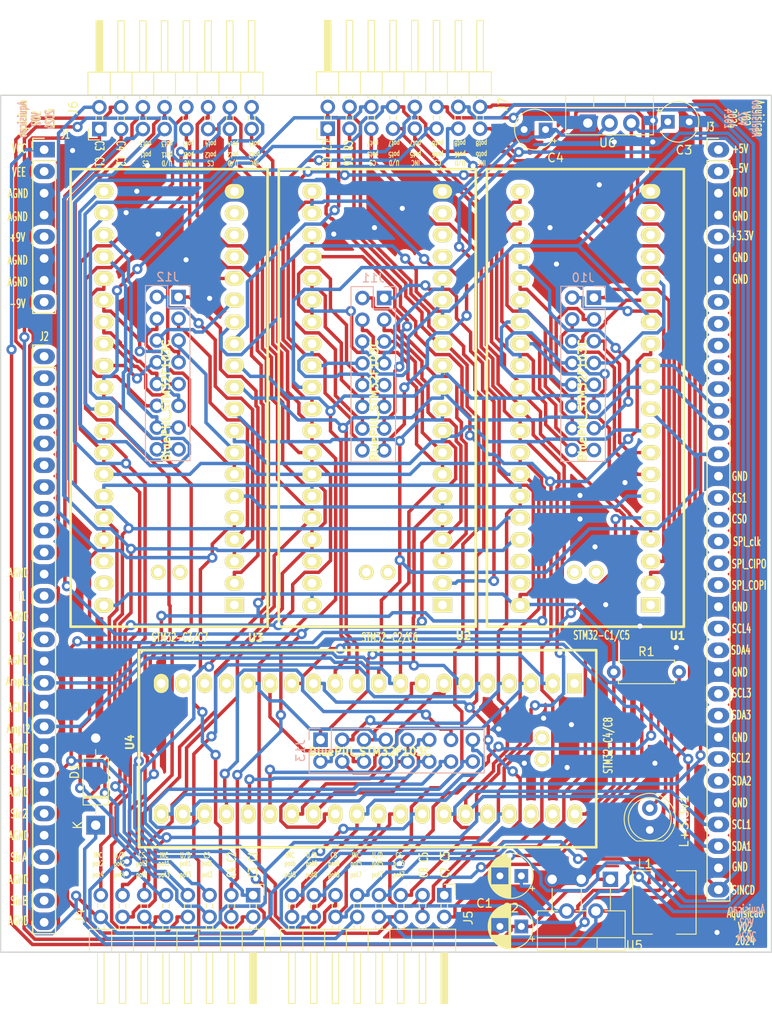
<source format=kicad_pcb>
(kicad_pcb (version 20221018) (generator pcbnew)
  (title_block (title "Placa de aquisicao STM32Bluepill") (date "2024-07-25") (rev "V01") (comment 1 "Autor: Gustavo Pinheiro") (comment 2 "Baseado no barramento V04") (comment 3 "Atenção: os sinais sinc_A , sinc_B e sinc_C foram adicionados ao barramento principal") (comment 4 "4 Canais + amplitude de corrente ou 8 canais"))
  (layers (0 "F.Cu" signal) (31 "B.Cu" signal) (34 "B.Paste" user) (35 "F.Paste" user) (36 "B.SilkS" user "B.Silkscreen") (37 "F.SilkS" user "F.Silkscreen") (38 "B.Mask" user) (39 "F.Mask" user) (44 "Edge.Cuts" user))
  (net 0 "")
  (net 1 "+9V")
  (net 2 "-9V")
  (net 3 "+5V")
  (net 4 "-5V")
  (net 5 "+3.3V")
  (net 6 "5V_stepdown")
  (net 11 "3.3V_step")
  (net 12 "Earth")
  (net 14 "I1")
  (net 15 "I2")
  (net 16 "Ampl1")
  (net 17 "Ampl2")
  (net 18 "Sin1")
  (net 19 "Sin2")
  (net 20 "SinA")
  (net 21 "SinB")
  (net 22 "Net-(D1-K)")
  (net 23 "SPI_COPI")
  (net 24 "SPI_CIPO")
  (net 25 "SPI_clk")
  (net 26 "CS1")
  (net 27 "CS0")
  (net 28 "SCL3")
  (net 29 "SDA3")
  (net 30 "SCL2")
  (net 31 "SDA2")
  (net 32 "SCL1")
  (net 33 "SDA1")
  (net 34 "VCC")
  (net 35 "VEE")
  (net 46 "SINCD")
  (net 47 "SCL4")
  (net 48 "SDA4")
  (net 49 "SINC_C")
  (net 50 "SINC_B")
  (net 51 "SINC_A")
  (net 52 "sign_C1")
  (net 53 "sign_C2")
  (net 54 "sign_C3")
  (net 55 "sign_C4")
  (net 58 "Pot2_X9c10x_INC")
  (net 59 "Pot2_X9c10x_U{slash}D")
  (net 60 "Pot2_CS_(X9c104)")
  (net 61 "Pot1_X9c10x_INC")
  (net 62 "Pot1_X9c10x_U{slash}D")
  (net 63 "Pot1_CS_(X9c104)")
  (net 64 "PC13-U1")
  (net 65 "PC14-U1")
  (net 66 "PC15-U1")
  (net 67 "PA2-U1")
  (net 68 "PA3_U1")
  (net 69 "PB10-U1")
  (net 70 "PB11-U1")
  (net 71 "PA12-U1")
  (net 72 "sign_C8")
  (net 73 "PA11-U1")
  (net 74 "PA10-U1")
  (net 75 "PA9-U1")
  (net 76 "PA8-U1")
  (net 77 "PB15-U1")
  (net 80 "PB14-U1")
  (net 81 "PB13-U1")
  (net 82 "PB12-U1")
  (net 87 "PC13-U2")
  (net 88 "sign_C7")
  (net 89 "sign_C6")
  (net 92 "PC14-U2")
  (net 93 "PC15-U2")
  (net 94 "PA2-U2")
  (net 95 "PA3_U2")
  (net 96 "PB10-U2")
  (net 97 "PB11-U2")
  (net 98 "PA12-U2")
  (net 99 "PA11-U2")
  (net 100 "PA10-U2")
  (net 101 "PA9-U2")
  (net 102 "PA8-U2")
  (net 103 "PB15-U2")
  (net 104 "PB14-U2")
  (net 105 "sign_C5")
  (net 106 "PB13-U2")
  (net 107 "PB12-U2")
  (net 108 "PC13-U3")
  (net 109 "PC14-U3")
  (net 110 "PC15-U3")
  (net 113 "PA2-U3")
  (net 114 "PA3_U3")
  (net 115 "PB10-U3")
  (net 120 "Net-(L+3.3v1-A)")
  (net 121 "PB11-U3")
  (net 122 "PA12-U3")
  (net 123 "PA11-U3")
  (net 124 "PA10-U3")
  (net 125 "PA9-U3")
  (net 126 "PA8-U3")
  (net 127 "PB15-U3")
  (net 128 "PB14-U3")
  (net 129 "PB13-U3")
  (net 130 "PB12-U3")
  (net 131 "PC13-U4")
  (net 132 "PC14-U4")
  (net 133 "PC15-U4")
  (net 134 "PA2-U4")
  (net 135 "PA3_U4")
  (net 136 "PB10-U4")
  (net 137 "PB11-U4")
  (net 138 "PA12-U4")
  (net 139 "PA11-U4")
  (net 140 "PA10-U4")
  (net 141 "PA9-U4")
  (net 142 "PA8-U4")
  (net 143 "PB15-U4")
  (net 144 "PB14-U4")
  (net 145 "PB13-U4")
  (net 146 "PB12-U4")
  (net 163 "Pot4_X9c10x_INC")
  (net 164 "Pot4_X9c10x_U{slash}D")
  (net 165 "Pot4_CS_(X9c104)")
  (net 166 "Pot3_X9c10x_INC")
  (net 167 "Pot3_X9c10x_U{slash}D")
  (net 168 "Pot3_CS_(X9c104)")
  (net 169 "Pot5_CS_(X9c104)")
  (net 170 "Pot5_X9c10x_U{slash}D")
  (net 171 "Pot5_X9c10x_INC")
  (net 172 "Pot6_CS_(X9c104)")
  (net 173 "Pot6_X9c10x_U{slash}D")
  (net 174 "Pot6_X9c10x_INC")
  (net 175 "Pot7_X9c10x_INC")
  (net 176 "Pot7_X9c10x_U{slash}D")
  (net 177 "Pot7_CS_(X9c104)")
  (net 178 "Pot8_CS_(X9c104)")
  (net 179 "Pot8_X9c10x_U{slash}D")
  (net 180 "Pot8_X9c10x_INC")
  (footprint "Package_TO_SOT_THT:TO-220-3_Vertical" (layer "F.Cu") (at 170.16 54.045)
    (fp_text reference "U6")
    (fp_text value "LM1117T-3.3")
  )
  (footprint "Capacitor_THT:CP_Radial_Tantal_D4.5mm_P2.50mm" (layer "F.Cu") (at 179.5 53.9)
    (fp_text reference "C3")
    (fp_text value "10uF")
  )
  (footprint "LED_THT:LED_D5.0mm" (layer "F.Cu") (at 177.4 136.54 90)
    (fp_text reference "L+3.3v1")
    (fp_text value "LED Yelow")
  )
  (footprint "Connector_PinHeader_2.54mm:PinHeader_2x08_P2.54mm_Horizontal" (layer "F.Cu") (at 153.4 144.15 -90)
    (fp_text reference "J5")
    (fp_text value "Conn_02x08_Top_Bottom")
  )
  (footprint "Connector_PinHeader_2.54mm:PinHeader_2x08_P2.54mm_Horizontal" (layer "F.Cu") (at 139.8 54.7 90)
    (fp_text reference "J7")
    (fp_text value "Conn_02x08_Top_Bottom")
  )
  (footprint "Resistor_THT:R_Axial_DIN0207_L6.3mm_D2.5mm_P7.62mm_Horizontal" (layer "F.Cu") (at 173.2 118.1)
    (fp_text reference "R1")
    (fp_text value "510")
  )
  (footprint "Capacitor_THT:CP_Radial_D5.0mm_P2.50mm" (layer "F.Cu") (at 162.4 141.9 180)
    (fp_text reference "C2")
    (fp_text value "220u")
  )
  (footprint "Connector_PinHeader_2.54mm:PinHeader_1x35_P2.54mm_Vertical" (layer "F.Cu") (at 185.42 57.15)
    (fp_text reference "J3")
    (fp_text value "comunicacao / sinais digitais" hide)
  )
  (footprint "BluePill_STM32:BluePill_STM32F103C" (layer "F.Cu") (at 153.1952 110.2292 180)
    (fp_text reference "U2")
    (fp_text value "BluePill_STM32F103C")
  )
  (footprint "Connector_PinHeader_2.54mm:PinHeader_1x08_P2.54mm_Vertical" (layer "F.Cu") (at 106.68 57.15)
    (fp_text reference "J1")
    (fp_text value "alimentacao analogica" hide)
  )
  (footprint "Diode_THT:D_DO-41_SOD81_P10.16mm_Horizontal" (layer "F.Cu") (at 112.7 135.98 90)
    (fp_text reference "D1")
    (fp_text value "1N5819")
  )
  (footprint "Connector_PinHeader_2.54mm:PinHeader_1x27_P2.54mm_Vertical" (layer "F.Cu") (at 106.68 81.28)
    (fp_text reference "J2")
    (fp_text value "sinais analogicos" hide)
  )
  (footprint "BluePill_STM32:BluePill_STM32F103C" (layer "F.Cu") (at 168.5592 119.44 -90)
    (fp_text reference "U4")
    (fp_text value "BluePill_STM32F103C")
  )
  (footprint "Connector_PinHeader_2.54mm:PinHeader_2x08_P2.54mm_Horizontal" (layer "F.Cu") (at 113.125 54.74 90)
    (fp_text reference "J6")
    (fp_text value "Conn_02x08_Top_Bottom")
  )
  (footprint "Inductor_SMD:L_7.3x7.3_H4.5" (layer "F.Cu") (at 179.1 145 90)
    (fp_text reference "L1")
    (fp_text value "33u")
  )
  (footprint "Package_TO_SOT_THT:TO-220-5_P3.4x3.7mm_StaggerOdd_Lead3.8mm_Vertical" (layer "F.Cu") (at 172.8 142.3 180)
    (fp_text reference "U5")
    (fp_text value "LM2596S-5")
  )
  (footprint "Capacitor_THT:CP_Radial_Tantal_D4.5mm_P2.50mm" (layer "F.Cu") (at 165.2289 54.8 180)
    (fp_text reference "C4")
    (fp_text value "33uF")
  )
  (footprint "BluePill_STM32:BluePill_STM32F103C" (layer "F.Cu") (at 177.5 110.2292 180)
    (fp_text reference "U1")
    (fp_text value "BluePill_STM32F103C")
  )
  (footprint "BluePill_STM32:BluePill_STM32F103C" (layer "F.Cu") (at 128.8904 110.2292 180)
    (fp_text reference "U3")
    (fp_text value "BluePill_STM32F103C")
  )
  (footprint "Connector_PinHeader_2.54mm:PinHeader_2x08_P2.54mm_Horizontal" (layer "F.Cu") (at 131.075 144.15 -90)
    (fp_text reference "J4")
    (fp_text value "Conn_02x08_Top_Bottom")
  )
  (footprint "Capacitor_THT:CP_Radial_D5.0mm_P2.50mm" (layer "F.Cu") (at 162.4 147.8 180)
    (fp_text reference "C1")
    (fp_text value "680u")
  )
  (footprint "Connector_PinHeader_2.54mm:PinHeader_2x08_P2.54mm_Vertical" (layer "B.Cu") (at 170.88 74.4192 180)
    (fp_text reference "J10")
    (fp_text value "gpio-U1")
  )
  (footprint "Connector_PinHeader_2.54mm:PinHeader_2x08_P2.54mm_Vertical" (layer "B.Cu") (at 138.9492 126.02 -90)
    (fp_text reference "J13")
    (fp_text value "gpio-U4")
  )
  (footprint "Connector_PinHeader_2.54mm:PinHeader_2x08_P2.54mm_Vertical" (layer "B.Cu") (at 146.38 74.4592 180)
    (fp_text reference "J11")
    (fp_text value "gpio-U2")
  )
  (footprint "Connector_PinHeader_2.54mm:PinHeader_2x08_P2.54mm_Vertical" (layer "B.Cu") (at 122.38 74.3392 180)
    (fp_text reference "J12")
    (fp_text value "gpio-U3")
  )
  (gr_line (start 191.6 50.8) (end 101.6 50.8) (stroke (width 0.15)) (layer "Edge.Cuts"))
  (gr_line (start 191.6 150.8) (end 191.6 50.8) (stroke (width 0.15)) (layer "Edge.Cuts"))
  (gr_line (start 191.59982 150.7998) (end 101.6 150.7998) (stroke (width 0.15)) (layer "Edge.Cuts"))
  (gr_line (start 101.6 50.8) (end 101.6 150.7998) (stroke (width 0.15)) (layer "Edge.Cuts"))
  (gr_text "Aquisicao\nV02\n2024" (at 107.925 53.625 90) (layer "B.SilkS") (effects (font (size 1 0.6) (thickness 0.15) bold) (justify bottom mirror)))
  (gr_text "Aquisicao\nV02\n2024" (at 188.7 149.575) (layer "B.SilkS") (effects (font (size 1 0.6) (thickness 0.15) bold) (justify bottom mirror)))
  (gr_text "Aquisicao\nV02\n2024" (at 186.025 53.525 270) (layer "B.SilkS") (effects (font (size 1 0.6) (thickness 0.15) bold) (justify bottom mirror)))
  (gr_text "pot7" (at 147.54 56.06 180) (layer "F.SilkS") (effects (font (size 0.6 0.4) (thickness 0.1) bold) (justify bottom)))
  (gr_text "SDA1" (at 186.8967 138.452966) (layer "F.SilkS") (effects (font (size 1 0.6) (thickness 0.15) bold) (justify left)))
  (gr_text "AGND" (at 102.314418 64.968158) (layer "F.SilkS") (effects (font (size 1 0.6) (thickness 0.15) bold) (justify left)))
  (gr_text "pot4\n" (at 115.475 142.1) (layer "F.SilkS") (effects (font (size 0.6 0.4) (thickness 0.1) bold) (justify bottom)))
  (gr_text "CS\npot6" (at 140.5 140.8) (layer "F.SilkS") (effects (font (size 0.6 0.4) (thickness 0.1) bold) (justify bottom)))
  (gr_text "INC\npot5" (at 143.1 140.8) (layer "F.SilkS") (effects (font (size 0.6 0.4) (thickness 0.1) bold) (justify bottom)))
  (gr_text "C8" (at 142.14 55.96 -90) (layer "F.SilkS") (effects (font (size 1 0.6) (thickness 0.15) bold) (justify left)))
  (gr_text "pot4\n" (at 131.225 56.11 180) (layer "F.SilkS") (effects (font (size 0.6 0.4) (thickness 0.1) bold) (justify bottom)))
  (gr_text "SinA" (at 102.652955 139.742119) (layer "F.SilkS") (effects (font (size 1 0.6) (thickness 0.15) bold) (justify left)))
  (gr_text "SPI_CIPO\n" (at 189 105.5) (layer "F.SilkS") (effects (font (size 1 0.6) (thickness 0.15) bold)))
  (gr_text "STM32-C4/C8\n\n\n\n" (at 177.9492 130.06 90) (layer "F.SilkS") (effects (font (size 1 0.6) (thickness 0.15) bold) (justify left bottom)))
  (gr_text "INC\npot1" (at 120.675 140.8) (layer "F.SilkS") (effects (font (size 0.6 0.4) (thickness 0.1) bold) (justify bottom)))
  (gr_text "GND" (at 186.8967 118.132966) (layer "F.SilkS") (effects (font (size 1 0.6) (thickness 0.15) bold) (justify left)))
  (gr_text "CS1" (at 186.8967 97.812966) (layer "F.SilkS") (effects (font (size 1 0.6) (thickness 0.15) bold) (justify left)))
  (gr_text "GND" (at 186.955818 72.866258) (layer "F.SilkS") (effects (font (size 1 0.6) (thickness 0.15) bold) (justify left bottom)))
  (gr_text "-9V" (at 102.568418 75.128158) (layer "F.SilkS") (effects (font (size 1 0.6) (thickness 0.15) bold) (justify left)))
  (gr_text "U/D\npot2\n" (at 115.475 140.8) (layer "F.SilkS") (effects (font (size 0.6 0.4) (thickness 0.1) bold) (justify bottom)))
  (gr_text "pot7" (at 145.6 142.1) (layer "F.SilkS") (effects (font (size 0.6 0.4) (thickness 0.1) bold) (justify bottom)))
  (gr_text "CS\npot5" (at 148.1 140.8) (layer "F.SilkS") (effects (font (size 0.6 0.4) (thickness 0.1) bold) (justify bottom)))
  (gr_text "U/D\npot6\n" (at 137.9 140.8) (layer "F.SilkS") (effects (font (size 0.6 0.4) (thickness 0.1) bold) (justify bottom)))
  (gr_text "CS\npot2\n" (at 118.075 140.8) (layer "F.SilkS") (effects (font (size 0.6 0.4) (thickness 0.1) bold) (justify bottom)))
  (gr_text "Aquisicao\nV02\n2024" (at 186.4 53.5 270) (layer "F.SilkS") (effects (font (size 1 0.6) (thickness 0.15) bold) (justify bottom)))
  (gr_text "CS\npot5" (at 145.04 57.36 180) (layer "F.SilkS") (effects (font (size 0.6 0.4) (thickness 0.1) bold) (justify bottom)))
  (gr_text "C6\n" (at 151 140.4 90) (layer "F.SilkS") (effects (font (size 1 0.6) (thickness 0.15) bold) (justify left)))
  (gr_text "pot3" (at 120.675 142.1) (layer "F.SilkS") (effects (font (size 0.6 0.4) (thickness 0.1) bold) (justify bottom)))
  (gr_text "AGND" (at 102.441415 137.208672) (layer "F.SilkS") (effects (font (size 1 0.6) (thickness 0.15) bold) (justify left)))
  (gr_text "C6\n" (at 142.14 57.76 -90) (layer "F.SilkS") (effects (font (size 1 0.6) (thickness 0.15) bold) (justify left)))
  (gr_text "C7" (at 139.64 55.96 -90) (layer "F.SilkS") (effects (font (size 1 0.6) (thickness 0.15) bold) (justify left)))
  (gr_text "pot8" (at 155.24 56.06 180) (layer "F.SilkS") (effects (font (size 0.6 0.4) (thickness 0.1) bold) (justify bottom)))
  (gr_text "pot8" (at 152.64 56.06 180) (layer "F.SilkS") (effects (font (size 0.6 0.4) (thickness 0.1) bold) (justify bottom)))
  (gr_text "AGND" (at 102.415048 112.238762) (layer "F.SilkS") (effects (font (size 1 0.6) (thickness 0.15) bold) (justify left bottom)))
  (gr_text "pot7" (at 145.04 56.06 180) (layer "F.SilkS") (effects (font (size 0.6 0.4) (thickness 0.1) bold) (justify bottom)))
  (gr_text "C4" (at 115.625 56.01 -90) (layer "F.SilkS") (effects (font (size 1 0.6) (thickness 0.15) bold) (justify left)))
  (gr_text "pot3\n" (at 123.175 142.1) (layer "F.SilkS") (effects (font (size 0.6 0.4) (thickness 0.1) bold) (justify bottom)))
  (gr_text "pot8\n" (at 135.4 142.1) (layer "F.SilkS") (effects (font (size 0.6 0.4) (thickness 0.1) bold) (justify bottom)))
  (gr_text "GND" (at 186.8967 125.752966) (layer "F.SilkS") (effects (font (size 1 0.6) (thickness 0.15) bold) (justify left)))
  (gr_text "pot8\n" (at 157.74 56.06 180) (layer "F.SilkS") (effects (font (size 0.6 0.4) (thickness 0.1) bold) (justify bottom)))
  (gr_text "U/D\npot5" (at 145.6 140.8) (layer "F.SilkS") (effects (font (size 0.6 0.4) (thickness 0.1) bold) (justify bottom)))
  (gr_text "+3.3V" (at 186.701818 67.786258) (layer "F.SilkS") (effects (font (size 1 0.6) (thickness 0.15) bold) (justify left bottom)))
  (gr_text "GND" (at 186.955818 65.500258) (layer "F.SilkS") (effects (font (size 1 0.6) (thickness 0.15) bold) (justify left bottom)))
  (gr_text "AGND" (at 102.314418 72.588158) (layer "F.SilkS") (effects (font (size 1 0.6) (thickness 0.15) bold) (justify left)))
  (gr_text "GND" (at 186.8967 110.512966) (layer "F.SilkS") (effects (font (size 1 0.6) (thickness 0.15) bold) (justify left)))
  (gr_text "pot4\n" (at 112.975 142.1) (layer "F.SilkS") (effects (font (size 0.6 0.4) (thickness 0.1) bold) (justify bottom)))
  (gr_text "AGND" (at 102.408342 147.725608) (layer "F.SilkS") (effects (font (size 1 0.6) (thickness 0.15) bold) (justify left bottom)))
  (gr_text "C3" (at 131.075 142.2 90) (layer "F.SilkS") (effects (font (size 1 0.6) (thickness 0.15) bold) (justify left)))
  (gr_text "pot3" (at 123.525 56.11 180) (layer "F.SilkS") (effects (font (size 0.6 0.4) (thickness 0.1) bold) (justify bottom)))
  (gr_text "STM32-C2/C6\n\n\n" (at 143.63 117.8692) (layer "F.SilkS") (effects (font (size 1 0.6) (thickness 0.15) bold) (justify left bottom)))
  (gr_text "Sin1" (at 102.652955 129.582119) (layer "F.SilkS") (effects (font (size 1 0.6) (thickness 0.15) bold) (justify left)))
  (gr_text "INC\npot2\n" (at 131.225 57.41 180) (layer "F.SilkS") (effects (font (size 0.6 0.4) (thickness 0.1) bold) (justify bottom)))
  (gr_text "STM32-C1/C5\n\n\n" (at 168.38 117.6192) (layer "F.SilkS") (effects (font (size 1 0.6) (thickness 0.15) bold) (justify left bottom)))
  (gr_text "pot8" (at 137.9 142.1) (layer "F.SilkS") (effects (font (size 0.6 0.4) (thickness 0.1) bold) (justify bottom)))
  (gr_text "pot4\n" (at 128.725 56.11 180) (layer "F.SilkS") (effects (font (size 0.6 0.4) (thickness 0.1) bold) (justify bottom)))
  (gr_text "AGND" (at 102.414926 132.122118) (layer "F.SilkS") (effects (font (size 1 0.6) (thickness 0.15) bold) (justify left)))
  (gr_text "+5V\n" (at 186.955818 57.626258) (layer "F.SilkS") (effects (font (size 1 0.6) (thickness 0.15) bold) (justify left bottom)))
  (gr_text "SCL2" (at 186.7967 128.152966) (layer "F.SilkS") (effects (font (size 1 0.6) (thickness 0.15) bold) (justify left)))
  (gr_text "STM32-C3/C7\n\n\n" (at 119.13 117.8692) (layer "F.SilkS") (effects (font (size 1 0.6) (thickness 0.15) bold) (justify left bottom)))
  (gr_text "-5V" (at 186.955818 59.912258) (layer "F.SilkS") (effects (font (size 1 0.6) (thickness 0.15) bold) (justify left bottom)))
  (gr_text "pot4" (at 126.125 56.11 180) (layer "F.SilkS") (effects (font (size 0.6 0.4) (thickness 0.1) bold) (justify bottom)))
  (gr_text "Aquisicao\nV02\n2024" (at 107.975 53.45 90) (layer "F.SilkS") (effects (font (size 1 0.6) (thickness 0.15) bold) (justify bottom)))
  (gr_text "INC\npot6\n" (at 135.4 140.8) (layer "F.SilkS") (effects (font (size 0.6 0.4) (thickness 0.1) bold) (justify bottom)))
  (gr_text "pot8" (at 140.5 142.1) (layer "F.SilkS") (effects (font (size 0.6 0.4) (thickness 0.1) bold) (justify bottom)))
  (gr_text "AGND" (at 102.373918 62.266501) (layer "F.SilkS") (effects (font (size 1 0.6) (thickness 0.15) bold) (justify left)))
  (gr_text "INC\npot6\n" (at 157.74 57.36 180) (layer "F.SilkS") (effects (font (size 0.6 0.4) (thickness 0.1) bold) (justify bottom)))
  (gr_text "pot7" (at 148.1 142.1) (layer "F.SilkS") (effects (font (size 0.6 0.4) (thickness 0.1) bold) (justify bottom)))
  (gr_text "U/D\npot6\n" (at 155.24 57.36 180) (layer "F.SilkS") (effects (font (size 0.6 0.4) (thickness 0.1) bold) (justify bottom)))
  (gr_text "SDA3" (at 186.859509 123.716321) (layer "F.SilkS") (effects (font (size 1 0.6) (thickness 0.15) bold) (justify left bottom)))
  (gr_text "C2\n" (at 128.575 140.4 90) (layer "F.SilkS") (effects (font (size 1 0.6) (thickness 0.15) bold) (justify left)))
  (gr_text "CS\npot6" (at 152.64 57.36 180) (layer "F.SilkS") (effects (font (size 0.6 0.4) (thickness 0.1) bold) (justify bottom)))
  (gr_text "INC\npot5" (at 150.04 57.36 180) (layer "F.SilkS") (effects (font (size 0.6 0.4) (thickness 0.1) bold) (justify bottom)))
  (gr_text "pot7" (at 150.04 56.06 180) (layer "F.SilkS") (effects (font (size 0.6 0.4) (thickness 0.1) bold) (justify bottom)))
  (gr_text "SDA4\n" (at 186.7967 115.552966) (layer "F.SilkS") (effects (font (size 1 0.6) (thickness 0.15) bold) (justify left)))
  (gr_text "U/D\npot2\n" (at 128.725 57.41 180) (layer "F.SilkS") (effects (font (size 0.6 0.4) (thickness 0.1) bold) (justify bottom)))
  (gr_text "C4" (at 128.575 142.2 90) (layer "F.SilkS") (effects (font (size 1 0.6) (thickness 0.15) bold) (justify left)))
  (gr_text "INC\npot2\n" (at 112.975 140.8) (layer "F.SilkS") (effects (font (size 0.6 0.4) (thickness 0.1) bold) (justify bottom)))
  (gr_text "Ampl2" (at 102.190097 124.753588) (layer "F.SilkS") (effects (font (size 1 0.6) (thickness 0.15) bold) (justify left)))
  (gr_text "GND" (at 186.955818 62.706258) (layer "F.SilkS") (effects (font (size 1 0.6) (thickness 0.15) bold) (justify left bottom)))
  (gr_text "SINCD" (at 186.89297 143.574095) (layer "F.SilkS") (effects (font (size 1 0.6) (thickness 0.15) bold) (justify left)))
  (gr_text "AGND" (at 102.314418 70.048158) (layer "F.SilkS") (effects (font (size 1 0.6) (thickness 0.15) bold) (justify left)))
  (gr_text "U/D\npot5" (at 147.54 57.36 180) (layer "F.SilkS") (effects (font (size 0.6 0.4) (thickness 0.1) bold) (justify bottom)))
  (gr_text "C5" (at 139.64 57.86 -90) (layer "F.SilkS") (effects (font (size 1 0.6) (thickness 0.15) bold) (justify left)))
  (gr_text "C1" (at 113.125 57.91 -90) (layer "F.SilkS") (effects (font (size 1 0.6) (thickness 0.15) bold) (justify left)))
  (gr_text "INC\npot1" (at 123.525 57.41 180) (layer "F.SilkS") (effects (font (size 0.6 0.4) (thickness 0.1) bold) (justify bottom)))
  (gr_text "CS0" (at 186.8967 100.25) (layer "F.SilkS") (effects (font (size 1 0.6) (thickness 0.15) bold) (justify left)))
  (gr_text "VCC" (at 102.822418 57.602158) (layer "F.SilkS") (effects (font (size 1 0.6) (thickness 0.15) bold) (justify left bottom)))
  (gr_text "pot3" (at 118.525 56.11 180) (layer "F.SilkS") (effects (font (size 0.6 0.4) (thickness 0.1) bold) (justify bottom)))
  (gr_text "pot3\n" (at 121.025 56.11 180) (layer "F.SilkS") (effects (font (size 0.6 0.4) (thickness 0.1) bold) (justify bottom)))
  (gr_text "pot4" (at 118.075 142.1) (layer "F.SilkS") (effects (font (size 0.6 0.4) (thickness 0.1) bold) (justify bottom)))
  (gr_text "C5" (at 153.5 140.3 90) (layer "F.SilkS") (effects (font (size 1 0.6) (thickness 0.15) bold) (justify left)))
  (gr_text "C2\n" (at 115.625 57.81 -90) (layer "F.SilkS") (effects (font (size 1 0.6) (thickness 0.15) bold) (justify left)))
  (gr_text "VEE\n" (at 102.855208 59.778606) (layer "F.SilkS") (effects (font (size 1 0.6) (thickness 0.15) bold) (justify left)))
  (gr_text "I2\n" (at 103.481993 114.67284) (layer "F.SilkS") (effects (font (size 1 0.6) (thickness 0.15) bold) (justify left bottom)))
  (gr_text "SCL4\n" (at 186.8967 113.052966) (layer "F.SilkS") (effects (font (size 1 0.6) (thickness 0.15) bold) (justify left)))
  (gr_text "pot7" (at 143.1 142.1) (layer "F.SilkS") (effects (font (size 0.6 0.4) (thickness 0.1) bold) (justify bottom)))
  (gr_text "GND" (at 186.955818 70.326258) (layer "F.SilkS") (effects (font (size 1 0.6) (thickness 0.15) bold) (justify left bottom)))
  (gr_text "SinB" (at 102.652955 144.822119) (layer "F.SilkS") (effects (font (size 1 0.6) (thickness 0.15) bold) (justify left)))
  (gr_text "AGND" (at 102.401941 127.042119) (layer "F.SilkS") (effects (font (size 1 0.6) (thickness 0.15) bold) (justify left)))
  (gr_text "SDA2" (at 186.8967 130.832966) (layer "F.SilkS") (effects (font (size 1 0.6) (thickness 0.15) bold) (justify left)))
  (gr_text "SPI_clk\n" (at 188.75 102.892966) (layer "F.SilkS") (effects (font (size 1 0.6) (thickness 0.15) bold)))
  (gr_text "GND" (at 186.8967 95.272966) (layer "F.SilkS") (effects (font (size 1 0.6) (thickness 0.15) bold) (justify left)))
  (gr_text "CS\npot1" (at 125.675 140.8) (layer "F.SilkS") (effects (font (size 0.6 0.4) (thickness 0.1) bold) (justify bottom)))
  (gr_text "C8" (at 151 142.2 90) (layer "F.SilkS") (effects (font (size 1 0.6) (thickness 0.15) bold) (justify left)))
  (gr_text "C1" (at 131.075 140.3 90) (layer "F.SilkS") (effects (font (size 1 0.6) (thickness 0.15) bold) (justify left)))
  (gr_text "U/D\npot1" (at 121.025 57.41 180) (layer "F.SilkS") (effects (font (size 0.6 0.4) (thickness 0.1) bold) (justify bottom)))
  (gr_text "CS\npot1" (at 118.525 57.41 180) (layer "F.SilkS") (effects (font (size 0.6 0.4) (thickness 0.1) bold) (justify bottom)))
  (gr_text "AGND" (at 102.352029 117.31861) (layer "F.SilkS") (effects (font (size 1 0.6) (thickness 0.15) bold) (justify left bottom)))
  (gr_text "CS\npot2\n" (at 126.125 57.41 180) (layer "F.SilkS") (effects (font (size 0.6 0.4) (thickness 0.1) bold) (justify bottom)))
  (gr_text "I1" (at 103.565958 109.262271) (layer "F.SilkS") (effects (font (size 1 0.6) (thickness 0.15) bold) (justify left)))
  (gr_text "GND" (at 186.9078 141.435253) (layer "F.SilkS") (effects (font (size 1 0.6) (thickness 0.15) bold) (justify left bottom)))
  (gr_text "AGND" (at 102.355457 122.273179) (layer "F.SilkS") (effects (font (size 1 0.6) (thickness 0.15) bold) (justify left)))
  (gr_text "AGND" (at 102.408342 142.334851) (layer "F.SilkS") (effects (font (size 1 0.6) (thickness 0.15) bold) (justify left)))
  (gr_text "Sin2\n" (at 102.652955 134.662119) (layer "F.SilkS") (effects (font (size 1 0.6) (thickness 0.15) bold) (justify left)))
  (gr_text "+9V\n" (at 102.53014 67.379378) (layer "F.SilkS") (effects (font (size 1 0.6) (thickness 0.15) bold) (justify left)))
  (gr_text "AGND" (at 102.415048 107.119197) (layer "F.SilkS") (effects (font (size 1 0.6) (thickness 0.15) bold) (justify left bottom)))
  (gr_text "GND" (at 186.8967 133.372966) (layer "F.SilkS") (effects (font (size 1 0.6) (thickness 0.15) bold) (justify left)))
  (gr_text "Aquisicao\nV02\n2024" (at 188.525 150.05) (layer "F.SilkS") (effects (font (size 1 0.6) (thickness 0.15) bold) (justify bottom)))
  (gr_text "C7" (at 153.5 142.2 90) (layer "F.SilkS") (effects (font (size 1 0.6) (thickness 0.15) bold) (justify left)))
  (gr_text "SCL1\n" (at 186.8967 135.912966) (layer "F.SilkS") (effects (font (size 1 0.6) (thickness 0.15) bold) (justify left)))
  (gr_text "C3" (at 113.125 56.01 -90) (layer "F.SilkS") (effects (font (size 1 0.6) (thickness 0.15) bold) (justify left)))
  (gr_text "SPI_COPI\n" (at 189 108) (layer "F.SilkS") (effects (font (size 1 0.6) (thickness 0.15) bold)))
  (gr_text "U/D\npot1" (at 123.175 140.8) (layer "F.SilkS") (effects (font (size 0.6 0.4) (thickness 0.1) bold) (justify bottom)))
  (gr_text "SCL3" (at 186.923306 121.14851) (layer "F.SilkS") (effects (font (size 1 0.6) (thickness 0.15) bold) (justify left bottom)))
  (gr_text "pot3" (at 125.675 142.1) (layer "F.SilkS") (effects (font (size 0.6 0.4) (thickness 0.1) bold) (justify bottom)))
  (gr_text "Ampl1" (at 102.123953 119.79277) (layer "F.SilkS") (effects (font (size 1 0.6) (thickness 0.15) bold) (justify left bottom)))
  (segment (start 170.8044 143.6019) (end 178.45 143.6019) (width 0.4) (layer "F.Cu") (net 6))
  (segment (start 182.0508 121.1759) (end 179.9206 123.3061) (width 0.4) (layer "F.Cu") (net 6))
  (segment (start 179.9206 139.8275) (end 179.1 140.6481) (width 0.4) (layer "F.Cu") (net 6))
  (segment (start 169.0019 146) (end 169.0019 145.4044) (width 0.4) (layer "F.Cu") (net 6))
  (segment (start 179.1 141.8) (end 179.1 140.6481) (width 0.4) (layer "F.Cu") (net 6))
  (segment (start 167.7 146) (end 169.0019 146) (width 0.4) (layer "F.Cu") (net 6))
  (segment (start 179.9206 123.3061) (end 179.9206 139.8275) (width 0.4) (layer "F.Cu") (net 6))
  (segment (start 169.0019 145.4044) (end 170.8044 143.6019) (width 0.4) (layer "F.Cu") (net 6))
  (segment (start 179.1 142.3759) (end 179.1 142.9519) (width 0.4) (layer "F.Cu") (net 6))
  (segment (start 175.24 54.045) (end 175.24 64.4432) (width 0.4) (layer "F.Cu") (net 6))
  (segment (start 176.6268 65.83) (end 178.3488 65.83) (width 0.4) (layer "F.Cu") (net 6))
  (segment (start 182.0508 69.532) (end 182.0508 121.1759) (width 0.4) (layer "F.Cu") (net 6))
  (segment (start 175.24 64.4432) (end 176.6268 65.83) (width 0.4) (layer "F.Cu") (net 6))
  (segment (start 178.3488 65.83) (end 182.0508 69.532) (width 0.4) (layer "F.Cu") (net 6))
  (segment (start 179.1 142.3759) (end 179.1 141.8) (width 0.4) (layer "F.Cu") (net 6))
  (segment (start 178.45 143.6019) (end 179.1 142.9519) (width 0.4) (layer "F.Cu") (net 6))
  (segment (start 162.4 141.9) (end 162.4 143.1019) (width 0.4) (layer "B.Cu") (net 6))
  (segment (start 167.7 146) (end 166.3981 146) (width 0.4) (layer "B.Cu") (net 6))
  (segment (start 175.24 54.045) (end 176.195 55) (width 0.4) (layer "B.Cu") (net 6))
  (segment (start 178.4 55) (end 179.5 53.9) (width 0.4) (layer "B.Cu") (net 6))
  (segment (start 176.195 55) (end 178.4 55) (width 0.4) (layer "B.Cu") (net 6))
  (segment (start 163.5 143.1019) (end 162.4 143.1019) (width 0.4) (layer "B.Cu") (net 6))
  (segment (start 166.3981 146) (end 163.5 143.1019) (width 0.4) (layer "B.Cu") (net 6))
  (segment (start 158.4779 81.7964) (end 158.4779 84.9753) (width 0.4) (layer "F.Cu") (net 11))
  (segment (start 157.1128 80.4313) (end 158.4779 81.7964) (width 0.4) (layer "F.Cu") (net 11))
  (segment (start 159.8085 86.3059) (end 159.8085 94.6436) (width 0.4) (layer "F.Cu") (net 11))
  (segment (start 162.26 110.3308) (end 162.26 109.0653) (width 0.4) (layer "F.Cu") (net 11))
  (segment (start 173.2 118.1) (end 173.2 131.4063) (width 0.4) (layer "F.Cu") (net 11))
  (segment (start 173.2 131.4063) (end 169.9263 134.68) (width 0.4) (layer "F.Cu") (net 11))
  (segment (start 163.0458 109.0653) (end 162.26 109.0653) (width 0.4) (layer "F.Cu") (net 11))
  (segment (start 159.8085 94.6436) (end 161.4749 96.31) (width 0.4) (layer "F.Cu") (net 11))
  (segment (start 157.1128 70.4383) (end 157.1128 80.4313) (width 0.4) (layer "F.Cu") (net 11))
  (segment (start 158.4779 84.9753) (end 159.8085 86.3059) (width 0.4) (layer "F.Cu") (net 11))
  (segment (start 163.0707 96.31) (end 163.7943 97.0336) (width 0.4) (layer "F.Cu") (net 11))
  (segment (start 163.7943 108.3168) (end 163.0458 109.0653) (width 0.4) (layer "F.Cu") (net 11))
  (segment (start 163.7943 97.0336) (end 163.7943 108.3168) (width 0.4) (layer "F.Cu") (net 11))
  (segment (start 168.6608 134.68) (end 169.9263 134.68) (width 0.4) (layer "F.Cu") (net 11))
  (segment (start 161.4749 96.31) (end 163.0707 96.31) (width 0.4) (layer "F.Cu") (net 11))
  (segment (start 155.137 68.4625) (end 157.1128 70.4383) (width 0.4) (layer "F.Cu") (net 11))
  (via (at 155.137 68.4625) (size 1.2) (drill 0.6) (layers "F.Cu" "B.Cu") (net 11))
  (segment (start 165.2746 55.5972) (end 165.6336 55.5972) (width 0.4) (layer "B.Cu") (net 11))
  (segment (start 171.2981 55.4469) (end 167.0777 55.4469) (width 0.4) (layer "B.Cu") (net 11))
  (segment (start 167.0777 55.4469) (end 166.4308 54.8) (width 0.4) (layer "B.Cu") (net 11))
  (segment (start 163.1591 56.1368) (end 163.628 55.6679) (width 0.4) (layer "B.Cu") (net 11))
  (segment (start 161.5707 110.3308) (end 160.25 109.0101) (width 0.4) (layer "B.Cu") (net 11))
  (segment (start 137.9552 110.3308) (end 137.9552 109.0653) (width 0.4) (layer "B.Cu") (net 11))
  (segment (start 172.7 54.045) (end 171.2981 55.4469) (width 0.4) (layer "B.Cu") (net 11))
  (segment (start 116.498 109.0101) (end 137.9 109.0101) (width 0.4) (layer "B.Cu") (net 11))
  (segment (start 162.26 110.3308) (end 161.5707 110.3308) (width 0.4) (layer "B.Cu") (net 11))
  (segment (start 165.2039 55.6679) (end 165.2746 55.5972) (width 0.4) (layer "B.Cu") (net 11))
  (segment (start 163.628 55.6679) (end 165.2039 55.6679) (width 0.4) (layer "B.Cu") (net 11))
  (segment (start 162.26 110.3308) (end 162.3641 110.2267) (width 0.4) (layer "B.Cu") (net 11))
  (segment (start 155.137 62.9611) (end 161.9613 56.1368) (width 0.4) (layer "B.Cu") (net 11))
  (segment (start 165.2289 54.8) (end 166.4308 54.8) (width 0.4) (layer "B.Cu") (net 11))
  (segment (start 115.1773 110.3308) (end 116.498 109.0101) (width 0.4) (layer "B.Cu") (net 11))
  (segment (start 113.6504 110.3308) (end 115.1773 110.3308) (width 0.4) (layer "B.Cu") (net 11))
  (segment (start 138.0104 109.0101) (end 137.9552 109.0653) (width 0.4) (layer "B.Cu") (net 11))
  (segment (start 160.25 109.0101) (end 138.0104 109.0101) (width 0.4) (layer "B.Cu") (net 11))
  (segment (start 173.2 114.8251) (end 173.2 118.1) (width 0.4) (layer "B.Cu") (net 11))
  (segment (start 168.6016 110.2267) (end 173.2 114.8251) (width 0.4) (layer "B.Cu") (net 11))
  (segment (start 162.3641 110.2267) (end 168.6016 110.2267) (width 0.4) (layer "B.Cu") (net 11))
  (segment (start 155.137 68.4625) (end 155.137 62.9611) (width 0.4) (layer "B.Cu") (net 11))
  (segment (start 165.6336 55.5972) (end 166.4308 54.8) (width 0.4) (layer "B.Cu") (net 11))
  (segment (start 161.9613 56.1368) (end 163.1591 56.1368) (width 0.4) (layer "B.Cu") (net 11))
  (segment (start 137.9 109.0101) (end 137.9552 109.0653) (width 0.4) (layer "B.Cu") (net 11))
  (segment (start 185.42 69.85) (end 185.42 72.39) (width 0.4) (layer "F.Cu") (net 12))
  (segment (start 108.3319 110.1081) (end 108.3319 108.3319) (width 0.4) (layer "F.Cu") (net 12))
  (segment (start 187.0719 139.3181) (end 187.0719 135.0019) (width 0.4) (layer "F.Cu") (net 12))
  (segment (start 182 56.2545) (end 177.5 60.7545) (width 0.4) (layer "F.Cu") (net 12))
  (segment (start 185.42 110.49) (end 187.0719 112.1419) (width 0.4) (layer "F.Cu") (net 12))
  (segment (start 108.3319 108.3319) (end 106.68 106.68) (width 0.4) (layer "F.Cu") (net 12))
  (segment (start 163.8945 143.1036) (end 161.1036 143.1036) (width 0.4) (layer "F.Cu") (net 12))
  (segment (start 187.0719 96.9019) (end 187.0719 108.8381) (width 0.4) (layer "F.Cu") (net 12))
  (segment (start 182 53.9) (end 182 56.2545) (width 0.4) (layer "F.Cu") (net 12))
  (segment (start 166 142.3) (end 164.6981 142.3) (width 0.4) (layer "F.Cu") (net 12))
  (segment (start 185.42 72.39) (end 187.0719 74.0419) (width 0.4) (layer "F.Cu") (net 12))
  (segment (start 106.68 69.85) (end 108.3329 68.1971) (width 0.4) (layer "F.Cu") (net 12))
  (segment (start 159.9 144.3072) (end 159.9 147.8) (width 0.4) (layer "F.Cu") (net 12))
  (segment (start 106.68 111.76) (end 108.3319 110.1081) (width 0.4) (layer "F.Cu") (net 12))
  (segment (start 185.42 64.77) (end 185.42 62.23) (width 0.4) (layer "F.Cu") (net 12))
  (segment (start 185.42 133.35) (end 187.0719 131.6981) (width 0.4) (layer "F.Cu") (net 12))
  (segment (start 161.1036 143.1036) (end 159.9 144.3072) (width 0.4) (layer "F.Cu") (net 12))
  (segment (start 187.0719 74.0419) (end 187.0719 93.5981) (width 0.4) (layer "F.Cu") (net 12))
  (segment (start 187.0719 93.5981) (end 185.42 95.25) (width 0.4) (layer "F.Cu") (net 12))
  (segment (start 187.0719 131.6981) (end 187.0719 127.3819) (width 0.4) (layer "F.Cu") (net 12))
  (segment (start 164.6981 142.3) (end 163.8945 143.1036) (width 0.4) (layer "F.Cu") (net 12))
  (segment (start 187.0719 112.1419) (end 187.0719 116.4581) (width 0.4) (layer "F.Cu") (net 12))
  (segment (start 173.25 56.25) (end 172.365 56.25) (width 0.4) (layer "F.Cu") (net 12))
  (segment (start 108.3319 105.0281) (end 108.3319 74.0419) (width 0.4) (layer "F.Cu") (net 12))
  (segment (start 108.3329 68.1971) (end 108.3329 66.4229) (width 0.4) (layer "F.Cu") (net 12))
  (segment (start 177.5 62.02) (end 177.5 60.7545) (width 0.4) (layer "F.Cu") (net 12))
  (segment (start 172.365 56.25) (end 170.16 54.045) (width 0.4) (layer "F.Cu") (net 12))
  (segment (start 187.0719 116.4581) (end 185.42 118.11) (width 0.4) (layer "F.Cu") (net 12))
  (segment (start 108.3329 66.4229) (end 106.68 64.77) (width 0.4) (layer "F.Cu") (net 12))
  (segment (start 187.0719 127.3819) (end 185.42 125.73) (width 0.4) (layer "F.Cu") (net 12))
  (segment (start 161.1036 143.1036) (end 159.9 141.9) (width 0.4) (layer "F.Cu") (net 12))
  (segment (start 106.68 69.85) (end 106.68 72.39) (width 0.4) (layer "F.Cu") (net 12))
  (segment (start 106.68 106.68) (end 108.3319 105.0281) (width 0.4) (layer "F.Cu") (net 12))
  (segment (start 108.3319 74.0419) (end 106.68 72.39) (width 0.4) (layer "F.Cu") (net 12))
  (segment (start 187.0719 135.0019) (end 185.42 133.35) (width 0.4) (layer "F.Cu") (net 12))
  (segment (start 106.68 64.77) (end 106.68 62.23) (width 0.4) (layer "F.Cu") (net 12))
  (segment (start 187.0719 108.8381) (end 185.42 110.49) (width 0.4) (layer "F.Cu") (net 12))
  (segment (start 185.42 140.97) (end 187.0719 139.3181) (width 0.4) (layer "F.Cu") (net 12))
  (segment (start 185.42 95.25) (end 187.0719 96.9019) (width 0.4) (layer "F.Cu") (net 12))
  (via (at 177.75 53.75) (size 1.2) (drill 0.6) (layers "F.Cu" "B.Cu") (net 12))
  (via (at 116.25 64.5) (size 1.2) (drill 0.6) (layers "F.Cu" "B.Cu") (net 12))
  (via (at 171 103.5) (size 1.2) (drill 0.6) (layers "F.Cu" "B.Cu") (net 12))
  (via (at 169.25 97.5) (size 1.2) (drill 0.6) (layers "F.Cu" "B.Cu") (net 12))
  (via (at 171.5 61.25) (size 1.2) (drill 0.6) (layers "F.Cu" "B.Cu") (net 12))
  (via (at 123.25 70) (size 1.2) (drill 0.6) (layers "F.Cu" "B.Cu") (net 12))
  (via (at 159.75 124.75) (size 1.2) (drill 0.6) (layers "F.Cu" "B.Cu") (net 12))
  (via (at 145.25 66.25) (size 1.2) (drill 0.6) (layers "F.Cu" "B.Cu") (net 12))
  (via (at 178 128.75) (size 1.2) (drill 0.6) (layers "F.Cu" "B.Cu") (net 12))
  (via (at 117.5 62) (size 1.2) (drill 0.6) (layers "F.Cu" "B.Cu") (net 12))
  (via (at 168.25 124.25) (size 1.2) (drill 0.6) (layers "F.Cu" "B.Cu") (net 12))
  (via (at 118.75 59) (size 1.2) (drill 0.6) (layers "F.Cu" "B.Cu") (net 12))
  (via (at 120 67) (size 1.2) (drill 0.6) (layers "F.Cu" "B.Cu") (net 12))
  (via (at 166.5 70.5) (size 1.2) (drill 0.6) (layers "F.Cu" "B.Cu") (net 12))
  (via (at 167.75 129.25) (size 1.2) (drill 0.6) (layers "F.Cu" "B.Cu") (net 12))
  (via (at 173.25 56.25) (size 1.2) (drill 0.6) (layers "F.Cu" "B.Cu") (net 12))
  (via (at 180.5 115.25) (size 1.2) (drill 0.6) (layers "F.Cu" "B.Cu") (net 12))
  (via (at 174.5 96) (size 1.2) (drill 0.6) (layers "F.Cu" "B.Cu") (net 12))
  (via (at 169.25 100.25) (size 1.2) (drill 0.6) (layers "F.Cu" "B.Cu") (net 12))
  (via (at 140.5 67) (size 1.2) (drill 0.6) (layers "F.Cu" "B.Cu") (net 12))
  (via (at 148.5 64) (size 1.2) (drill 0.6) (layers "F.Cu" "B.Cu") (net 12))
  (via (at 177.75 56.25) (size 1.2) (drill 0.6) (layers "F.Cu" "B.Cu") (net 12))
  (via (at 176.25 112.75) (size 1.2) (drill 0.6) (layers "F.Cu" "B.Cu") (net 12))
  (via (at 126 74.5) (size 1.2) (drill 0.6) (layers "F.Cu" "B.Cu") (net 12))
  (via (at 165.75 66.25) (size 1.2) (drill 0.6) (layers "F.Cu" "B.Cu") (net 12))
  (via (at 110 57.25) (size 1.2) (drill 0.6) (layers "F.Cu" "B.Cu") (net 12))
  (via (at 165 123.5) (size 1.2) (drill 0.6) (layers "F.Cu" "B.Cu") (net 12))
  (via (at 185.25 148.5) (size 1.2) (drill 0.6) (layers "F.Cu" "B.Cu") (net 12))
  (via (at 162.75 128.75) (size 1.2) (drill 0.6) (layers "F.Cu" "B.Cu") (net 12))
  (via (at 172.25 110.25) (size 1.2) (drill 0.6) (layers "F.Cu" "B.Cu") (net 12))
  (segment (start 106.68 116.84) (end 108.8956 114.6244) (width 0.4) (layer "B.Cu") (net 12))
  (segment (start 107.6844 125.82) (end 106.7281 126.7763) (width 0.4) (layer "B.Cu") (net 12))
  (segment (start 106.68 137.16) (end 105.0281 138.8119) (width 0.4) (layer "B.Cu") (net 12))
  (segment (start 105.0281 135.5081) (end 106.68 137.16) (width 0.4) (layer "B.Cu") (net 12))
  (segment (start 106.68 132.08) (end 105.0281 133.7319) (width 0.4) (layer "B.Cu") (net 12))
  (segment (start 162.447 54.8) (end 155.227 62.02) (width 0.4) (layer "B.Cu") (net 12))
  (segment (start 106.7281 126.7763) (end 106.68 126.8244) (width 0.4) (layer "B.Cu") (net 12))
  (segment (start 105.0281 120.2681) (end 105.0281 118.4919) (width 0.4) (layer "B.Cu") (net 12))
  (segment (start 104.9978 125.046) (end 104.9978 123.6022) (width 0.4) (layer "B.Cu") (net 12))
  (segment (start 105.0281 140.5881) (end 106.68 142.24) (width 0.4) (layer "B.Cu") (net 12))
  (segment (start 168.3587 53.5981) (end 163.9308 53.5981) (width 0.4) (layer "B.Cu") (net 12))
  (segment (start 185.42 64.77) (end 187.0724 66.4224) (width 0.4) (layer "B.Cu") (net 12))
  (segment (start 183.7681 119.3285) (end 183.7681 124.75) (width 0.4) (layer "B.Cu") (net 12))
  (segment (start 169.4 141.649) (end 167.9529 141.649) (width 0.4) (layer "B.Cu") (net 12))
  (segment (start 184.7481 125.73) (end 183.7681 124.75) (width 0.4) (layer "B.Cu") (net 12))
  (segment (start 153.1952 62.02) (end 151.6683 62.02) (width 0.4) (layer "B.Cu") (net 12))
  (segment (start 120.35 119.44) (end 119.0845 119.44) (width 0.4) (layer "B.Cu") (net 12))
  (segment (start 179.0269 62.02) (end 179.2369 62.23) (width 0.4) (layer "B.Cu") (net 12))
  (segment (start 187.0724 66.4224) (end 187.0724 68.1976) (width 0.4) (layer "B.Cu") (net 12))
  (segment (start 105.0281 130.4281) (end 106.68 132.08) (width 0.4) (layer "B.Cu") (net 12))
  (segment (start 112.7 125.82) (end 112.7 124.3181) (width 0.4) (layer "B.Cu") (net 12))
  (segment (start 178.7019 136.54) (end 183.1319 140.97) (width 0.4) (layer "B.Cu") (net 12))
  (segment (start 183.1319 140.97) (end 185.42 140.97) (width 0.4) (layer "B.Cu") (net 12))
  (segment (start 176.0981 136.54) (end 173.8581 136.54) (width 0.4) (layer "B.Cu") (net 12))
  (segment (start 187.0724 68.1976) (end 185.42 69.85) (width 0.4) (layer "B.Cu") (net 12))
  (segment (start 105.0109 145.6509) (end 105.0109 143.9091) (width 0.4) (layer "B.Cu") (net 12))
  (segment (start 139.6087 114.2667) (end 167.5566 114.2667) (width 0.4) (layer "B.Cu") (net 12))
  (segment (start 106.68 126.8244) (end 106.68 127) (width 0.4) (layer "B.Cu") (net 12))
  (segment (start 117.5781 119.44) (end 112.7 124.3181) (width 0.4) (layer "B.Cu") (net 12))
  (segment (start 177.5 62.02) (end 179.0269 62.02) (width 0.4) (layer "B.Cu") (net 12))
  (segment (start 117.8848 115.5482) (end 118.152 115.281) (width 0.4) (layer "B.Cu") (net 12))
  (segment (start 168.8056 54.045) (end 168.3587 53.5981) (width 0.4) (layer "B.Cu") (net 12))
  (segment (start 155.227 62.02) (end 154.7221 62.02) (width 0.4) (layer "B.Cu") (net 12))
  (segment (start 140.7232 60.7545) (end 141.9887 62.02) (width 0.4) (layer "B.Cu") (net 12))
  (segment (start 128.8904 60.7545) (end 140.7232 60.7545) (width 0.4) (layer "B.Cu") (net 12))
  (segment (start 105.0281 133.7319) (end 105.0281 135.5081) (width 0.4) (layer "B.Cu") (net 12))
  (segment (start 106.68 147.32) (end 105.0109 145.6509) (width 0.4) (layer "B.Cu") (net 12))
  (segment (start 166 142.3) (end 167.3019 142.3) (width 0.4) (layer "B.Cu") (net 12))
  (segment (start 105.0109 143.9091) (end 106.68 142.24) (width 0.4) (layer "B.Cu") (net 12))
  (segment (start 106.68 127) (end 105.0281 128.6519) (width 0.4) (layer "B.Cu") (net 12))
  (segment (start 185.42 118.11) (end 184.2015 119.3285) (width 0.4) (layer "B.Cu") (net 12))
  (segment (start 167.9529 141.649) (end 167.3019 142.3) (width 0.4) (layer "B.Cu") (net 12))
  (segment (start 141.9887 62.02) (end 151.6683 62.02) (width 0.4) (layer "B.Cu") (net 12))
  (segment (start 105.0281 118.4919) (end 106.68 116.84) (width 0.4) (layer "B.Cu") (net 12))
  (segment (start 184.2015 119.3285) (end 183.7681 119.3285) (width 0.4) (layer "B.Cu") (net 12))
  (segment (start 111.1981 125.82) (end 107.6844 125.82) (width 0.4) (layer "B.Cu") (net 12))
  (segment (start 173.8581 136.54) (end 169.4 140.9981) (width 0.4) (layer "B.Cu") (net 12))
  (segment (start 179.2369 62.23) (end 183.7681 62.23) (width 0.4) (layer "B.Cu") (net 12))
  (segment (start 172.6184 119.3285) (end 183.7681 119.3285) (width 0.4) (layer "B.Cu") (net 12))
  (segment (start 108.8956 113.9756) (end 108.8956 114.6244) (width 0.4) (layer "B.Cu") (net 12))
  (segment (start 177.4 136.54) (end 178.7019 136.54) (width 0.4) (layer "B.Cu") (net 12))
  (segment (start 185.42 62.23) (end 183.7681 62.23) (width 0.4) (layer "B.Cu") (net 12))
  (segment (start 106.68 121.92) (end 105.0281 120.2681) (width 0.4) (layer "B.Cu") (net 12))
  (segment (start 106.68 111.76) (end 108.8956 113.9756) (width 0.4) (layer "B.Cu") (net 12))
  (segment (start 170.16 54.045) (end 168.8056 54.045) (width 0.4) (layer "B.Cu") (net 12))
  (segment (start 169.4 142.3) (end 169.4 141.649) (width 0.4) (layer "B.Cu") (net 12))
  (segment (start 185.42 125.73) (end 184.7481 125.73) (width 0.4) (layer "B.Cu") (net 12))
  (segment (start 104.9978 123.6022) (end 106.68 121.92) (width 0.4) (layer "B.Cu") (net 12))
  (segment (start 162.7289 54.8) (end 162.447 54.8) (width 0.4) (layer "B.Cu") (net 12))
  (segment (start 128.8904 62.02) (end 128.8904 60.7545) (width 0.4) (layer "B.Cu") (net 12))
  (segment (start 105.0281 138.8119) (end 105.0281 140.5881) (width 0.4) (layer "B.Cu") (net 12))
  (segment (start 167.5566 114.2667) (end 172.6184 119.3285) (width 0.4) (layer "B.Cu") (net 12))
  (segment (start 177.4 136.54) (end 176.0981 136.54) (width 0.4) (layer "B.Cu") (net 12))
  (segment (start 119.0845 119.44) (end 117.5781 119.44) (width 0.4) (layer "B.Cu") (net 12))
  (segment (start 169.4 141.649) (end 169.4 140.9981) (width 0.4) (layer "B.Cu") (net 12))
  (segment (start 105.0281 128.6519) (end 105.0281 130.4281) (width 0.4) (layer "B.Cu") (net 12))
  (segment (start 153.1952 62.02) (end 154.7221 62.02) (width 0.4) (layer "B.Cu") (net 12))
  (segment (start 108.8956 114.6244) (end 109.8194 115.5482) (width 0.4) (layer "B.Cu") (net 12))
  (segment (start 118.152 115.281) (end 138.5944 115.281) (width 0.4) (layer "B.Cu") (net 12))
  (segment (start 163.9308 53.5981) (end 162.7289 54.8) (width 0.4) (layer "B.Cu") (net 12))
  (segment (start 106.7281 126.7763) (end 104.9978 125.046) (width 0.4) (layer "B.Cu") (net 12))
  (segment (start 138.5944 115.281) (end 139.6087 114.2667) (width 0.4) (layer "B.Cu") (net 12))
  (segment (start 112.7 125.82) (end 111.1981 125.82) (width 0.4) (layer "B.Cu") (net 12))
  (segment (start 109.8194 115.5482) (end 117.8848 115.5482) (width 0.4) (layer "B.Cu") (net 12))
  (segment (start 152.4034 98.8455) (end 149.8717 101.3772) (width 0.4) (layer "F.Cu") (net 16))
  (segment (start 149.8717 101.3772) (end 149.8717 111.6992) (width 0.4) (layer "F.Cu") (net 16))
  (segment (start 149.8717 111.6992) (end 149.7873 111.7836) (width 0.4) (layer "F.Cu") (net 16))
  (segment (start 149.7873 117.2701) (end 149.8605 117.3433) (width 0.4) (layer "F.Cu") (net 16))
  (segment (start 153.1952 97.58) (end 153.1952 98.8455) (width 0.4) (layer "F.Cu") (net 16))
  (segment (start 149.7873 111.7836) (end 149.7873 117.2701) (width 0.4) (layer "F.Cu") (net 16))
  (segment (start 153.1952 98.8455) (end 152.4034 98.8455) (width 0.4) (layer "F.Cu") (net 16))
  (via (at 149.8605 117.3433) (size 1.2) (drill 0.6) (layers "F.Cu" "B.Cu") (net 16))
  (segment (start 153.1952 97.58) (end 153.1952 98.8455) (width 0.4) (layer "B.Cu") (net 16))
  (segment (start 140.3545 115.8829) (end 140.8521 116.3805) (width 0.4) (layer "B.Cu") (net 16))
  (segment (start 153.3311 117.3433) (end 154.8937 118.9059) (width 0.4) (layer "B.Cu") (net 16))
  (segment (start 143.945 116.3805) (end 144.6176 117.0531) (width 0.4) (layer "B.Cu") (net 16))
  (segment (start 144.6176 117.0531) (end 149.5703 117.0531) (width 0.4) (layer "B.Cu") (net 16))
  (segment (start 174.7655 97.58) (end 173.5 98.8455) (width 0.4) (layer "B.Cu") (net 16))
  (segment (start 118.4012 115.8829) (end 140.3545 115.8829) (width 0.4) (layer "B.Cu") (net 16))
  (segment (start 153.1952 98.8455) (end 173.5 98.8455) (width 0.4) (layer "B.Cu") (net 16))
  (segment (start 106.68 119.38) (end 108.3319 119.38) (width 0.4) (layer "B.Cu") (net 16))
  (segment (start 128.8904 97.58) (end 130.7345 97.58) (width 0.4) (layer "B.Cu") (net 16))
  (segment (start 149.8605 117.3433) (end 153.3311 117.3433) (width 0.4) (layer "B.Cu") (net 16))
  (segment (start 154.8937 118.9059) (end 154.8937 119.44) (width 0.4) (layer "B.Cu") (net 16))
  (segment (start 130.7345 97.58) (end 132 98.8455) (width 0.4) (layer "B.Cu") (net 16))
  (segment (start 149.5703 117.0531) (end 149.8605 117.3433) (width 0.4) (layer "B.Cu") (net 16))
  (segment (start 155.91 119.44) (end 154.8937 119.44) (width 0.4) (layer "B.Cu") (net 16))
  (segment (start 177.5 97.58) (end 174.7655 97.58) (width 0.4) (layer "B.Cu") (net 16))
  (segment (start 108.3319 119.38) (end 114.9041 119.38) (width 0.4) (layer "B.Cu") (net 16))
  (segment (start 140.8521 116.3805) (end 143.945 116.3805) (width 0.4) (layer "B.Cu") (net 16))
  (segment (start 132 98.8455) (end 153.1952 98.8455) (width 0.4) (layer "B.Cu") (net 16))
  (segment (start 114.9041 119.38) (end 118.4012 115.8829) (width 0.4) (layer "B.Cu") (net 16))
  (segment (start 153.981 91.2255) (end 153.1952 91.2255) (width 0.4) (layer "F.Cu") (net 17))
  (segment (start 148.29 117.9131) (end 148.29 108.6615) (width 0.4) (layer "F.Cu") (net 17))
  (segment (start 148.29 108.6615) (end 149.2697 107.6818) (width 0.4) (layer "F.Cu") (net 17))
  (segment (start 149.2697 107.6818) (end 149.2697 99.4292) (width 0.4) (layer "F.Cu") (net 17))
  (segment (start 154.7333 91.9778) (end 153.981 91.2255) (width 0.4) (layer "F.Cu") (net 17))
  (segment (start 153.9919 96.31) (end 154.7333 95.5686) (width 0.4) (layer "F.Cu") (net 17))
  (segment (start 149.2697 99.4292) (end 152.3889 96.31) (width 0.4) (layer "F.Cu") (net 17))
  (segment (start 153.1952 89.96) (end 153.1952 91.2255) (width 0.4) (layer "F.Cu") (net 17))
  (segment (start 152.3889 96.31) (end 153.9919 96.31) (width 0.4) (layer "F.Cu") (net 17))
  (segment (start 154.7333 95.5686) (end 154.7333 91.9778) (width 0.4) (layer "F.Cu") (net 17))
  (segment (start 148.29 119.44) (end 148.29 117.9131) (width 0.4) (layer "F.Cu") (net 17))
  (segment (start 175.9731 89.96) (end 175.8888 89.8757) (width 0.4) (layer "B.Cu") (net 17))
  (segment (start 165.2903 90.9293) (end 164.9941 91.2255) (width 0.4) (layer "B.Cu") (net 17))
  (segment (start 106.68 124.46) (end 108.3319 124.46) (width 0.4) (layer "B.Cu") (net 17))
  (segment (start 140.6029 116.9824) (end 143.6957 116.9824) (width 0.4) (layer "B.Cu") (net 17))
  (segment (start 108.3319 124.46) (end 110.8609 124.46) (width 0.4) (layer "B.Cu") (net 17))
  (segment (start 147.0245 118.6561) (end 147.0245 119.44) (width 0.4) (layer "B.Cu") (net 17))
  (segment (start 177.5 89.96) (end 175.9731 89.96) (width 0.4) (layer "B.Cu") (net 17))
  (segment (start 153.1952 91.0746) (end 153.1952 91.224) (width 0.4) (layer "B.Cu") (net 17))
  (segment (start 154.8834 90.5875) (end 153.8317 90.5875) (width 0.4) (layer "B.Cu") (net 17))
  (segment (start 146.0234 117.655) (end 147.0245 118.6561) (width 0.4) (layer "B.Cu") (net 17))
  (segment (start 151.9297 91.2255) (end 149.3852 93.77) (width 0.4) (layer "B.Cu") (net 17))
  (segment (start 140.1053 116.4848) (end 140.6029 116.9824) (width 0.4) (layer "B.Cu") (net 17))
  (segment (start 164.9941 91.2255) (end 158.5466 91.2255) (width 0.4) (layer "B.Cu") (net 17))
  (segment (start 155.981 89.4898) (end 154.8834 90.5874) (width 0.4) (layer "B.Cu") (net 17))
  (segment (start 148.29 119.44) (end 147.0245 119.44) (width 0.4) (layer "B.Cu") (net 17))
  (segment (start 172.2807 90.9293) (end 165.2903 90.9293) (width 0.4) (layer "B.Cu") (net 17))
  (segment (start 132.7004 93.77) (end 130.1559 91.2255) (width 0.4) (layer "B.Cu") (net 17))
  (segment (start 153.1952 89.96) (end 153.1952 91.0746) (width 0.4) (layer "B.Cu") (net 17))
  (segment (start 143.6957 116.9824) (end 144.3683 117.655) (width 0.4) (layer "B.Cu") (net 17))
  (segment (start 130.1559 91.2255) (end 128.8904 91.2255) (width 0.4) (layer "B.Cu") (net 17))
  (segment (start 153.1952 91.2255) (end 151.9297 91.2255) (width 0.4) (layer "B.Cu") (net 17))
  (segment (start 175.8888 89.8757) (end 173.3343 89.8757) (width 0.4) (layer "B.Cu") (net 17))
  (segment (start 153.1952 91.224) (end 153.1952 91.2255) (width 0.4) (layer "B.Cu") (net 17))
  (segment (start 153.8317 90.5875) (end 153.1952 91.224) (width 0.4) (layer "B.Cu") (net 17))
  (segment (start 118.8361 116.4848) (end 140.1053 116.4848) (width 0.4) (layer "B.Cu") (net 17))
  (segment (start 156.8109 89.4898) (end 155.981 89.4898) (width 0.4) (layer "B.Cu") (net 17))
  (segment (start 158.5466 91.2255) (end 156.8109 89.4898) (width 0.4) (layer "B.Cu") (net 17))
  (segment (start 173.3343 89.8757) (end 172.2807 90.9293) (width 0.4) (layer "B.Cu") (net 17))
  (segment (start 149.3852 93.77) (end 132.7004 93.77) (width 0.4) (layer "B.Cu") (net 17))
  (segment (start 110.8609 124.46) (end 118.8361 116.4848) (width 0.4) (layer "B.Cu") (net 17))
  (segment (start 154.8834 90.5874) (end 154.8834 90.5875) (width 0.4) (layer "B.Cu") (net 17))
  (segment (start 128.8904 89.96) (end 128.8904 91.2255) (width 0.4) (layer "B.Cu") (net 17))
  (segment (start 144.3683 117.655) (end 146.0234 117.655) (width 0.4) (layer "B.Cu") (net 17))
  (segment (start 171.1 146) (end 172.4019 146) (width 0.4) (layer "F.Cu") (net 22))
  (segment (start 178.0519 146) (end 179.1 147.0481) (width 0.4) (layer "F.Cu") (net 22))
  (segment (start 172.4019 146) (end 178.0519 146) (width 0.4) (layer "F.Cu") (net 22))
  (segment (start 179.1 148.2) (end 179.1 147.0481) (width 0.4) (layer "F.Cu") (net 22))
  (segment (start 168.7315 149.8349) (end 171.1 147.4664) (width 0.4) (layer "B.Cu") (net 22))
  (segment (start 171.1 147.4664) (end 171.1 146) (width 0.4) (layer "B.Cu") (net 22))
  (segment (start 112.7 135.98) (end 112.7 137.4819) (width 0.4) (layer "B.Cu") (net 22))
  (segment (start 113.7644 149.8349) (end 168.7315 149.8349) (width 0.4) (layer "B.Cu") (net 22))
  (segment (start 111.4128 147.4833) (end 113.7644 149.8349) (width 0.4) (layer "B.Cu") (net 22))
  (segment (start 112.7 137.4819) (end 111.4128 138.7691) (width 0.4) (layer "B.Cu") (net 22))
  (segment (start 111.4128 138.7691) (end 111.4128 147.4833) (width 0.4) (layer "B.Cu") (net 22))
  (segment (start 162.2601 126.5553) (end 159.7576 129.0578) (width 0.4) (layer "F.Cu") (net 32))
  (segment (start 162.2601 112.9354) (end 162.2601 126.5553) (width 0.4) (layer "F.Cu") (net 32))
  (segment (start 157.18 135.5206) (end 156.4504 136.2502) (width 0.4) (layer "F.Cu") (net 32))
  (segment (start 159.7576 129.0578) (end 159.7576 129.9089) (width 0.4) (layer "F.Cu") (net 32))
  (segment (start 154.6355 135.4658) (end 154.6355 134.68) (width 0.4) (layer "F.Cu") (net 32))
  (segment (start 155.4199 136.2502) (end 154.6355 135.4658) (width 0.4) (layer "F.Cu") (net 32))
  (segment (start 162.26 95.04) (end 162.6547 95.04) (width 0.4) (layer "F.Cu") (net 32))
  (segment (start 164.4342 110.7613) (end 162.2601 112.9354) (width 0.4) (layer "F.Cu") (net 32))
  (segment (start 156.4504 136.2502) (end 155.4199 136.2502) (width 0.4) (layer "F.Cu") (net 32))
  (segment (start 157.18 132.4865) (end 157.18 135.5206) (width 0.4) (layer "F.Cu") (net 32))
  (segment (start 164.4342 96.8195) (end 164.4342 110.7613) (width 0.4) (layer "F.Cu") (net 32))
  (segment (start 159.7576 129.9089) (end 157.18 132.4865) (width 0.4) (layer "F.Cu") (net 32))
  (segment (start 153.37 134.68) (end 154.6355 134.68) (width 0.4) (layer "F.Cu") (net 32))
  (segment (start 162.6547 95.04) (end 164.4342 96.8195) (width 0.4) (layer "F.Cu") (net 32))
  (segment (start 130.2955 93.7699) (end 131.5656 95.04) (width 0.4) (layer "B.Cu") (net 32))
  (segment (start 185.42 135.89) (end 183.7681 135.89) (width 0.4) (layer "B.Cu") (net 32))
  (segment (start 113.6504 95.04) (end 115.1773 95.04) (width 0.4) (layer "B.Cu") (net 32))
  (segment (start 124.959 93.7699) (end 130.2955 93.7699) (width 0.4) (layer "B.Cu") (net 32))
  (segment (start 162.26 95.04) (end 160.7331 95.04) (width 0.4) (layer "B.Cu") (net 32))
  (segment (start 115.1773 95.04) (end 123.6889 95.04) (width 0.4) (layer "B.Cu") (net 32))
  (segment (start 154.6355 133.8881) (end 156.4933 132.0303) (width 0.4) (layer "B.Cu") (net 32))
  (segment (start 149.4001 95.04) (end 150.6716 93.7685) (width 0.4) (layer "B.Cu") (net 32))
  (segment (start 150.6716 93.7685) (end 159.4616 93.7685) (width 0.4) (layer "B.Cu") (net 32))
  (segment (start 153.37 134.68) (end 154.6355 134.68) (width 0.4) (layer "B.Cu") (net 32))
  (segment (start 159.4616 93.7685) (end 160.7331 95.04) (width 0.4) (layer "B.Cu") (net 32))
  (segment (start 123.6889 95.04) (end 124.959 93.7699) (width 0.4) (layer "B.Cu") (net 32))
  (segment (start 156.4933 132.0303) (end 179.9084 132.0303) (width 0.4) (layer "B.Cu") (net 32))
  (segment (start 154.6355 134.68) (end 154.6355 133.8881) (width 0.4) (layer "B.Cu") (net 32))
  (segment (start 137.9552 95.04) (end 139.4821 95.04) (width 0.4) (layer "B.Cu") (net 32))
  (segment (start 131.5656 95.04) (end 137.9552 95.04) (width 0.4) (layer "B.Cu") (net 32))
  (segment (start 139.4821 95.04) (end 149.4001 95.04) (width 0.4) (layer "B.Cu") (net 32))
  (segment (start 179.9084 132.0303) (end 183.7681 135.89) (width 0.4) (layer "B.Cu") (net 32))
  (segment (start 155.91 132.9034) (end 155.91 133.1531) (width 0.4) (layer "F.Cu") (net 33))
  (segment (start 160.6824 112.456) (end 159.72 113.4184) (width 0.4) (layer "F.Cu") (net 33))
  (segment (start 160.7648 127.1995) (end 159.1557 128.8086) (width 0.4) (layer "F.Cu") (net 33))
  (segment (start 159.1557 129.6577) (end 155.91 132.9034) (width 0.4) (layer "F.Cu") (net 33))
  (segment (start 159.72 113.4184) (end 159.72 121.2764) (width 0.4) (layer "F.Cu") (net 33))
  (segment (start 162.26 97.58) (end 162.26 98.8455) (width 0.4) (layer "F.Cu") (net 33))
  (segment (start 161.4691 98.8455) (end 160.6824 99.6322) (width 0.4) (layer "F.Cu") (net 33))
  (segment (start 159.1557 128.8086) (end 159.1557 129.6577) (width 0.4) (layer "F.Cu") (net 33))
  (segment (start 160.6824 99.6322) (end 160.6824 112.456) (width 0.4) (layer "F.Cu") (net 33))
  (segment (start 160.7648 122.3212) (end 160.7648 127.1995) (width 0.4) (layer "F.Cu") (net 33))
  (segment (start 162.26 98.8455) (end 161.4691 98.8455) (width 0.4) (layer "F.Cu") (net 33))
  (segment (start 155.91 134.68) (end 155.91 133.1531) (width 0.4) (layer "F.Cu") (net 33))
  (segment (start 159.72 121.2764) (end 160.7648 122.3212) (width 0.4) (layer "F.Cu") (net 33))
  (segment (start 177.9763 132.6382) (end 183.7681 138.43) (width 0.4) (layer "B.Cu") (net 33))
  (segment (start 157.9518 132.6382) (end 177.9763 132.6382) (width 0.4) (layer "B.Cu") (net 33))
  (segment (start 162.26 96.3145) (end 137.9552 96.3145) (width 0.4) (layer "B.Cu") (net 33))
  (segment (start 185.42 138.43) (end 183.7681 138.43) (width 0.4) (layer "B.Cu") (net 33))
  (segment (start 113.6504 97.58) (end 113.6504 96.3145) (width 0.4) (layer "B.Cu") (net 33))
  (segment (start 137.9552 97.58) (end 137.9552 96.3145) (width 0.4) (layer "B.Cu") (net 33))
  (segment (start 113.6504 96.3145) (end 137.9552 96.3145) (width 0.4) (layer "B.Cu") (net 33))
  (segment (start 155.91 134.68) (end 157.9518 132.6382) (width 0.4) (layer "B.Cu") (net 33))
  (segment (start 162.26 97.58) (end 162.26 96.3145) (width 0.4) (layer "B.Cu") (net 33))
  (segment (start 159.5415 149.9073) (end 105.3074 149.9073) (width 0.4) (layer "F.Cu") (net 34))
  (segment (start 102.8708 147.4707) (end 102.8708 80.4735) (width 0.4) (layer "F.Cu") (net 34))
  (segment (start 162.4 147.8) (end 161.1981 147.8) (width 0.4) (layer "F.Cu") (net 34))
  (segment (start 162.4 147.8) (end 163.6019 147.8) (width 0.4) (layer "F.Cu") (net 34))
  (segment (start 161.1981 147.8) (end 161.1981 148.2507) (width 0.4) (layer "F.Cu") (net 34))
  (segment (start 105.3074 149.9073) (end 102.8708 147.4707) (width 0.4) (layer "F.Cu") (net 34))
  (segment (start 172.8 142.3) (end 171.2552 142.3) (width 0.4) (layer "F.Cu") (net 34))
  (segment (start 161.1981 148.2507) (end 159.5415 149.9073) (width 0.4) (layer "F.Cu") (net 34))
  (segment (start 169.8865 143.6687) (end 167.7332 143.6687) (width 0.4) (layer "F.Cu") (net 34))
  (segment (start 171.2552 142.3) (end 169.8865 143.6687) (width 0.4) (layer "F.Cu") (net 34))
  (segment (start 167.7332 143.6687) (end 163.6019 147.8) (width 0.4) (layer "F.Cu") (net 34))
  (via (at 102.8708 80.4735) (size 1.2) (drill 0.6) (layers "F.Cu" "B.Cu") (net 34))
  (segment (start 104.6 57.15) (end 102.8708 58.8792) (width 0.4) (layer "B.Cu") (net 34))
  (segment (start 102.8708 58.8792) (end 102.8708 80.4735) (width 0.4) (layer "B.Cu") (net 34))
  (segment (start 106.68 57.15) (end 104.6 57.15) (width 0.4) (layer "B.Cu") (net 34))
  (segment (start 135.59 119.44) (end 136.8555 119.44) (width 0.4) (layer "F.Cu") (net 46))
  (segment (start 150.127 71.1494) (end 148.8421 69.8645) (width 0.4) (layer "F.Cu") (net 46))
  (segment (start 136.8555 119.44) (end 136.8555 118.6542) (width 0.4) (layer "F.Cu") (net 46))
  (segment (start 150.127 73.7063) (end 150.127 71.1494) (width 0.4) (layer "F.Cu") (net 46))
  (segment (start 152.4152 75.9945) (end 150.127 73.7063) (width 0.4) (layer "F.Cu") (net 46))
  (segment (start 153.1952 77.26) (end 153.1952 75.9945) (width 0.4) (layer "F.Cu") (net 46))
  (segment (start 181.8889 139.9789) (end 181.8889 128.2572) (width 0.4) (layer "F.Cu") (net 46))
  (segment (start 153.1952 75.9945) (end 152.4152 75.9945) (width 0.4) (layer "F.Cu") (net 46))
  (segment (start 140.1311 115.3786) (end 141.267 115.3786) (width 0.4) (layer "F.Cu") (net 46))
  (segment (start 136.8555 118.6542) (end 140.1311 115.3786) (width 0.4) (layer "F.Cu") (net 46))
  (segment (start 185.42 143.51) (end 181.8889 139.9789) (width 0.4) (layer "F.Cu") (net 46))
  (via (at 181.8889 128.2572) (size 1.2) (drill 0.6) (layers "F.Cu" "B.Cu") (net 46))
  (via (at 141.267 115.3786) (size 1.2) (drill 0.6) (layers "F.Cu" "B.Cu") (net 46))
  (via (at 148.8421 69.8645) (size 1.2) (drill 0.6) (layers "F.Cu" "B.Cu") (net 46))
  (segment (start 169.0771 68.3639) (end 176.7076 75.9945) (width 0.4) (layer "B.Cu") (net 46))
  (segment (start 168.8405 68.37) (end 168.8466 68.3639) (width 0.4) (layer "B.Cu") (net 46))
  (segment (start 181.6079 55.8331) (end 186.2943 55.8331) (width 0.4) (layer "B.Cu") (net 46))
  (segment (start 167.3074 114.8686) (end 174.5677 122.1289) (width 0.4) (layer "B.Cu") (net 46))
  (segment (start 187.688 57.2268) (end 187.688 141.242) (width 0.4) (layer "B.Cu") (net 46))
  (segment (start 161.467 68.37) (end 168.8405 68.37) (width 0.4) (layer "B.Cu") (net 46))
  (segment (start 168.8466 68.3639) (end 169.077 68.3639) (width 0.4) (layer "B.Cu") (net 46))
  (segment (start 153.9836 75.9945) (end 155.8254 74.1527) (width 0.4) (layer "B.Cu") (net 46))
  (segment (start 153.1952 75.9945) (end 153.9836 75.9945) (width 0.4) (layer "B.Cu") (net 46))
  (segment (start 186.2943 55.8331) (end 187.688 57.2268) (width 0.4) (layer "B.Cu") (net 46))
  (segment (start 174.5677 122.1289) (end 175.7606 122.1289) (width 0.4) (layer "B.Cu") (net 46))
  (segment (start 141.777 114.8686) (end 167.3074 114.8686) (width 0.4) (layer "B.Cu") (net 46))
  (segment (start 137.0949 68.3745) (end 147.3521 68.3745) (width 0.4) (layer "B.Cu") (net 46))
  (segment (start 155.8254 74.0116) (end 161.467 68.37) (width 0.4) (layer "B.Cu") (net 46))
  (segment (start 147.3521 68.3745) (end 148.8421 69.8645) (width 0.4) (layer "B.Cu") (net 46))
  (segment (start 128.8904 77.26) (end 127.3391 78.8113) (width 0.4) (layer "B.Cu") (net 46))
  (segment (start 153.1952 77.26) (end 153.1952 75.9945) (width 0.4) (layer "B.Cu") (net 46))
  (segment (start 169.077 68.3639) (end 169.0771 68.3639) (width 0.4) (layer "B.Cu") (net 46))
  (segment (start 177.5 77.26) (end 177.5 76.7869) (width 0.4) (layer "B.Cu") (net 46))
  (segment (start 134.181 71.2884) (end 137.0949 68.3745) (width 0.4) (layer "B.Cu") (net 46))
  (segment (start 175.7606 122.1289) (end 181.8889 128.2572) (width 0.4) (layer "B.Cu") (net 46))
  (segment (start 141.267 115.3786) (end 141.777 114.8686) (width 0.4) (layer "B.Cu") (net 46))
  (segment (start 177.5 76.7869) (end 176.7076 75.9945) (width 0.4) (layer "B.Cu") (net 46))
  (segment (start 134.181 76.5965) (end 134.181 71.2884) (width 0.4) (layer "B.Cu") (net 46))
  (segment (start 128.0599 81.07) (end 129.7075 81.07) (width 0.4) (layer "B.Cu") (net 46))
  (segment (start 169.0771 68.3639) (end 181.6079 55.8331) (width 0.4) (layer "B.Cu") (net 46))
  (segment (start 127.3391 78.8113) (end 127.3391 80.3492) (width 0.4) (layer "B.Cu") (net 46))
  (segment (start 129.7075 81.07) (end 134.181 76.5965) (width 0.4) (layer "B.Cu") (net 46))
  (segment (start 127.3391 80.3492) (end 128.0599 81.07) (width 0.4) (layer "B.Cu") (net 46))
  (segment (start 187.688 141.242) (end 185.42 143.51) (width 0.4) (layer "B.Cu") (net 46))
  (segment (start 155.8254 74.1527) (end 155.8254 74.0116) (width 0.4) (layer "B.Cu") (net 46))
  (segment (start 142.2689 114.7943) (end 141.3454 113.8708) (width 0.4) (layer "F.Cu") (net 49))
  (segment (start 141.3454 91.2218) (end 140.1167 89.9931) (width 0.4) (layer "F.Cu") (net 49))
  (segment (start 140.1167 89.9931) (end 140.1167 87.665) (width 0.4) (layer "F.Cu") (net 49))
  (segment (start 141.3454 113.8708) (end 141.3454 91.2218) (width 0.4) (layer "F.Cu") (net 49))
  (segment (start 142.2689 116.3142) (end 142.2689 114.7943) (width 0.4) (layer "F.Cu") (net 49))
  (segment (start 140.67 117.9131) (end 142.2689 116.3142) (width 0.4) (layer "F.Cu") (net 49))
  (segment (start 140.67 119.44) (end 140.67 117.9131) (width 0.4) (layer "F.Cu") (net 49))
  (via (at 140.1167 87.665) (size 1.2) (drill 0.6) (layers "F.Cu" "B.Cu") (net 49))
  (segment (start 165.2904 85.8492) (end 164.9941 86.1455) (width 0.4) (layer "B.Cu") (net 49))
  (segment (start 140.1167 87.503) (end 140.1167 87.665) (width 0.4) (layer "B.Cu") (net 49))
  (segment (start 153.1952 82.7978) (end 153.1952 83.6055) (width 0.4) (layer "B.Cu") (net 49))
  (segment (start 156.5429 86.1455) (end 153.1952 82.7978) (width 0.4) (layer "B.Cu") (net 49))
  (segment (start 180.13 82.34) (end 177.5 82.34) (width 0.4) (layer "B.Cu") (net 49))
  (segment (start 149.9173 85.9031) (end 152.2149 83.6055) (width 0.4) (layer "B.Cu") (net 49))
  (segment (start 164.9941 86.1455) (end 156.5429 86.1455) (width 0.4) (layer "B.Cu") (net 49))
  (segment (start 138.7592 86.1455) (end 135.3044 86.1455) (width 0.4) (layer "B.Cu") (net 49))
  (segment (start 177.5 82.34) (end 175.9731 82.34) (width 0.4) (layer "B.Cu") (net 49))
  (segment (start 153.1952 82.34) (end 153.1952 82.7978) (width 0.4) (layer "B.Cu") (net 49))
  (segment (start 140.1167 87.503) (end 141.7166 85.9031) (width 0.4) (layer "B.Cu") (net 49))
  (segment (start 129.4845 82.34) (end 130.75 83.6055) (width 0.4) (layer "B.Cu") (net 49))
  (segment (start 128.8904 82.34) (end 129.4845 82.34) (width 0.4) (layer "B.Cu") (net 49))
  (segment (start 132.7644 83.6055) (end 130.75 83.6055) (width 0.4) (layer "B.Cu") (net 49))
  (segment (start 135.3044 86.1455) (end 132.7644 83.6055) (width 0.4) (layer "B.Cu") (net 49))
  (segment (start 175.9731 82.34) (end 172.4639 85.8492) (width 0.4) (layer "B.Cu") (net 49))
  (segment (start 185.42 87.63) (end 180.13 82.34) (width 0.4) (layer "B.Cu") (net 49))
  (segment (start 172.4639 85.8492) (end 165.2904 85.8492) (width 0.4) (layer "B.Cu") (net 49))
  (segment (start 141.7166 85.9031) (end 149.9173 85.9031) (width 0.4) (layer "B.Cu") (net 49))
  (segment (start 152.2149 83.6055) (end 153.1952 83.6055) (width 0.4) (layer "B.Cu") (net 49))
  (segment (start 140.1167 87.503) (end 138.7592 86.1455) (width 0.4) (layer "B.Cu") (net 49))
  (segment (start 143.21 119.44) (end 143.21 117.9131) (width 0.4) (layer "F.Cu") (net 50))
  (segment (start 141.948 113.6223) (end 141.948 89.9817) (width 0.4) (layer "F.Cu") (net 50))
  (segment (start 143.21 117.9131) (end 143.21 114.8843) (width 0.4) (layer "F.Cu") (net 50))
  (segment (start 141.948 89.9817) (end 141.5851 89.6188) (width 0.4) (layer "F.Cu") (net 50))
  (segment (start 143.21 114.8843) (end 141.948 113.6223) (width 0.4) (layer "F.Cu") (net 50))
  (via (at 141.5851 89.6188) (size 1.2) (drill 0.6) (layers "F.Cu" "B.Cu") (net 50))
  (segment (start 142.7747 88.4292) (end 149.646 88.4292) (width 0.4) (layer "B.Cu") (net 50))
  (segment (start 171.4012 88.3711) (end 165.3085 88.3711) (width 0.4) (layer "B.Cu") (net 50))
  (segment (start 177.5 84.88) (end 175.9731 84.88) (width 0.4) (layer "B.Cu") (net 50))
  (segment (start 149.646 88.4292) (end 151.9297 86.1455) (width 0.4) (layer "B.Cu") (net 50))
  (segment (start 151.9297 86.1455) (end 153.1952 86.1455) (width 0.4) (layer "B.Cu") (net 50))
  (segment (start 133.7807 86.1455) (end 136.3293 88.6941) (width 0.4) (layer "B.Cu") (net 50))
  (segment (start 164.9941 88.6855) (end 156.5429 88.6855) (width 0.4) (layer "B.Cu") (net 50))
  (segment (start 141.5851 89.6188) (end 142.7747 88.4292) (width 0.4) (layer "B.Cu") (net 50))
  (segment (start 153.1952 84.88) (end 153.1952 85.3378) (width 0.4) (layer "B.Cu") (net 50))
  (segment (start 175.9731 84.88) (end 174.8923 84.88) (width 0.4) (layer "B.Cu") (net 50))
  (segment (start 131 86.1455) (end 133.7807 86.1455) (width 0.4) (layer "B.Cu") (net 50))
  (segment (start 140.6604 88.6941) (end 141.5851 89.6188) (width 0.4) (layer "B.Cu") (net 50))
  (segment (start 129.7345 84.88) (end 131 86.1455) (width 0.4) (layer "B.Cu") (net 50))
  (segment (start 180.13 84.88) (end 185.42 90.17) (width 0.4) (layer "B.Cu") (net 50))
  (segment (start 153.1952 85.3378) (end 153.1952 86.1455) (width 0.4) (layer "B.Cu") (net 50))
  (segment (start 174.8923 84.88) (end 171.4012 88.3711) (width 0.4) (layer "B.Cu") (net 50))
  (segment (start 165.3085 88.3711) (end 164.9941 88.6855) (width 0.4) (layer "B.Cu") (net 50))
  (segment (start 136.3293 88.6941) (end 140.6604 88.6941) (width 0.4) (layer "B.Cu") (net 50))
  (segment (start 156.5429 88.6855) (end 153.1952 85.3378) (width 0.4) (layer "B.Cu") (net 50))
  (segment (start 177.5 84.88) (end 180.13 84.88) (width 0.4) (layer "B.Cu") (net 50))
  (segment (start 128.8904 84.88) (end 129.7345 84.88) (width 0.4) (layer "B.Cu") (net 50))
  (segment (start 146.0584 117.6047) (end 146.0584 109.7417) (width 0.4) (layer "F.Cu") (net 51))
  (segment (start 148.2076 107.5925) (end 148.2076 105.0557) (width 0.4) (layer "F.Cu") (net 51))
  (segment (start 146.0584 109.7417) (end 148.2076 107.5925) (width 0.4) (layer "F.Cu") (net 51))
  (segment (start 145.75 117.9131) (end 146.0584 117.6047) (width 0.4) (layer "F.Cu") (net 51))
  (segment (start 145.75 119.44) (end 145.75 117.9131) (width 0.4) (layer "F.Cu") (net 51))
  (segment (start 148.2076 105.0557) (end 148.2076 91.1493) (width 0.4) (layer "F.Cu") (net 51))
  (via (at 148.2076 105.0557) (size 1.2) (drill 0.6) (layers "F.Cu" "B.Cu") (net 51))
  (via (at 148.2076 91.1493) (size 1.2) (drill 0.6) (layers "F.Cu" "B.Cu") (net 51))
  (segment (start 153.1952 88.6855) (end 150.4913 88.6855) (width 0.4) (layer "B.Cu") (net 51))
  (segment (start 178.3151 101.39) (end 170.3525 101.39) (width 0.4) (layer "B.Cu") (net 51))
  (segment (start 177.5 87.6429) (end 182.55355 92.69645) (width 0.4) (layer "B.Cu") (net 51))
  (segment (start 148.2076 90.9692) (end 148.2076 91.1493) (width 0.4) (layer "B.Cu") (net 51))
  (segment (start 185.42 92.71) (end 182.5671 92.71) (width 0.4) (layer "B.Cu") (net 51))
  (segment (start 140.3567 90.9692) (end 148.2076 90.9692) (width 0.4) (layer "B.Cu") (net 51))
  (segment (start 165.2725 106.47) (end 149.6219 106.47) (width 0.4) (layer "B.Cu") (net 51))
  (segment (start 170.3525 101.39) (end 165.2725 106.47) (width 0.4) (layer "B.Cu") (net 51))
  (segment (start 128.8904 87.42) (end 128.8904 87.7725) (width 0.4) (layer "B.Cu") (net 51))
  (segment (start 183.0392 93.1821) (end 183.0392 96.6659) (width 0.4) (layer "B.Cu") (net 51))
  (segment (start 185.42 92.71) (end 183.7681 92.71) (width 0.4) (layer "B.Cu") (net 51))
  (segment (start 140.1004 91.2255) (end 140.3567 90.9692) (width 0.4) (layer "B.Cu") (net 51))
  (segment (start 150.4913 88.6855) (end 148.2076 90.9692) (width 0.4) (layer "B.Cu") (net 51))
  (segment (start 128.8904 87.7725) (end 132.3434 91.2255) (width 0.4) (layer "B.Cu") (net 51))
  (segment (start 177.5 87.42) (end 177.5 87.6429) (width 0.4) (layer "B.Cu") (net 51))
  (segment (start 182.55355 92.69645) (end 183.0392 93.1821) (width 0.4) (layer "B.Cu") (net 51))
  (segment (start 153.1952 87.42) (end 153.1952 88.6855) (width 0.4) (layer "B.Cu") (net 51))
  (segment (start 132.3434 91.2255) (end 140.1004 91.2255) (width 0.4) (layer "B.Cu") (net 51))
  (segment (start 182.5671 92.71) (end 182.55355 92.69645) (width 0.4) (layer "B.Cu") (net 51))
  (segment (start 183.0392 96.6659) (end 178.3151 101.39) (width 0.4) (layer "B.Cu") (net 51))
  (segment (start 149.6219 106.47) (end 148.2076 105.0557) (width 0.4) (layer "B.Cu") (net 51))
  (segment (start 113.125 54.74) (end 113.125 55.9919) (width 0.4) (layer "F.Cu") (net 52))
  (segment (start 109.838 128.4697) (end 109.838 115.2389) (width 0.4) (layer "F.Cu") (net 52))
  (segment (start 104.9927 80.0553) (end 104.9927 147.8268) (width 0.4) (layer "F.Cu") (net 52))
  (segment (start 108.3458 147.9108) (end 108.3458 129.9619) (width 0.4) (layer "F.Cu") (net 52))
  (segment (start 105.7988 148.6329) (end 107.6237 148.6329) (width 0.4) (layer "F.Cu") (net 52))
  (segment (start 105.4034 79.6446) (end 104.9927 80.0553) (width 0.4) (layer "F.Cu") (net 52))
  (segment (start 109.724 55.9919) (end 109.5314 55.7993) (width 0.4) (layer "F.Cu") (net 52))
  (segment (start 105.2994 55.7993) (end 104.9926 56.1061) (width 0.4) (layer "F.Cu") (net 52))
  (segment (start 105.4034 78.6268) (end 105.4034 79.6446) (width 0.4) (layer "F.Cu") (net 52))
  (segment (start 109.5314 55.7993) (end 105.2994 55.7993) (width 0.4) (layer "F.Cu") (net 52))
  (segment (start 104.9927 147.8268) (end 105.7988 148.6329) (width 0.4) (layer "F.Cu") (net 52))
  (segment (start 168.1847 111.2267) (end 173.4056 106.0058) (width 0.4) (layer "F.Cu") (net 52))
  (segment (start 113.125 55.9919) (end 109.724 55.9919) (width 0.4) (layer "F.Cu") (net 52))
  (segment (start 104.9926 56.1061) (end 104.9926 78.216) (width 0.4) (layer "F.Cu") (net 52))
  (segment (start 107.6237 148.6329) (end 108.3458 147.9108) (width 0.4) (layer "F.Cu") (net 52))
  (segment (start 109.838 115.2389) (end 110.5557 114.5212) (width 0.4) (layer "F.Cu") (net 52))
  (segment (start 173.4056 106.0058) (end 173.4056 100.262) (width 0.4) (layer "F.Cu") (net 52))
  (segment (start 108.3458 129.9619) (end 109.838 128.4697) (width 0.4) (layer "F.Cu") (net 52))
  (segment (start 104.9926 78.216) (end 105.4034 78.6268) (width 0.4) (layer "F.Cu") (net 52))
  (via (at 168.1847 111.2267) (size 1.2) (drill 0.6) (layers "F.Cu" "B.Cu") (net 52))
  (via (at 110.5557 114.5212) (size 1.2) (drill 0.6) (layers "F.Cu" "B.Cu") (net 52))
  (via (at 109.838 128.4697) (size 1.2) (drill 0.6) (layers "F.Cu" "B.Cu") (net 52))
  (via (at 173.4056 100.262) (size 1.2) (drill 0.6) (layers "F.Cu" "B.Cu") (net 52))
  (segment (start 110.7123 114.6778) (end 138.0462 114.6778) (width 0.4) (layer "B.Cu") (net 52))
  (segment (start 138.0462 114.6778) (end 139.2343 113.4897) (width 0.4) (layer "B.Cu") (net 52))
  (segment (start 119.7462 139.652) (end 125.871 139.652) (width 0.4) (layer "B.Cu") (net 52))
  (segment (start 177.5 100.12) (end 173.5476 100.12) (width 0.4) (layer "B.Cu") (net 52))
  (segment (start 116.6691 136.5749) (end 119.7462 139.652) (width 0.4) (layer "B.Cu") (net 52))
  (segment (start 139.2343 113.4897) (end 165.9217 113.4897) (width 0.4) (layer "B.Cu") (net 52))
  (segment (start 116.6691 131.6281) (end 116.6691 136.5749) (width 0.4) (layer "B.Cu") (net 52))
  (segment (start 110.5557 114.5212) (end 110.7123 114.6778) (width 0.4) (layer "B.Cu") (net 52))
  (segment (start 125.871 139.652) (end 129.8231 143.6041) (width 0.4) (layer "B.Cu") (net 52))
  (segment (start 173.5476 100.12) (end 173.4056 100.262) (width 0.4) (layer "B.Cu") (net 52))
  (segment (start 109.838 128.4697) (end 113.5107 128.4697) (width 0.4) (layer "B.Cu") (net 52))
  (segment (start 165.9217 113.4897) (end 168.1847 111.2267) (width 0.4) (layer "B.Cu") (net 52))
  (segment (start 131.075 144.15) (end 129.8231 144.15) (width 0.4) (layer "B.Cu") (net 52))
  (segment (start 129.8231 143.6041) (end 129.8231 144.15) (width 0.4) (layer "B.Cu") (net 52))
  (segment (start 113.5107 128.4697) (end 116.6691 131.6281) (width 0.4) (layer "B.Cu") (net 52))
  (segment (start 129.2398 142.1933) (end 129.2398 130.1174) (width 0.4) (layer "F.Cu") (net 53))
  (segment (start 150.7892 103.0057) (end 150.7892 112.1985) (width 0.4) (layer "F.Cu") (net 53))
  (segment (start 109.1019 62.555) (end 115.665 55.9919) (width 0.4) (layer "F.Cu") (net 53))
  (segment (start 109.1019 107.8549) (end 109.1019 62.555) (width 0.4) (layer "F.Cu") (net 53))
  (segment (start 134.32 123.1287) (end 134.32 116.1001) (width 0.4) (layer "F.Cu") (net 53))
  (segment (start 115.665 54.74) (end 115.665 55.9919) (width 0.4) (layer "F.Cu") (net 53))
  (segment (start 109.335 108.088) (end 109.1019 107.8549) (width 0.4) (layer "F.Cu") (net 53))
  (segment (start 134.32 116.1001) (end 136.7471 113.673) (width 0.4) (layer "F.Cu") (net 53))
  (segment (start 128.535 144.15) (end 128.535 142.8981) (width 0.4) (layer "F.Cu") (net 53))
  (segment (start 152.4094 101.3855) (end 150.7892 103.0057) (width 0.4) (layer "F.Cu") (net 53))
  (segment (start 153.1952 100.12) (end 153.1952 101.3855) (width 0.4) (layer "F.Cu") (net 53))
  (segment (start 153.1952 101.3855) (end 152.4094 101.3855) (width 0.4) (layer "F.Cu") (net 53))
  (segment (start 128.535 142.8981) (end 129.2398 142.1933) (width 0.4) (layer "F.Cu") (net 53))
  (via (at 150.7892 112.1985) (size 1.2) (drill 0.6) (layers "F.Cu" "B.Cu") (net 53))
  (via (at 134.32 123.1287) (size 1.2) (drill 0.6) (layers "F.Cu" "B.Cu") (net 53))
  (via (at 109.335 108.088) (size 1.2) (drill 0.6) (layers "F.Cu" "B.Cu") (net 53))
  (via (at 136.7471 113.673) (size 1.2) (drill 0.6) (layers "F.Cu" "B.Cu") (net 53))
  (via (at 129.2398 130.1174) (size 1.2) (drill 0.6) (layers "F.Cu" "B.Cu") (net 53))
  (segment (start 114.92 113.673) (end 136.7471 113.673) (width 0.4) (layer "B.Cu") (net 53))
  (segment (start 150.7892 112.1985) (end 150.1363 112.8514) (width 0.4) (layer "B.Cu") (net 53))
  (segment (start 150.1363 112.8514) (end 137.5687 112.8514) (width 0.4) (layer "B.Cu") (net 53))
  (segment (start 134.32 125.0372) (end 134.32 123.1287) (width 0.4) (layer "B.Cu") (net 53))
  (segment (start 137.5687 112.8514) (end 136.7471 113.673) (width 0.4) (layer "B.Cu") (net 53))
  (segment (start 109.335 108.088) (end 114.92 113.673) (width 0.4) (layer "B.Cu") (net 53))
  (segment (start 129.2398 130.1174) (end 134.32 125.0372) (width 0.4) (layer "B.Cu") (net 53))
  (segment (start 124.1645 118.6544) (end 124.1645 121.779) (width 0.4) (layer "F.Cu") (net 54))
  (segment (start 131.075 146.69) (end 129.8231 146.69) (width 0.4) (layer "F.Cu") (net 54))
  (segment (start 126.315 104.7536) (end 124.9263 106.1423) (width 0.4) (layer "F.Cu") (net 54))
  (segment (start 124.9263 106.1423) (end 124.9263 117.8926) (width 0.4) (layer "F.Cu") (net 54))
  (segment (start 126.7 135.66) (end 127.2649 136.2249) (width 0.4) (layer "F.Cu") (net 54))
  (segment (start 128.8904 101.3855) (end 128.1046 101.3855) (width 0.4) (layer "F.Cu") (net 54))
  (segment (start 126.315 103.1751) (end 126.315 104.7536) (width 0.4) (layer "F.Cu") (net 54))
  (segment (start 127.2649 136.2249) (end 127.2649 147.2218) (width 0.4) (layer "F.Cu") (net 54))
  (segment (start 129.048 147.9839) (end 129.8231 147.2088) (width 0.4) (layer "F.Cu") (net 54))
  (segment (start 128.027 147.9839) (end 129.048 147.9839) (width 0.4) (layer "F.Cu") (net 54))
  (segment (start 127.2649 147.2218) (end 128.027 147.9839) (width 0.4) (layer "F.Cu") (net 54))
  (segment (start 129.8231 147.2088) (end 129.8231 146.69) (width 0.4) (layer "F.Cu") (net 54))
  (segment (start 124.1645 121.779) (end 125.1597 122.7742) (width 0.4) (layer "F.Cu") (net 54))
  (segment (start 124.9263 117.8926) (end 124.1645 118.6544) (width 0.4) (layer "F.Cu") (net 54))
  (segment (start 128.8904 100.12) (end 128.8904 101.3855) (width 0.4) (layer "F.Cu") (net 54))
  (segment (start 126.7 127.7761) (end 126.7 135.66) (width 0.4) (layer "F.Cu") (net 54))
  (segment (start 128.1046 101.3855) (end 126.315 103.1751) (width 0.4) (layer "F.Cu") (net 54))
  (via (at 126.7 127.7761) (size 1.2) (drill 0.6) (layers "F.Cu" "B.Cu") (net 54))
  (via (at 125.1597 122.7742) (size 1.2) (drill 0.6) (layers "F.Cu" "B.Cu") (net 54))
  (via (at 126.315 104.7536) (size 1.2) (drill 0.6) (layers "F.Cu" "B.Cu") (net 54))
  (segment (start 108.359 55.2271) (end 108.359 99.4288) (width 0.4) (layer "B.Cu") (net 54))
  (segment (start 125.1597 122.7742) (end 125.1597 126.2358) (width 0.4) (layer "B.Cu") (net 54))
  (segment (start 112.8603 103.9301) (end 115.5326 103.9301) (width 0.4) (layer "B.Cu") (net 54))
  (segment (start 113.125 52.2) (end 111.8731 52.2) (width 0.4) (layer "B.Cu") (net 54))
  (segment (start 125.1597 126.2358) (end 126.7 127.7761) (width 0.4) (layer "B.Cu") (net 54))
  (segment (start 111.3861 52.2) (end 108.359 55.2271) (width 0.4) (layer "B.Cu") (net 54))
  (segment (start 115.5326 103.9301) (end 116.3561 104.7536) (width 0.4) (layer "B.Cu") (net 54))
  (segment (start 111.8731 52.2) (end 111.3861 52.2) (width 0.4) (layer "B.Cu") (net 54))
  (segment (start 116.3561 104.7536) (end 126.315 104.7536) (width 0.4) (layer "B.Cu") (net 54))
  (segment (start 108.359 99.4288) (end 112.8603 103.9301) (width 0.4) (layer "B.Cu") (net 54))
  (segment (start 124.0765 149.2978) (end 124.725 148.6493) (width 0.4) (layer "F.Cu") (net 55))
  (segment (start 124.16 139.5731) (end 124.725 140.1381) (width 0.4) (layer "F.Cu") (net 55))
  (segment (start 103.3755 79.5029) (end 104.3389 80.4663) (width 0.4) (layer "F.Cu") (net 55))
  (segment (start 115.665 52.2) (end 114.4131 52.2) (width 0.4) (layer "F.Cu") (net 55))
  (segment (start 114.4131 52.2) (end 114.4131 52.7188) (width 0.4) (layer "F.Cu") (net 55))
  (segment (start 103.3755 55.9646) (end 103.3755 79.5029) (width 0.4) (layer "F.Cu") (net 55))
  (segment (start 126.2168 125.6196) (end 124.16 127.6764) (width 0.4) (layer "F.Cu") (net 55))
  (segment (start 132.3667 146.2044) (end 132.3667 147.2398) (width 0.4) (layer "F.Cu") (net 55))
  (segment (start 128.535 145.4381) (end 131.6004 145.4381) (width 0.4) (layer "F.Cu") (net 55))
  (segment (start 124.16 127.6764) (end 124.16 139.5731) (width 0.4) (layer "F.Cu") (net 55))
  (segment (start 105.87 53.4701) (end 103.3755 55.9646) (width 0.4) (layer "F.Cu") (net 55))
  (segment (start 104.3389 148.0363) (end 105.6004 149.2978) (width 0.4) (layer "F.Cu") (net 55))
  (segment (start 124.725 140.1381) (end 124.725 148.6493) (width 0.4) (layer "F.Cu") (net 55))
  (segment (start 132.3667 147.2398) (end 130.9572 148.6493) (width 0.4) (layer "F.Cu") (net 55))
  (segment (start 114.4131 52.7188) (end 113.6618 53.4701) (width 0.4) (layer "F.Cu") (net 55))
  (segment (start 128.535 146.69) (end 128.535 145.4381) (width 0.4) (layer "F.Cu") (net 55))
  (segment (start 104.3389 80.4663) (end 104.3389 148.0363) (width 0.4) (layer "F.Cu") (net 55))
  (segment (start 130.9572 148.6493) (end 124.725 148.6493) (width 0.4) (layer "F.Cu") (net 55))
  (segment (start 131.6004 145.4381) (end 132.3667 146.2044) (width 0.4) (layer "F.Cu") (net 55))
  (segment (start 113.6618 53.4701) (end 105.87 53.4701) (width 0.4) (layer "F.Cu") (net 55))
  (segment (start 105.6004 149.2978) (end 124.0765 149.2978) (width 0.4) (layer "F.Cu") (net 55))
  (via (at 126.2168 125.6196) (size 1.2) (drill 0.6) (layers "F.Cu" "B.Cu") (net 55))
  (segment (start 157.1845 120.2258) (end 156.4242 120.9861) (width 0.4) (layer "B.Cu") (net 55))
  (segment (start 144.48 120.2323) (end 144.48 118.6194) (width 0.4) (layer "B.Cu") (net 55))
  (segment (start 138.1211 117.279) (end 128.0665 117.279) (width 0.4) (layer "B.Cu") (net 55))
  (segment (start 158.45 119.44) (end 157.1845 119.44) (width 0.4) (layer "B.Cu") (net 55))
  (segment (start 128.0665 117.279) (end 126.7001 118.6454) (width 0.4) (layer "B.Cu") (net 55))
  (segment (start 126.7001 125.1363) (end 126.2168 125.6196) (width 0.4) (layer "B.Cu") (net 55))
  (segment (start 143.4449 117.5843) (end 138.4264 117.5843) (width 0.4) (layer "B.Cu") (net 55))
  (segment (start 126.7001 118.6454) (end 126.7001 125.1363) (width 0.4) (layer "B.Cu") (net 55))
  (segment (start 157.1845 119.44) (end 157.1845 120.2258) (width 0.4) (layer "B.Cu") (net 55))
  (segment (start 138.4264 117.5843) (end 138.1211 117.279) (width 0.4) (layer "B.Cu") (net 55))
  (segment (start 145.2338 120.9861) (end 144.48 120.2323) (width 0.4) (layer "B.Cu") (net 55))
  (segment (start 144.48 118.6194) (end 143.4449 117.5843) (width 0.4) (layer "B.Cu") (net 55))
  (segment (start 156.4242 120.9861) (end 145.2338 120.9861) (width 0.4) (layer "B.Cu") (net 55))
  (segment (start 116.7944 112.6337) (end 116.1358 113.2923) (width 0.4) (layer "F.Cu") (net 58))
  (segment (start 137.4974 92.5) (end 136.4283 92.5) (width 0.4) (layer "F.Cu") (net 58))
  (segment (start 137.9552 92.5) (end 137.4974 92.5) (width 0.4) (layer "F.Cu") (net 58))
  (segment (start 133.3728 79.831) (end 133.3728 58.4597) (width 0.4) (layer "F.Cu") (net 58))
  (segment (start 136.4283 92.5) (end 135.1795 91.2512) (width 0.4) (layer "F.Cu") (net 58))
  (segment (start 138.7427 106.47) (end 137.1193 106.47) (width 0.4) (layer "F.Cu") (net 58))
  (segment (start 137.9552 92.5) (end 137.9552 93.7655) (width 0.4) (layer "F.Cu") (net 58))
  (segment (start 137.9552 93.7655) (end 138.741 93.7655) (width 0.4) (layer "F.Cu") (net 58))
  (segment (start 135.6996 110.9315) (end 133.9974 112.6337) (width 0.4) (layer "F.Cu") (net 58))
  (segment (start 134.4276 85.7033) (end 134.4276 80.8858) (width 0.4) (layer "F.Cu") (net 58))
  (segment (start 140.1177 95.1422) (end 140.1177 105.095) (width 0.4) (layer "F.Cu") (net 58))
  (segment (start 130.905 54.74) (end 130.905 55.9919) (width 0.4) (layer "F.Cu") (net 58))
  (segment (start 133.3728 58.4597) (end 130.905 55.9919) (width 0.4) (layer "F.Cu") (net 58))
  (segment (start 135.1795 86.4552) (end 134.4276 85.7033) (width 0.4) (layer "F.Cu") (net 58))
  (segment (start 116.1358 131.9412) (end 114.4644 133.6126) (width 0.4) (layer "F.Cu") (net 58))
  (segment (start 114.4644 137.1431) (end 113.295 138.3125) (width 0.4) (layer "F.Cu") (net 58))
  (segment (start 138.741 93.7655) (end 140.1177 95.1422) (width 0.4) (layer "F.Cu") (net 58))
  (segment (start 113.295 138.3125) (end 113.295 144.15) (width 0.4) (layer "F.Cu") (net 58))
  (segment (start 135.6996 107.8897) (end 135.6996 110.9315) (width 0.4) (layer "F.Cu") (net 58))
  (segment (start 134.4276 80.8858) (end 133.3728 79.831) (width 0.4) (layer "F.Cu") (net 58))
  (segment (start 116.1358 113.2923) (end 116.1358 131.9412) (width 0.4) (layer "F.Cu") (net 58))
  (segment (start 114.4644 133.6126) (end 114.4644 137.1431) (width 0.4) (layer "F.Cu") (net 58))
  (segment (start 137.1193 106.47) (end 135.6996 107.8897) (width 0.4) (layer "F.Cu") (net 58))
  (segment (start 135.1795 91.2512) (end 135.1795 86.4552) (width 0.4) (layer "F.Cu") (net 58))
  (segment (start 140.1177 105.095) (end 138.7427 106.47) (width 0.4) (layer "F.Cu") (net 58))
  (via (at 116.7944 112.6337) (size 1.2) (drill 0.6) (layers "F.Cu" "B.Cu") (net 58))
  (via (at 133.9974 112.6337) (size 1.2) (drill 0.6) (layers "F.Cu" "B.Cu") (net 58))
  (segment (start 133.9974 112.6337) (end 116.7944 112.6337) (width 0.4) (layer "B.Cu") (net 58))
  (segment (start 133.9318 95.622) (end 133.9318 86.9118) (width 0.4) (layer "F.Cu") (net 59))
  (segment (start 116.4584 142.8981) (end 118.1439 141.2126) (width 0.4) (layer "F.Cu") (net 59))
  (segment (start 122.4977 130.3627) (end 122.4977 126.8531) (width 0.4) (layer "F.Cu") (net 59))
  (segment (start 133.2237 81.3842) (end 132.1689 80.3294) (width 0.4) (layer "F.Cu") (net 59))
  (segment (start 122.4977 126.8531) (end 126.7045 122.6463) (width 0.4) (layer "F.Cu") (net 59))
  (segment (start 115.835 142.8981) (end 116.4584 142.8981) (width 0.4) (layer "F.Cu") (net 59))
  (segment (start 128.365 57.9429) (end 128.365 54.74) (width 0.4) (layer "F.Cu") (net 59))
  (segment (start 133.5413 104.5339) (end 137.9552 100.12) (width 0.4) (layer "F.Cu") (net 59))
  (segment (start 133.5413 110.4697) (end 133.5413 104.5339) (width 0.4) (layer "F.Cu") (net 59))
  (segment (start 137.9552 100.12) (end 137.9552 98.8545) (width 0.4) (layer "F.Cu") (net 59))
  (segment (start 118.1439 141.2126) (end 118.1439 134.7165) (width 0.4) (layer "F.Cu") (net 59))
  (segment (start 132.0725 112.7595) (end 132.0725 111.9385) (width 0.4) (layer "F.Cu") (net 59))
  (segment (start 137.1643 98.8545) (end 133.9318 95.622) (width 0.4) (layer "F.Cu") (net 59))
  (segment (start 115.835 144.15) (end 115.835 142.8981) (width 0.4) (layer "F.Cu") (net 59))
  (segment (start 118.1439 134.7165) (end 122.4977 130.3627) (width 0.4) (layer "F.Cu") (net 59))
  (segment (start 126.7045 118.1275) (end 132.0725 112.7595) (width 0.4) (layer "F.Cu") (net 59))
  (segment (start 133.2237 86.2037) (end 133.2237 81.3842) (width 0.4) (layer "F.Cu") (net 59))
  (segment (start 133.9318 86.9118) (end 133.2237 86.2037) (width 0.4) (layer "F.Cu") (net 59))
  (segment (start 126.7045 122.6463) (end 126.7045 118.1275) (width 0.4) (layer "F.Cu") (net 59))
  (segment (start 132.1689 80.3294) (end 132.1689 61.7468) (width 0.4) (layer "F.Cu") (net 59))
  (segment (start 132.0725 111.9385) (end 133.5413 110.4697) (width 0.4) (layer "F.Cu") (net 59))
  (segment (start 137.9552 98.8545) (end 137.1643 98.8545) (width 0.4) (layer "F.Cu") (net 59))
  (segment (start 132.1689 61.7468) (end 128.365 57.9429) (width 0.4) (layer "F.Cu") (net 59))
  (segment (start 121.62 135.5533) (end 120.8721 136.3012) (width 0.4) (layer "F.Cu") (net 60))
  (segment (start 121.62 133.5998) (end 121.62 135.5533) (width 0.4) (layer "F.Cu") (net 60))
  (segment (start 118.8939 142.3792) (end 118.375 142.8981) (width 0.4) (layer "F.Cu") (net 60))
  (segment (start 118.375 144.15) (end 118.375 142.8981) (width 0.4) (layer "F.Cu") (net 60))
  (segment (start 134.5337 86.6606) (end 134.5337 93.7251) (width 0.4) (layer "F.Cu") (net 60))
  (segment (start 137.9552 102.66) (end 137.9552 101.3945) (width 0.4) (layer "F.Cu") (net 60))
  (segment (start 129.6531 54.192) (end 129.6531 57.057) (width 0.4) (layer "F.Cu") (net 60))
  (segment (start 133.8256 85.9525) (end 134.5337 86.6606) (width 0.4) (layer "F.Cu") (net 60))
  (segment (start 134.5337 93.7251) (end 137.1186 96.31) (width 0.4) (layer "F.Cu") (net 60))
  (segment (start 120.8721 136.3012) (end 120.6227 136.3012) (width 0.4) (layer "F.Cu") (net 60))
  (segment (start 138.7461 101.3945) (end 137.9552 101.3945) (width 0.4) (layer "F.Cu") (net 60))
  (segment (start 123.3116 131.9082) (end 121.62 133.5998) (width 0.4) (layer "F.Cu") (net 60))
  (segment (start 139.4822 96.9942) (end 139.4822 100.6584) (width 0.4) (layer "F.Cu") (net 60))
  (segment (start 129.6531 57.057) (end 132.7708 60.1747) (width 0.4) (layer "F.Cu") (net 60))
  (segment (start 127.0769 54.74) (end 127.0769 54.1923) (width 0.4) (layer "F.Cu") (net 60))
  (segment (start 133.8256 81.1349) (end 133.8256 85.9525) (width 0.4) (layer "F.Cu") (net 60))
  (segment (start 138.798 96.31) (end 139.4822 96.9942) (width 0.4) (layer "F.Cu") (net 60))
  (segment (start 125.825 54.74) (end 127.0769 54.74) (width 0.4) (layer "F.Cu") (net 60))
  (segment (start 127.7992 53.47) (end 128.9311 53.47) (width 0.4) (layer "F.Cu") (net 60))
  (segment (start 127.0769 54.1923) (end 127.7992 53.47) (width 0.4) (layer "F.Cu") (net 60))
  (segment (start 134.4913 110.7229) (end 132.7299 112.4843) (width 0.4) (layer "F.Cu") (net 60))
  (segment (start 132.7708 80.0801) (end 133.8256 81.1349) (width 0.4) (layer "F.Cu") (net 60))
  (segment (start 137.9552 103.9255) (end 137.1694 103.9255) (width 0.4) (layer "F.Cu") (net 60))
  (segment (start 134.4913 106.6036) (end 134.4913 110.7229) (width 0.4) (layer "F.Cu") (net 60))
  (segment (start 118.8939 138.03) (end 118.8939 142.3792) (width 0.4) (layer "F.Cu") (net 60))
  (segment (start 123.3116 126.9464) (end 123.3116 131.9082) (width 0.4) (layer "F.Cu") (net 60))
  (segment (start 120.6227 136.3012) (end 118.8939 138.03) (width 0.4) (layer "F.Cu") (net 60))
  (segment (start 139.4822 100.6584) (end 138.7461 101.3945) (width 0.4) (layer "F.Cu") (net 60))
  (segment (start 137.1186 96.31) (end 138.798 96.31) (width 0.4) (layer "F.Cu") (net 60))
  (segment (start 129.24 116.4732) (end 129.24 121.018) (width 0.4) (layer "F.Cu") (net 60))
  (segment (start 137.9552 102.66) (end 137.9552 103.9255) (width 0.4) (layer "F.Cu") (net 60))
  (segment (start 128.9311 53.47) (end 129.6531 54.192) (width 0.4) (layer "F.Cu") (net 60))
  (segment (start 137.1694 103.9255) (end 134.4913 106.6036) (width 0.4) (layer "F.Cu") (net 60))
  (segment (start 132.7708 60.1747) (end 132.7708 80.0801) (width 0.4) (layer "F.Cu") (net 60))
  (segment (start 132.7299 112.9833) (end 129.24 116.4732) (width 0.4) (layer "F.Cu") (net 60))
  (segment (start 129.24 121.018) (end 123.3116 126.9464) (width 0.4) (layer "F.Cu") (net 60))
  (segment (start 132.7299 112.4843) (end 132.7299 112.9833) (width 0.4) (layer "F.Cu") (net 60))
  (segment (start 116.64 134.2481) (end 118.4662 132.4219) (width 0.4) (layer "F.Cu") (net 61))
  (segment (start 123.285 55.9919) (end 123.6729 56.3798) (width 0.4) (layer "F.Cu") (net 61))
  (segment (start 128.0519 70.91) (end 129.683 70.91) (width 0.4) (layer "F.Cu") (net 61))
  (segment (start 165.0755 111.9136) (end 164.8395 112.1496) (width 0.4) (layer "F.Cu") (net 61))
  (segment (start 123.6729 66.531) (end 128.0519 70.91) (width 0.4) (layer "F.Cu") (net 61))
  (segment (start 115.3044 139.5807) (end 116.64 138.2451) (width 0.4) (layer "F.Cu") (net 61))
  (segment (start 123.6729 56.3798) (end 123.6729 66.531) (width 0.4) (layer "F.Cu") (net 61))
  (segment (start 115.3044 140.6609) (end 115.3044 139.5807) (width 0.4) (layer "F.Cu") (net 61))
  (segment (start 162.26 93.7655) (end 163.051 93.7655) (width 0.4) (layer "F.Cu") (net 61))
  (segment (start 132.2437 109.4674) (end 131.6698 110.0413) (width 0.4) (layer "F.Cu") (net 61))
  (segment (start 123.285 54.74) (end 123.285 55.9919) (width 0.4) (layer "F.Cu") (net 61))
  (segment (start 129.683 70.91) (end 130.8976 72.1246) (width 0.4) (layer "F.Cu") (net 61))
  (segment (start 118.4662 115.9012) (end 120.3643 114.0031) (width 0.4) (layer "F.Cu") (net 61))
  (segment (start 130.8976 72.1246) (end 130.8976 81.1816) (width 0.4) (layer "F.Cu") (net 61))
  (segment (start 116.64 138.2451) (end 116.64 134.2481) (width 0.4) (layer "F.Cu") (net 61))
  (segment (start 118.7415 128.923) (end 118.7415 128.093) (width 0.4) (layer "F.Cu") (net 61))
  (segment (start 118.4662 132.4219) (end 118.4662 129.1983) (width 0.4) (layer "F.Cu") (net 61))
  (segment (start 162.26 92.5) (end 162.26 93.7655) (width 0.4) (layer "F.Cu") (net 61))
  (segment (start 164.76 96.2926) (end 165.0755 96.6081) (width 0.4) (layer "F.Cu") (net 61))
  (segment (start 132.0199 82.3039) (end 132.0199 86.7021) (width 0.4) (layer "F.Cu") (net 61))
  (segment (start 132.0199 86.7021) (end 132.2437 86.9259) (width 0.4) (layer "F.Cu") (net 61))
  (segment (start 116.2716 141.6281) (end 115.3044 140.6609) (width 0.4) (layer "F.Cu") (net 61))
  (segment (start 130.8976 81.1816) (end 132.0199 82.3039) (width 0.4) (layer "F.Cu") (net 61))
  (segment (start 118.4662 127.8177) (end 118.4662 115.9012) (width 0.4) (layer "F.Cu") (net 61))
  (segment (start 120.3643 114.0031) (end 120.3643 111.5593) (width 0.4) (layer "F.Cu") (net 61))
  (segment (start 164.76 95.4745) (end 164.76 96.2926) (width 0.4) (layer "F.Cu") (net 61))
  (segment (start 118.4662 129.1983) (end 118.7415 128.923) (width 0.4) (layer "F.Cu") (net 61))
  (segment (start 132.2437 86.9259) (end 132.2437 109.4674) (width 0.4) (layer "F.Cu") (net 61))
  (segment (start 165.0755 96.6081) (end 165.0755 111.9136) (width 0.4) (layer "F.Cu") (net 61))
  (segment (start 163.051 93.7655) (end 164.76 95.4745) (width 0.4) (layer "F.Cu") (net 61))
  (segment (start 118.7415 128.093) (end 118.4662 127.8177) (width 0.4) (layer "F.Cu") (net 61))
  (via (at 116.2716 141.6281) (size 1.2) (drill 0.6) (layers "F.Cu" "B.Cu") (net 61))
  (via (at 120.3643 111.5593) (size 1.2) (drill 0.6) (layers "F.Cu" "B.Cu") (net 61))
  (via (at 131.6698 110.0413) (size 1.2) (drill 0.6) (layers "F.Cu" "B.Cu") (net 61))
  (via (at 164.8395 112.1496) (size 1.2) (drill 0.6) (layers "F.Cu" "B.Cu") (net 61))
  (segment (start 120.915 144.15) (end 120.2109 144.15) (width 0.4) (layer "B.Cu") (net 61))
  (segment (start 131.7104 111.5999) (end 131.6698 111.5593) (width 0.4) (layer "B.Cu") (net 61))
  (segment (start 147.3609 111.1899) (end 146.9509 111.5999) (width 0.4) (layer "B.Cu") (net 61))
  (segment (start 117.689 141.6281) (end 116.2716 141.6281) (width 0.4) (layer "B.Cu") (net 61))
  (segment (start 120.2109 144.15) (end 117.689 141.6281) (width 0.4) (layer "B.Cu") (net 61))
  (segment (start 151.1975 111.1899) (end 147.3609 111.1899) (width 0.4) (layer "B.Cu") (net 61))
  (segment (start 164.8395 112.1496) (end 152.1572 112.1496) (width 0.4) (layer "B.Cu") (net 61))
  (segment (start 146.9509 111.5999) (end 131.7104 111.5999) (width 0.4) (layer "B.Cu") (net 61))
  (segment (start 152.1572 112.1496) (end 151.1975 111.1899) (width 0.4) (layer "B.Cu") (net 61))
  (segment (start 131.6698 111.5593) (end 120.3643 111.5593) (width 0.4) (layer "B.Cu") (net 61))
  (segment (start 131.6698 111.5593) (end 131.6698 110.0413) (width 0.4) (layer "B.Cu") (net 61))
  (segment (start 113.7764 128.7613) (end 113.7764 132.2288) (width 0.4) (layer "F.Cu") (net 62))
  (segment (start 114.932 112.2205) (end 114.932 127.6057) (width 0.4) (layer "F.Cu") (net 62))
  (segment (start 114.932 127.6057) (end 113.7764 128.7613) (width 0.4) (layer "F.Cu") (net 62))
  (segment (start 116.5456 101.3375) (end 115.8158 102.0673) (width 0.4) (layer "F.Cu") (net 62))
  (segment (start 115.8158 102.0673) (end 115.8158 111.3367) (width 0.4) (layer "F.Cu") (net 62))
  (segment (start 115.8158 111.3367) (end 114.932 112.2205) (width 0.4) (layer "F.Cu") (net 62))
  (via (at 113.7764 132.2288) (size 1.2) (drill 0.6) (layers "F.Cu" "B.Cu") (net 62))
  (via (at 116.5456 101.3375) (size 1.2) (drill 0.6) (layers "F.Cu" "B.Cu") (net 62))
  (segment (start 119.777 141.387) (end 120.8307 141.387) (width 0.4) (layer "B.Cu") (net 62))
  (segment (start 112.8244 98.85) (end 114.477 98.85) (width 0.4) (layer "B.Cu") (net 62))
  (segment (start 112.6376 60.1211) (end 109.5628 63.1959) (width 0.4) (layer "B.Cu") (net 62))
  (segment (start 109.5628 95.5884) (end 112.8244 98.85) (width 0.4) (layer "B.Cu") (net 62))
  (segment (start 113.7764 132.2288) (end 115.2529 133.7053) (width 0.4) (layer "B.Cu") (net 62))
  (segment (start 120.8307 141.387) (end 123.455 144.0113) (width 0.4) (layer "B.Cu") (net 62))
  (segment (start 114.6598 60.1211) (end 112.6376 60.1211) (width 0.4) (layer "B.Cu") (net 62))
  (segment (start 116.5456 100.9186) (end 116.5456 101.3375) (width 0.4) (layer "B.Cu") (net 62))
  (segment (start 118.51545 56.26545) (end 114.6598 60.1211) (width 0.4) (layer "B.Cu") (net 62))
  (segment (start 109.5628 63.1959) (end 109.5628 95.5884) (width 0.4) (layer "B.Cu") (net 62))
  (segment (start 115.2529 133.7053) (end 115.2529 136.8629) (width 0.4) (layer "B.Cu") (net 62))
  (segment (start 114.477 98.85) (end 116.5456 100.9186) (width 0.4) (layer "B.Cu") (net 62))
  (segment (start 159.5 101.3855) (end 116.5936 101.3855) (width 0.4) (layer "B.Cu") (net 62))
  (segment (start 115.2529 136.8629) (end 119.777 141.387) (width 0.4) (layer "B.Cu") (net 62))
  (segment (start 123.455 144.0113) (end 123.455 144.15) (width 0.4) (layer "B.Cu") (net 62))
  (segment (start 162.26 100.12) (end 160.7655 100.12) (width 0.4) (layer "B.Cu") (net 62))
  (segment (start 119.21955 56.26545) (end 118.51545 56.26545) (width 0.4) (layer "B.Cu") (net 62))
  (segment (start 116.5936 101.3855) (end 116.5456 101.3375) (width 0.4) (layer "B.Cu") (net 62))
  (segment (start 120.745 54.74) (end 119.21955 56.26545) (width 0.4) (layer "B.Cu") (net 62))
  (segment (start 160.7655 100.12) (end 159.5 101.3855) (width 0.4) (layer "B.Cu") (net 62))
  (segment (start 116.8177 103.7319) (end 116.8177 111.1859) (width 0.4) (layer "F.Cu") (net 63))
  (segment (start 115.5339 112.4697) (end 115.5339 130.9142) (width 0.4) (layer "F.Cu") (net 63))
  (segment (start 116.8177 111.1859) (end 115.5339 112.4697) (width 0.4) (layer "F.Cu") (net 63))
  (segment (start 115.5339 130.9142) (end 114.9905 131.4576) (width 0.4) (layer "F.Cu") (net 63))
  (via (at 116.8177 103.7319) (size 1.2) (drill 0.6) (layers "F.Cu" "B.Cu") (net 63))
  (via (at 114.9905 131.4576) (size 1.2) (drill 0.6) (layers "F.Cu" "B.Cu") (net 63))
  (segment (start 124.6496 142.8046) (end 123.9454 142.8046) (width 0.4) (layer "B.Cu") (net 63))
  (segment (start 116.0344 132.5015) (end 116.0344 136.7933) (width 0.4) (layer "B.Cu") (net 63))
  (segment (start 126.7617 103.7319) (end 116.8177 103.7319) (width 0.4) (layer "B.Cu") (net 63))
  (segment (start 160.25 103.9255) (end 126.9553 103.9255) (width 0.4) (layer "B.Cu") (net 63))
  (segment (start 126.9553 103.9255) (end 126.7617 103.7319) (width 0.4) (layer "B.Cu") (net 63))
  (segment (start 114.4758 101.39) (end 116.8177 103.7319) (width 0.4) (layer "B.Cu") (net 63))
  (segment (start 112.3884 59.5192) (end 108.9609 62.9467) (width 0.4) (layer "B.Cu") (net 63))
  (segment (start 112.8601 101.39) (end 114.4758 101.39) (width 0.4) (layer "B.Cu") (net 63))
  (segment (start 162.26 102.66) (end 161.5155 102.66) (width 0.4) (layer "B.Cu") (net 63))
  (segment (start 121.3947 140.2539) (end 123.9454 142.8046) (width 0.4) (layer "B.Cu") (net 63))
  (segment (start 125.995 144.15) (end 124.6496 142.8046) (width 0.4) (layer "B.Cu") (net 63))
  (segment (start 108.9609 62.9467) (end 108.9609 97.4908) (width 0.4) (layer "B.Cu") (net 63))
  (segment (start 119.495 140.2539) (end 121.3947 140.2539) (width 0.4) (layer "B.Cu") (net 63))
  (segment (start 116.3417 55.8417) (end 112.6642 59.5192) (width 0.4) (layer "B.Cu") (net 63))
  (segment (start 108.9609 97.4908) (end 112.8601 101.39) (width 0.4) (layer "B.Cu") (net 63))
  (segment (start 116.0344 136.7933) (end 119.495 140.2539) (width 0.4) (layer "B.Cu") (net 63))
  (segment (start 112.6642 59.5192) (end 112.3884 59.5192) (width 0.4) (layer "B.Cu") (net 63))
  (segment (start 118.205 54.74) (end 117.1033 55.8417) (width 0.4) (layer "B.Cu") (net 63))
  (segment (start 161.5155 102.66) (end 160.25 103.9255) (width 0.4) (layer "B.Cu") (net 63))
  (segment (start 117.1033 55.8417) (end 116.3417 55.8417) (width 0.4) (layer "B.Cu") (net 63))
  (segment (start 114.9905 131.4576) (end 116.0344 132.5015) (width 0.4) (layer "B.Cu") (net 63))
  (segment (start 179.6519 74.7904) (end 179.6519 105.4266) (width 0.4) (layer "F.Cu") (net 64))
  (segment (start 177.5 107.74) (end 177.5 106.4745) (width 0.4) (layer "F.Cu") (net 64))
  (segment (start 178.604 106.4745) (end 177.5 106.4745) (width 0.4) (layer "F.Cu") (net 64))
  (segment (start 170.88 74.4192) (end 172.1319 74.4192) (width 0.4) (layer "F.Cu") (net 64))
  (segment (start 179.6519 105.4266) (end 178.604 106.4745) (width 0.4) (layer "F.Cu") (net 64))
  (segment (start 178.313 73.4515) (end 179.6519 74.7904) (width 0.4) (layer "F.Cu") (net 64))
  (segment (start 173.0996 73.4515) (end 178.313 73.4515) (width 0.4) (layer "F.Cu") (net 64))
  (segment (start 172.1319 74.4192) (end 173.0996 73.4515) (width 0.4) (layer "F.Cu") (net 64))
  (segment (start 174.8091 75.9899) (end 178.2934 75.9899) (width 0.4) (layer "F.Cu") (net 65))
  (segment (start 177.5 105.2) (end 179.0269 105.2) (width 0.4) (layer "F.Cu") (net 65))
  (segment (start 179.0269 76.7234) (end 179.0269 105.2) (width 0.4) (layer "F.Cu") (net 65))
  (segment (start 178.2934 75.9899) (end 179.0269 76.7234) (width 0.4) (layer "F.Cu") (net 65))
  (via (at 174.8091 75.9899) (size 1.2) (drill 0.6) (layers "F.Cu" "B.Cu") (net 65))
  (segment (start 169.5919 75.4364) (end 169.8266 75.6711) (width 0.4) (layer "B.Cu") (net 65))
  (segment (start 174.4903 75.6711) (end 174.8091 75.9899) (width 0.4) (layer "B.Cu") (net 65))
  (segment (start 169.8266 75.6711) (end 174.4903 75.6711) (width 0.4) (layer "B.Cu") (net 65))
  (segment (start 168.34 74.4192) (end 169.5919 74.4192) (width 0.4) (layer "B.Cu") (net 65))
  (segment (start 169.5919 74.4192) (end 169.5919 75.4364) (width 0.4) (layer "B.Cu") (net 65))
  (segment (start 167.834 75.6936) (end 168.9102 75.6936) (width 0.4) (layer "F.Cu") (net 66))
  (segment (start 167.8369 83.3092) (end 166.4729 81.9452) (width 0.4) (layer "F.Cu") (net 66))
  (segment (start 176.7142 101.3945) (end 175.0094 99.6897) (width 0.4) (layer "F.Cu") (net 66))
  (segment (start 177.5 101.3945) (end 176.7142 101.3945) (width 0.4) (layer "F.Cu") (net 66))
  (segment (start 169.61 87.6853) (end 169.61 83.9864) (width 0.4) (layer "F.Cu") (net 66))
  (segment (start 172.6638 97.2522) (end 172.6638 89.6586) (width 0.4) (layer "F.Cu") (net 66))
  (segment (start 166.4729 77.0547) (end 167.834 75.6936) (width 0.4) (layer "F.Cu") (net 66))
  (segment (start 170.88 76.9592) (end 169.6281 76.9592) (width 0.4) (layer "F.Cu") (net 66))
  (segment (start 169.61 83.9864) (end 168.9328 83.3092) (width 0.4) (layer "F.Cu") (net 66))
  (segment (start 166.4729 81.9452) (end 166.4729 77.0547) (width 0.4) (layer "F.Cu") (net 66))
  (segment (start 168.9102 75.6936) (end 169.6281 76.4115) (width 0.4) (layer "F.Cu") (net 66))
  (segment (start 168.9328 83.3092) (end 167.8369 83.3092) (width 0.4) (layer "F.Cu") (net 66))
  (segment (start 172.6638 89.6586) (end 171.3944 88.3892) (width 0.4) (layer "F.Cu") (net 66))
  (segment (start 175.0094 99.5978) (end 172.6638 97.2522) (width 0.4) (layer "F.Cu") (net 66))
  (segment (start 169.6281 76.4115) (end 169.6281 76.9592) (width 0.4) (layer "F.Cu") (net 66))
  (segment (start 175.0094 99.6897) (end 175.0094 99.5978) (width 0.4) (layer "F.Cu") (net 66))
  (segment (start 170.3139 88.3892) (end 169.61 87.6853) (width 0.4) (layer "F.Cu") (net 66))
  (segment (start 177.5 102.66) (end 177.5 101.3945) (width 0.4) (layer "F.Cu") (net 66))
  (segment (start 171.3944 88.3892) (end 170.3139 88.3892) (width 0.4) (layer "F.Cu") (net 66))
  (segment (start 173.2679 82.6223) (end 173.2679 92.3348) (width 0.4) (layer "F.Cu") (net 67))
  (segment (start 167.8269 80.7873) (end 171.4329 80.7873) (width 0.4) (layer "F.Cu") (net 67))
  (segment (start 167.0822 80.0426) (end 167.8269 80.7873) (width 0.4) (layer "F.Cu") (net 67))
  (segment (start 167.7923 78.2111) (end 167.0822 78.9212) (width 0.4) (layer "F.Cu") (net 67))
  (segment (start 177.5 95.04) (end 175.9731 95.04) (width 0.4) (layer "F.Cu") (net 67))
  (segment (start 167.0822 78.9212) (end 167.0822 80.0426) (width 0.4) (layer "F.Cu") (net 67))
  (segment (start 168.34 76.9592) (end 168.34 78.2111) (width 0.4) (layer "F.Cu") (net 67))
  (segment (start 173.2679 92.3348) (end 175.9731 95.04) (width 0.4) (layer "F.Cu") (net 67))
  (segment (start 171.4329 80.7873) (end 173.2679 82.6223) (width 0.4) (layer "F.Cu") (net 67))
  (segment (start 168.34 78.2111) (end 167.7923 78.2111) (width 0.4) (layer "F.Cu") (net 67))
  (segment (start 173.8699 82.1708) (end 172.1319 80.4328) (width 0.4) (layer "F.Cu") (net 68))
  (segment (start 172.1319 80.4328) (end 172.1319 79.4992) (width 0.4) (layer "F.Cu") (net 68))
  (segment (start 173.8699 91.3369) (end 173.8699 82.1708) (width 0.4) (layer "F.Cu") (net 68))
  (segment (start 175.033 92.5) (end 173.8699 91.3369) (width 0.4) (layer "F.Cu") (net 68))
  (segment (start 170.88 79.4992) (end 172.1319 79.4992) (width 0.4) (layer "F.Cu") (net 68))
  (segment (start 177.5 92.5) (end 175.033 92.5) (width 0.4) (layer "F.Cu") (net 68))
  (segment (start 169.5919 79.4992) (end 169.5919 78.9514) (width 0.4) (layer "F.Cu") (net 69))
  (segment (start 170.296 78.2473) (end 171.3666 78.2473) (width 0.4) (layer "F.Cu") (net 69))
  (segment (start 177.5 74.72) (end 175.9731 74.72) (width 0.4) (layer "F.Cu") (net 69))
  (segment (start 169.5919 78.9514) (end 170.296 78.2473) (width 0.4) (layer "F.Cu") (net 69))
  (segment (start 171.3666 78.2473) (end 172.2178 77.3961) (width 0.4) (layer "F.Cu") (net 69))
  (segment (start 168.34 79.4992) (end 169.5919 79.4992) (width 0.4) (layer "F.Cu") (net 69))
  (segment (start 172.2178 77.1491) (end 174.6469 74.72) (width 0.4) (layer "F.Cu") (net 69))
  (segment (start 174.6469 74.72) (end 175.9731 74.72) (width 0.4) (layer "F.Cu") (net 69))
  (segment (start 172.2178 77.3961) (end 172.2178 77.1491) (width 0.4) (layer "F.Cu") (net 69))
  (segment (start 173.0696 82.0392) (end 170.88 82.0392) (width 0.4) (layer "B.Cu") (net 70))
  (segment (start 178.18 72.18) (end 179.029 73.029) (width 0.4) (layer "B.Cu") (net 70))
  (segment (start 177.5 72.18) (end 178.18 72.18) (width 0.4) (layer "B.Cu") (net 70))
  (segment (start 179.029 73.029) (end 179.029 77.7845) (width 0.4) (layer "B.Cu") (net 70))
  (segment (start 176.5788 78.53) (end 173.0696 82.0392) (width 0.4) (layer "B.Cu") (net 70))
  (segment (start 179.029 77.7845) (end 178.2835 78.53) (width 0.4) (layer "B.Cu") (net 70))
  (segment (start 178.2835 78.53) (end 176.5788 78.53) (width 0.4) (layer "B.Cu") (net 70))
  (segment (start 163.5789 78.53) (end 161.4703 78.53) (width 0.4) (layer "B.Cu") (net 71))
  (segment (start 161.4703 78.53) (end 160.7041 79.2962) (width 0.4) (layer "B.Cu") (net 71))
  (segment (start 162.26 82.34) (end 162.26 81.0745) (width 0.4) (layer "B.Cu") (net 71))
  (segment (start 168.34 82.0392) (end 167.0881 82.0392) (width 0.4) (layer "B.Cu") (net 71))
  (segment (start 160.7041 80.3044) (end 161.4742 81.0745) (width 0.4) (layer "B.Cu") (net 71))
  (segment (start 161.4742 81.0745) (end 162.26 81.0745) (width 0.4) (layer "B.Cu") (net 71))
  (segment (start 167.0881 82.0392) (end 163.5789 78.53) (width 0.4) (layer "B.Cu") (net 71))
  (segment (start 160.7041 79.2962) (end 160.7041 80.3044) (width 0.4) (layer "B.Cu") (net 71))
  (segment (start 143.61 54.1631) (end 142.8588 53.4119) (width 0.4) (layer "F.Cu") (net 72))
  (segment (start 142.34 52.16) (end 142.34 53.4119) (width 0.4) (layer "F.Cu") (net 72))
  (segment (start 151.3788 145.4381) (end 152.13 144.6869) (width 0.4) (layer "F.Cu") (net 72))
  (segment (start 156.3622 122.2473) (end 157.18 121.4295) (width 0.4) (layer "F.Cu") (net 72))
  (segment (start 151.6022 76.0702) (end 149.5093 73.9773) (width 0.4) (layer "F.Cu") (net 72))
  (segment (start 143.61 66.5864) (end 143.61 54.1631) (width 0.4) (layer "F.Cu") (net 72))
  (segment (start 152.13 144.6869) (end 152.13 143.0908) (width 0.4) (layer "F.Cu") (net 72))
  (segment (start 158.0207 103.7381) (end 158.0207 86.2204) (width 0.4) (layer "F.Cu") (net 72))
  (segment (start 150.86 145.4381) (end 151.3788 145.4381) (width 0.4) (layer "F.Cu") (net 72))
  (segment (start 151.6022 77.7468) (end 151.6022 76.0702) (width 0.4) (layer "F.Cu") (net 72))
  (segment (start 160.0655 136.8488) (end 160.8838 136.8488) (width 0.4) (layer "F.Cu") (net 72))
  (segment (start 158.536 124.4211) (end 158.536 126.0286) (width 0.4) (layer "F.Cu") (net 72))
  (segment (start 154.0852 78.5255) (end 152.3809 78.5255) (width 0.4) (layer "F.Cu") (net 72))
  (segment (start 156.3622 122.2473) (end 158.536 124.4211) (width 0.4) (layer "F.Cu") (net 72))
  (segment (start 155.6647 80.105) (end 154.0852 78.5255) (width 0.4) (layer "F.Cu") (net 72))
  (segment (start 157.18 121.4295) (end 157.18 104.5788) (width 0.4) (layer "F.Cu") (net 72))
  (segment (start 156.9724 85.1721) (end 156.9724 82.3311) (width 0.4) (layer "F.Cu") (net 72))
  (segment (start 157.18 104.5788) (end 158.0207 103.7381) (width 0.4) (layer "F.Cu") (net 72))
  (segment (start 160.8838 136.8488) (end 162.26 135.4726) (width 0.4) (layer "F.Cu") (net 72))
  (segment (start 162.26 130.5565) (end 161.3943 129.6908) (width 0.4) (layer "F.Cu") (net 72))
  (segment (start 162.26 135.4726) (end 162.26 130.5565) (width 0.4) (layer "F.Cu") (net 72))
  (segment (start 155.6647 81.0234) (end 155.6647 80.105) (width 0.4) (layer "F.Cu") (net 72))
  (segment (start 149.5093 73.9773) (end 149.5093 72.4857) (width 0.4) (layer "F.Cu") (net 72))
  (segment (start 152.13 143.0908) (end 157.0092 138.2116) (width 0.4) (layer "F.Cu") (net 72))
  (segment (start 158.0207 86.2204) (end 156.9724 85.1721) (width 0.4) (layer "F.Cu") (net 72))
  (segment (start 142.8588 53.4119) (end 142.34 53.4119) (width 0.4) (layer "F.Cu") (net 72))
  (segment (start 150.86 146.69) (end 150.86 145.4381) (width 0.4) (layer "F.Cu") (net 72))
  (segment (start 157.0092 138.2116) (end 158.7027 138.2116) (width 0.4) (layer "F.Cu") (net 72))
  (segment (start 156.9724 82.3311) (end 155.6647 81.0234) (width 0.4) (layer "F.Cu") (net 72))
  (segment (start 152.3809 78.5255) (end 151.6022 77.7468) (width 0.4) (layer "F.Cu") (net 72))
  (segment (start 149.5093 72.4857) (end 143.61 66.5864) (width 0.4) (layer "F.Cu") (net 72))
  (segment (start 158.7027 138.2116) (end 160.0655 136.8488) (width 0.4) (layer "F.Cu") (net 72))
  (via (at 158.536 126.0286) (size 1.2) (drill 0.6) (layers "F.Cu" "B.Cu") (net 72))
  (via (at 161.3943 129.6908) (size 1.2) (drill 0.6) (layers "F.Cu" "B.Cu") (net 72))
  (via (at 156.3622 122.2473) (size 1.2) (drill 0.6) (layers "F.Cu" "B.Cu") (net 72))
  (segment (start 138.13 119.44) (end 139.3955 119.44) (width 0.4) (layer "B.Cu") (net 72))
  (segment (start 155.7355 121.6206) (end 156.3622 122.2473) (width 0.4) (layer "B.Cu") (net 72))
  (segment (start 161.1989 129.6908) (end 161.3943 129.6908) (width 0.4) (layer "B.Cu") (net 72))
  (segment (start 158.536 126.0286) (end 158.536 127.0279) (width 0.4) (layer "B.Cu") (net 72))
  (segment (start 139.3955 120.2309) (end 140.7852 121.6206) (width 0.4) (layer "B.Cu") (net 72))
  (segment (start 139.3955 119.44) (end 139.3955 120.2309) (width 0.4) (layer "B.Cu") (net 72))
  (segment (start 140.7852 121.6206) (end 155.7355 121.6206) (width 0.4) (layer "B.Cu") (net 72))
  (segment (start 158.536 127.0279) (end 161.1989 129.6908) (width 0.4) (layer "B.Cu") (net 72))
  (segment (start 170.1759 84.5792) (end 168.924 83.3273) (width 0.4) (layer "B.Cu") (net 73))
  (segment (start 170.88 84.5792) (end 170.1759 84.5792) (width 0.4) (layer "B.Cu") (net 73))
  (segment (start 167.3142 83.3273) (end 163.7869 79.8) (width 0.4) (layer "B.Cu") (net 73))
  (segment (start 163.7869 79.8) (end 162.26 79.8) (width 0.4) (layer "B.Cu") (net 73))
  (segment (start 168.924 83.3273) (end 167.3142 83.3273) (width 0.4) (layer "B.Cu") (net 73))
  (segment (start 160.0717 77.9214) (end 160.0717 82.2772) (width 0.4) (layer "B.Cu") (net 74))
  (segment (start 162.26 77.26) (end 160.7331 77.26) (width 0.4) (layer "B.Cu") (net 74))
  (segment (start 161.406 83.6115) (end 166.1204 83.6115) (width 0.4) (layer "B.Cu") (net 74))
  (segment (start 166.1204 83.6115) (end 167.0881 84.5792) (width 0.4) (layer "B.Cu") (net 74))
  (segment (start 160.0717 82.2772) (end 161.406 83.6115) (width 0.4) (layer "B.Cu") (net 74))
  (segment (start 160.7331 77.26) (end 160.0717 77.9214) (width 0.4) (layer "B.Cu") (net 74))
  (segment (start 168.34 84.5792) (end 167.0881 84.5792) (width 0.4) (layer "B.Cu") (net 74))
  (segment (start 170.88 87.1192) (end 170.88 85.8673) (width 0.4) (layer "F.Cu") (net 75))
  (segment (start 170.88 85.8673) (end 171.4278 85.8673) (width 0.4) (layer "F.Cu") (net 75))
  (segment (start 171.4278 85.8673) (end 172.1319 85.1632) (width 0.4) (layer "F.Cu") (net 75))
  (segment (start 172.1319 85.1632) (end 172.1319 83.3108) (width 0.4) (layer "F.Cu") (net 75))
  (via (at 172.1319 83.3108) (size 1.2) (drill 0.6) (layers "F.Cu" "B.Cu") (net 75))
  (segment (start 168.9061 80.7692) (end 169.61 81.4731) (width 0.4) (layer "B.Cu") (net 75))
  (segment (start 163.0458 75.9855) (end 167.8295 80.7692) (width 0.4) (layer "B.Cu") (net 75))
  (segment (start 167.8295 80.7692) (end 168.9061 80.7692) (width 0.4) (layer "B.Cu") (net 75))
  (segment (start 170.3757 83.3108) (end 172.1319 83.3108) (width 0.4) (layer "B.Cu") (net 75))
  (segment (start 169.61 82.5451) (end 170.3757 83.3108) (width 0.4) (layer "B.Cu") (net 75))
  (segment (start 162.26 75.9855) (end 163.0458 75.9855) (width 0.4) (layer "B.Cu") (net 75))
  (segment (start 162.26 74.72) (end 162.26 75.9855) (width 0.4) (layer "B.Cu") (net 75))
  (segment (start 169.61 81.4731) (end 169.61 82.5451) (width 0.4) (layer "B.Cu") (net 75))
  (segment (start 167.8576 85.8673) (end 168.34 85.8673) (width 0.4) (layer "F.Cu") (net 76))
  (segment (start 165.8558 83.8655) (end 167.8576 85.8673) (width 0.4) (layer "F.Cu") (net 76))
  (segment (start 162.26 72.18) (end 162.26 73.4455) (width 0.4) (layer "F.Cu") (net 76))
  (segment (start 168.34 87.1192) (end 168.34 85.8673) (width 0.4) (layer "F.Cu") (net 76))
  (segment (start 163.0458 73.4455) (end 165.8558 76.2555) (width 0.4) (layer "F.Cu") (net 76))
  (segment (start 165.8558 76.2555) (end 165.8558 83.8655) (width 0.4) (layer "F.Cu") (net 76))
  (segment (start 162.26 73.4455) (end 163.0458 73.4455) (width 0.4) (layer "F.Cu") (net 76))
  (segment (start 174.8863 81.77) (end 173.4041 80.2878) (width 0.4) (layer "F.Cu") (net 77))
  (segment (start 174.8863 86.5619) (end 174.8863 81.77) (width 0.4) (layer "F.Cu") (net 77))
  (via (at 173.4041 80.2878) (size 1.2) (drill 0.6) (layers "F.Cu" "B.Cu") (net 77))
  (via (at 174.8863 86.5619) (size 1.2) (drill 0.6) (layers "F.Cu" "B.Cu") (net 77))
  (segment (start 163.0458 70.9055) (end 165.7077 73.5674) (width 0.4) (layer "B.Cu") (net 77))
  (segment (start 171.789 89.6592) (end 174.8863 86.5619) (width 0.4) (layer "B.Cu") (net 77))
  (segment (start 173.4041 80.1696) (end 173.4041 80.2878) (width 0.4) (layer "B.Cu") (net 77))
  (segment (start 162.26 69.64) (end 162.26 70.9055) (width 0.4) (layer "B.Cu") (net 77))
  (segment (start 167.7739 78.2292) (end 171.4637 78.2292) (width 0.4) (layer "B.Cu") (net 77))
  (segment (start 162.26 70.9055) (end 163.0458 70.9055) (width 0.4) (layer "B.Cu") (net 77))
  (segment (start 171.4637 78.2292) (end 173.4041 80.1696) (width 0.4) (layer "B.Cu") (net 77))
  (segment (start 165.7077 76.163) (end 167.7739 78.2292) (width 0.4) (layer "B.Cu") (net 77))
  (segment (start 165.7077 73.5674) (end 165.7077 76.163) (width 0.4) (layer "B.Cu") (net 77))
  (segment (start 170.88 89.6592) (end 171.789 89.6592) (width 0.4) (layer "B.Cu") (net 77))
  (segment (start 160.7242 75.308) (end 160.7242 69.1155) (width 0.4) (layer "F.Cu") (net 80))
  (segment (start 167.0881 86.6585) (end 165.1989 84.7693) (width 0.4) (layer "F.Cu") (net 80))
  (segment (start 167.0881 87.7032) (end 167.0881 86.6585) (width 0.4) (layer "F.Cu") (net 80))
  (segment (start 162.26 67.1) (end 162.26 68.3655) (width 0.4) (layer "F.Cu") (net 80))
  (segment (start 165.1989 84.7693) (end 165.1989 78.0828) (width 0.4) (layer "F.Cu") (net 80))
  (segment (start 167.7922 88.4073) (end 167.0881 87.7032) (width 0.4) (layer "F.Cu") (net 80))
  (segment (start 168.34 88.4073) (end 167.7922 88.4073) (width 0.4) (layer "F.Cu") (net 80))
  (segment (start 161.4062 75.99) (end 160.7242 75.308) (width 0.4) (layer "F.Cu") (net 80))
  (segment (start 163.1061 75.99) (end 161.4062 75.99) (width 0.4) (layer "F.Cu") (net 80))
  (segment (start 161.4742 68.3655) (end 162.26 68.3655) (width 0.4) (layer "F.Cu") (net 80))
  (segment (start 168.34 89.6592) (end 168.34 88.4073) (width 0.4) (layer "F.Cu") (net 80))
  (segment (start 160.7242 69.1155) (end 161.4742 68.3655) (width 0.4) (layer "F.Cu") (net 80))
  (segment (start 165.1989 78.0828) (end 163.1061 75.99) (width 0.4) (layer "F.Cu") (net 80))
  (segment (start 169.6281 92.1992) (end 169.6281 91.6514) (width 0.4) (layer "F.Cu") (net 81))
  (segment (start 162.26 64.56) (end 162.26 65.8255) (width 0.4) (layer "F.Cu") (net 81))
  (segment (start 160.1223 67.1774) (end 161.4742 65.8255) (width 0.4) (layer "F.Cu") (net 81))
  (segment (start 161.4679 78.53) (end 160.1223 77.1844) (width 0.4) (layer "F.Cu") (net 81))
  (segment (start 164.5416 85.0721) (end 164.5416 80.0296) (width 0.4) (layer "F.Cu") (net 81))
  (segment (start 170.88 92.1992) (end 169.6281 92.1992) (width 0.4) (layer "F.Cu") (net 81))
  (segment (start 163.042 78.53) (end 161.4679 78.53) (width 0.4) (layer "F.Cu") (net 81))
  (segment (start 160.1223 77.1844) (end 160.1223 67.1774) (width 0.4) (layer "F.Cu") (net 81))
  (segment (start 164.5416 80.0296) (end 163.042 78.53) (width 0.4) (layer "F.Cu") (net 81))
  (segment (start 161.4742 65.8255) (end 162.26 65.8255) (width 0.4) (layer "F.Cu") (net 81))
  (segment (start 166.4317 89.5611) (end 166.4317 86.9622) (width 0.4) (layer "F.Cu") (net 81))
  (segment (start 169.6281 91.6514) (end 168.924 90.9473) (width 0.4) (layer "F.Cu") (net 81))
  (segment (start 166.4317 86.9622) (end 164.5416 85.0721) (width 0.4) (layer "F.Cu") (net 81))
  (segment (start 168.924 90.9473) (end 167.8179 90.9473) (width 0.4) (layer "F.Cu") (net 81))
  (segment (start 167.8179 90.9473) (end 166.4317 89.5611) (width 0.4) (layer "F.Cu") (net 81))
  (segment (start 163.802 81.7728) (end 163.0992 81.07) (width 0.4) (layer "F.Cu") (net 82))
  (segment (start 159.5204 79.1297) (end 159.5204 65.2421) (width 0.4) (layer "F.Cu") (net 82))
  (segment (start 161.4607 81.07) (end 159.5204 79.1297) (width 0.4) (layer "F.Cu") (net 82))
  (segment (start 159.5204 65.2421) (end 161.477 63.2855) (width 0.4) (layer "F.Cu") (net 82))
  (segment (start 165.2397 89.2348) (end 165.2397 86.7589) (width 0.4) (layer "F.Cu") (net 82))
  (segment (start 162.26 62.02) (end 162.26 63.2855) (width 0.4) (layer "F.Cu") (net 82))
  (segment (start 163.0992 81.07) (end 161.4607 81.07) (width 0.4) (layer "F.Cu") (net 82))
  (segment (start 165.2397 86.7589) (end 163.802 85.3212) (width 0.4) (layer "F.Cu") (net 82))
  (segment (start 168.34 92.1992) (end 168.2041 92.1992) (width 0.4) (layer "F.Cu") (net 82))
  (segment (start 168.2041 92.1992) (end 165.2397 89.2348) (width 0.4) (layer "F.Cu") (net 82))
  (segment (start 163.802 85.3212) (end 163.802 81.7728) (width 0.4) (layer "F.Cu") (net 82))
  (segment (start 161.477 63.2855) (end 162.26 63.2855) (width 0.4) (layer "F.Cu") (net 82))
  (segment (start 159.2051 86.5536) (end 157.876 85.2245) (width 0.4) (layer "F.Cu") (net 87))
  (segment (start 151.641 73.4455) (end 151.1859 72.9904) (width 0.4) (layer "F.Cu") (net 87))
  (segment (start 156.4787 78.4832) (end 154.8297 76.8342) (width 0.4) (layer "F.Cu") (net 87))
  (segment (start 156.4787 80.6484) (end 156.4787 78.4832) (width 0.4) (layer "F.Cu") (net 87))
  (segment (start 154.8297 74.2834) (end 153.9918 73.4455) (width 0.4) (layer "F.Cu") (net 87))
  (segment (start 153.9918 73.4455) (end 151.641 73.4455) (width 0.4) (layer "F.Cu") (net 87))
  (segment (start 157.876 82.0457) (end 156.4787 80.6484) (width 0.4) (layer "F.Cu") (net 87))
  (segment (start 159.2051 107.4782) (end 159.2051 86.5536) (width 0.4) (layer "F.Cu") (net 87))
  (segment (start 157.876 85.2245) (end 157.876 82.0457) (width 0.4) (layer "F.Cu") (net 87))
  (segment (start 154.8297 76.8342) (end 154.8297 74.2834) (width 0.4) (layer "F.Cu") (net 87))
  (via (at 159.2051 107.4782) (size 1.2) (drill 0.6) (layers "F.Cu" "B.Cu") (net 87))
  (via (at 151.1859 72.9904) (size 1.2) (drill 0.6) (layers "F.Cu" "B.Cu") (net 87))
  (segment (start 154.7221 107.74) (end 154.9839 107.4782) (width 0.4) (layer "B.Cu") (net 87))
  (segment (start 146.38 74.4592) (end 147.6319 74.4592) (width 0.4) (layer "B.Cu") (net 87))
  (segment (start 154.9839 107.4782) (end 159.2051 107.4782) (width 0.4) (layer "B.Cu") (net 87))
  (segment (start 149.1007 72.9904) (end 151.1859 72.9904) (width 0.4) (layer "B.Cu") (net 87))
  (segment (start 153.1952 107.74) (end 154.7221 107.74) (width 0.4) (layer "B.Cu") (net 87))
  (segment (start 147.6319 74.4592) (end 149.1007 72.9904) (width 0.4) (layer "B.Cu") (net 87))
  (segment (start 159.5321 140.5579) (end 165.8163 140.5579) (width 0.4) (layer "F.Cu") (net 88))
  (segment (start 178.3245 70.91) (end 173.8815 70.91) (width 0.4) (layer "F.Cu") (net 88))
  (segment (start 173.8815 70.91) (end 163.0782 60.1067) (width 0.4) (layer "F.Cu") (net 88))
  (segment (start 165.8163 140.5579) (end 176.4642 129.91) (width 0.4) (layer "F.Cu") (net 88))
  (segment (start 154.6519 146.69) (end 154.6519 145.4381) (width 0.4) (layer "F.Cu") (net 88))
  (segment (start 180.2538 110.8532) (end 180.2538 72.8393) (width 0.4) (layer "F.Cu") (net 88))
  (segment (start 140.6016 64.2148) (end 141.07 63.7464) (width 0.4) (layer "F.Cu") (net 88))
  (segment (start 176.4642 114.6428) (end 180.2538 110.8532) (width 0.4) (layer "F.Cu") (net 88))
  (segment (start 176.4642 129.91) (end 176.4642 114.6428) (width 0.4) (layer "F.Cu") (net 88))
  (segment (start 139.8 52.16) (end 139.8 53.4119) (width 0.4) (layer "F.Cu") (net 88))
  (segment (start 141.07 60.1067) (end 141.7708 60.1067) (width 0.4) (layer "F.Cu") (net 88))
  (segment (start 163.0782 60.1067) (end 155.6765 60.1067) (width 0.4) (layer "F.Cu") (net 88))
  (segment (start 140.8686 53.4119) (end 141.07 53.6133) (width 0.4) (layer "F.Cu") (net 88))
  (segment (start 141.07 53.6133) (end 141.07 60.1067) (width 0.4) (layer "F.Cu") (net 88))
  (segment (start 153.4 146.69) (end 154.6519 146.69) (width 0.4) (layer "F.Cu") (net 88))
  (segment (start 180.2538 72.8393) (end 178.3245 70.91) (width 0.4) (layer "F.Cu") (net 88))
  (segment (start 141.07 63.7464) (end 141.07 60.1067) (width 0.4) (layer "F.Cu") (net 88))
  (segment (start 154.6519 145.4381) (end 159.5321 140.5579) (width 0.4) (layer "F.Cu") (net 88))
  (segment (start 139.8 53.4119) (end 140.8686 53.4119) (width 0.4) (layer "F.Cu") (net 88))
  (via (at 141.7708 60.1067) (size 1.2) (drill 0.6) (layers "F.Cu" "B.Cu") (net 88))
  (via (at 140.6016 64.2148) (size 1.2) (drill 0.6) (layers "F.Cu" "B.Cu") (net 88))
  (via (at 155.6765 60.1067) (size 1.2) (drill 0.6) (layers "F.Cu" "B.Cu") (net 88))
  (segment (start 128.8904 79.8) (end 128.8904 79.3254) (width 0.4) (layer "B.Cu") (net 88))
  (segment (start 130.4173 77.7985) (end 130.4173 72.5833) (width 0.4) (layer "B.Cu") (net 88))
  (segment (start 141.7708 60.1067) (end 155.6765 60.1067) (width 0.4) (layer "B.Cu") (net 88))
  (segment (start 137.1661 65.8345) (end 138.9819 65.8345) (width 0.4) (layer "B.Cu") (net 88))
  (segment (start 138.9819 65.8345) (end 140.6016 64.2148) (width 0.4) (layer "B.Cu") (net 88))
  (segment (start 128.8904 79.3254) (end 130.4173 77.7985) (width 0.4) (layer "B.Cu") (net 88))
  (segment (start 130.4173 72.5833) (end 137.1661 65.8345) (width 0.4) (layer "B.Cu") (net 88))
  (segment (start 147.7605 145.42) (end 149.59 145.42) (width 0.4) (layer "F.Cu") (net 89))
  (segment (start 154.64 115.7085) (end 154.64 121.9419) (width 0.4) (layer "F.Cu") (net 89))
  (segment (start 148.9073 72.7348) (end 148.9073 74.2657) (width 0.4) (layer "F.Cu") (net 89))
  (segment (start 147.05 144.7095) (end 147.7605 145.42) (width 0.4) (layer "F.Cu") (net 89))
  (segment (start 155.4513 122.7532) (end 155.4513 129.1083) (width 0.4) (layer "F.Cu") (net 89))
  (segment (start 142.8587 56.4706) (end 142.8587 66.6862) (width 0.4) (layer "F.Cu") (net 89))
  (segment (start 156.0704 82.2802) (end 156.0704 87.1105) (width 0.4) (layer "F.Cu") (net 89))
  (segment (start 153.5902 79.8) (end 156.0704 82.2802) (width 0.4) (layer "F.Cu") (net 89))
  (segment (start 155.5749 114.7736) (end 154.64 115.7085) (width 0.4) (layer "F.Cu") (net 89))
  (segment (start 156.0704 87.1105) (end 157.4181 88.4582) (width 0.4) (layer "F.Cu") (net 89))
  (segment (start 157.4181 88.4582) (end 157.4181 101.3485) (width 0.4) (layer "F.Cu") (net 89))
  (segment (start 149.56 133.8602) (end 149.56 137.6692) (width 0.4) (layer "F.Cu") (net 89))
  (segment (start 142.8587 66.6862) (end 148.9073 72.7348) (width 0.4) (layer "F.Cu") (net 89))
  (segment (start 151.8055 131.6147) (end 149.56 133.8602) (width 0.4) (layer "F.Cu") (net 89))
  (segment (start 142.34 54.7) (end 142.34 55.9519) (width 0.4) (layer "F.Cu") (net 89))
  (segment (start 155.4513 129.1083) (end 152.9449 131.6147) (width 0.4) (layer "F.Cu") (net 89))
  (segment (start 152.7735 79.8) (end 153.1952 79.8) (width 0.4) (layer "F.Cu") (net 89))
  (segment (start 147.05 140.1792) (end 147.05 144.7095) (width 0.4) (layer "F.Cu") (net 89))
  (segment (start 155.5749 103.1917) (end 155.5749 114.7736) (width 0.4) (layer "F.Cu") (net 89))
  (segment (start 150.7987 77.8252) (end 152.7735 79.8) (width 0.4) (layer "F.Cu") (net 89))
  (segment (start 153.1952 79.8) (end 153.5902 79.8) (width 0.4) (layer "F.Cu") (net 89))
  (segment (start 152.9449 131.6147) (end 151.8055 131.6147) (width 0.4) (layer "F.Cu") (net 89))
  (segment (start 150.7987 76.1571) (end 150.7987 77.8252) (width 0.4) (layer "F.Cu") (net 89))
  (segment (start 157.4181 101.3485) (end 155.5749 103.1917) (width 0.4) (layer "F.Cu") (net 89))
  (segment (start 149.59 145.42) (end 150.86 144.15) (width 0.4) (layer "F.Cu") (net 89))
  (segment (start 148.9073 74.2657) (end 150.7987 76.1571) (width 0.4) (layer "F.Cu") (net 89))
  (segment (start 142.34 55.9519) (end 142.8587 56.4706) (width 0.4) (layer "F.Cu") (net 89))
  (segment (start 154.64 121.9419) (end 155.4513 122.7532) (width 0.4) (layer "F.Cu") (net 89))
  (segment (start 149.56 137.6692) (end 147.05 140.1792) (width 0.4) (layer "F.Cu") (net 89))
  (segment (start 154.8665 84.4747) (end 154.8665 88.4261) (width 0.4) (layer "F.Cu") (net 92))
  (segment (start 155.9556 101.9599) (end 153.981 103.9345) (width 0.4) (layer "F.Cu") (net 92))
  (segment (start 148.0626 76.9106) (end 148.0626 78.186) (width 0.4) (layer "F.Cu") (net 92))
  (segment (start 152.4096 83.6055) (end 153.9973 83.6055) (width 0.4) (layer "F.Cu") (net 92))
  (segment (start 148.0626 78.186) (end 151.3959 81.5193) (width 0.4) (layer "F.Cu") (net 92))
  (segment (start 153.1952 105.2) (end 153.1952 103.9345) (width 0.4) (layer "F.Cu") (net 92))
  (segment (start 153.981 103.9345) (end 153.1952 103.9345) (width 0.4) (layer "F.Cu") (net 92))
  (segment (start 155.9556 91.4682) (end 155.9556 101.9599) (width 0.4) (layer "F.Cu") (net 92))
  (segment (start 151.3959 82.5918) (end 152.4096 83.6055) (width 0.4) (layer "F.Cu") (net 92))
  (segment (start 143.84 74.4592) (end 145.0919 74.4592) (width 0.4) (layer "F.Cu") (net 92))
  (segment (start 146.8631 75.7111) (end 148.0626 76.9106) (width 0.4) (layer "F.Cu") (net 92))
  (segment (start 145.0919 74.4592) (end 145.0919 75.4395) (width 0.4) (layer "F.Cu") (net 92))
  (segment (start 155.394 88.9536) (end 155.394 90.9066) (width 0.4) (layer "F.Cu") (net 92))
  (segment (start 145.3635 75.7111) (end 146.8631 75.7111) (width 0.4) (layer "F.Cu") (net 92))
  (segment (start 154.8665 88.4261) (end 155.394 88.9536) (width 0.4) (layer "F.Cu") (net 92))
  (segment (start 151.3959 81.5193) (end 151.3959 82.5918) (width 0.4) (layer "F.Cu") (net 92))
  (segment (start 145.0919 75.4395) (end 145.3635 75.7111) (width 0.4) (layer "F.Cu") (net 92))
  (segment (start 155.394 90.9066) (end 155.9556 91.4682) (width 0.4) (layer "F.Cu") (net 92))
  (segment (start 153.9973 83.6055) (end 154.8665 84.4747) (width 0.4) (layer "F.Cu") (net 92))
  (segment (start 146.38 76.9992) (end 146.38 78.2511) (width 0.4) (layer "F.Cu") (net 93))
  (segment (start 152.4086 88.6945) (end 153.9959 88.6945) (width 0.4) (layer "F.Cu") (net 93))
  (segment (start 154.7921 89.4907) (end 154.7921 91.1558) (width 0.4) (layer "F.Cu") (net 93))
  (segment (start 146.38 78.2511) (end 147.1984 78.2511) (width 0.4) (layer "F.Cu") (net 93))
  (segment (start 150.794 81.8467) (end 150.794 83.8343) (width 0.4) (layer "F.Cu") (net 93))
  (segment (start 151.5084 87.7943) (end 152.4086 88.6945) (width 0.4) (layer "F.Cu") (net 93))
  (segment (start 155.3445 100.5107) (end 153.1952 102.66) (width 0.4) (layer "F.Cu") (net 93))
  (segment (start 155.3445 91.7082) (end 155.3445 100.5107) (width 0.4) (layer "F.Cu") (net 93))
  (segment (start 153.9959 88.6945) (end 154.7921 89.4907) (width 0.4) (layer "F.Cu") (net 93))
  (segment (start 147.1984 78.2511) (end 150.794 81.8467) (width 0.4) (layer "F.Cu") (net 93))
  (segment (start 150.794 83.8343) (end 151.5084 84.5487) (width 0.4) (layer "F.Cu") (net 93))
  (segment (start 151.5084 84.5487) (end 151.5084 87.7943) (width 0.4) (layer "F.Cu") (net 93))
  (segment (start 154.7921 91.1558) (end 155.3445 91.7082) (width 0.4) (layer "F.Cu") (net 93))
  (segment (start 145.11 80.1053) (end 145.11 79.0023) (width 0.4) (layer "F.Cu") (net 94))
  (segment (start 149.1561 82.058) (end 147.9073 80.8092) (width 0.4) (layer "F.Cu") (net 94))
  (segment (start 144.3588 78.2511) (end 143.84 78.2511) (width 0.4) (layer "F.Cu") (net 94))
  (segment (start 149.1561 83.9006) (end 149.1561 82.058) (width 0.4) (layer "F.Cu") (net 94))
  (segment (start 150.1671 91.5322) (end 150.1671 84.9116) (width 0.4) (layer "F.Cu") (net 94))
  (segment (start 152.4094 93.7745) (end 150.1671 91.5322) (width 0.4) (layer "F.Cu") (net 94))
  (segment (start 147.9073 80.8092) (end 145.8139 80.8092) (width 0.4) (layer "F.Cu") (net 94))
  (segment (start 153.1952 93.7745) (end 152.4094 93.7745) (width 0.4) (layer "F.Cu") (net 94))
  (segment (start 145.8139 80.8092) (end 145.11 80.1053) (width 0.4) (layer "F.Cu") (net 94))
  (segment (start 143.84 76.9992) (end 143.84 78.2511) (width 0.4) (layer "F.Cu") (net 94))
  (segment (start 153.1952 95.04) (end 153.1952 93.7745) (width 0.4) (layer "F.Cu") (net 94))
  (segment (start 150.1671 84.9116) (end 149.1561 83.9006) (width 0.4) (layer "F.Cu") (net 94))
  (segment (start 145.11 79.0023) (end 144.3588 78.2511) (width 0.4) (layer "F.Cu") (net 94))
  (segment (start 150.8369 84.7283) (end 150.8369 90.1417) (width 0.4) (layer "F.Cu") (net 95))
  (segment (start 150.0115 81.9188) (end 150.0115 83.9029) (width 0.4) (layer "F.Cu") (net 95))
  (segment (start 147.6319 79.5392) (end 150.0115 81.9188) (width 0.4) (layer "F.Cu") (net 95))
  (segment (start 150.0115 83.9029) (end 150.8369 84.7283) (width 0.4) (layer "F.Cu") (net 95))
  (segment (start 150.8369 90.1417) (end 153.1952 92.5) (width 0.4) (layer "F.Cu") (net 95))
  (segment (start 146.38 79.5392) (end 147.6319 79.5392) (width 0.4) (layer "F.Cu") (net 95))
  (segment (start 143.84 79.5392) (end 143.84 80.7911) (width 0.4) (layer "B.Cu") (net 96))
  (segment (start 145.7844 83.3311) (end 145.11 82.6567) (width 0.4) (layer "B.Cu") (net 96))
  (segment (start 149.1994 82.8482) (end 148.543 83.5046) (width 0.4) (layer "B.Cu") (net 96))
  (segment (start 147.5085 83.3311) (end 145.7844 83.3311) (width 0.4) (layer "B.Cu") (net 96))
  (segment (start 148.543 83.5046) (end 147.682 83.5046) (width 0.4) (layer "B.Cu") (net 96))
  (segment (start 153.1952 75.0558) (end 149.1994 79.0516) (width 0.4) (layer "B.Cu") (net 96))
  (segment (start 145.11 82.6567) (end 145.11 81.5423) (width 0.4) (layer "B.Cu") (net 96))
  (segment (start 144.3588 80.7911) (end 143.84 80.7911) (width 0.4) (layer "B.Cu") (net 96))
  (segment (start 153.1952 74.72) (end 153.1952 75.0558) (width 0.4) (layer "B.Cu") (net 96))
  (segment (start 147.682 83.5046) (end 147.5085 83.3311) (width 0.4) (layer "B.Cu") (net 96))
  (segment (start 145.11 81.5423) (end 144.3588 80.7911) (width 0.4) (layer "B.Cu") (net 96))
  (segment (start 149.1994 79.0516) (end 149.1994 82.8482) (width 0.4) (layer "B.Cu") (net 96))
  (segment (start 153.1952 72.18) (end 153.1952 73.4455) (width 0.4) (layer "B.Cu") (net 97))
  (segment (start 146.38 80.8273) (end 146.9278 80.8273) (width 0.4) (layer "B.Cu") (net 97))
  (segment (start 146.9278 80.8273) (end 147.6319 80.1232) (width 0.4) (layer "B.Cu") (net 97))
  (segment (start 146.38 82.0792) (end 146.38 80.8273) (width 0.4) (layer "B.Cu") (net 97))
  (segment (start 147.6319 77.7433) (end 151.3829 73.9923) (width 0.4) (layer "B.Cu") (net 97))
  (segment (start 152.1477 73.4455) (end 153.1952 73.4455) (width 0.4) (layer "B.Cu") (net 97))
  (segment (start 151.6009 73.9923) (end 152.1477 73.4455) (width 0.4) (layer "B.Cu") (net 97))
  (segment (start 147.6319 80.1232) (end 147.6319 77.7433) (width 0.4) (layer "B.Cu") (net 97))
  (segment (start 151.3829 73.9923) (end 151.6009 73.9923) (width 0.4) (layer "B.Cu") (net 97))
  (segment (start 137.9552 82.34) (end 139.4821 82.34) (width 0.4) (layer "B.Cu") (net 98))
  (segment (start 139.7429 82.0792) (end 139.4821 82.34) (width 0.4) (layer "B.Cu") (net 98))
  (segment (start 143.84 82.0792) (end 139.7429 82.0792) (width 0.4) (layer "B.Cu") (net 98))
  (segment (start 145.1281 84.6192) (end 145.1281 84.0715) (width 0.4) (layer "B.Cu") (net 99))
  (segment (start 137.9552 79.8) (end 137.9552 81.0655) (width 0.4) (layer "B.Cu") (net 99))
  (segment (start 137.1733 83.61) (end 136.4282 82.8649) (width 0.4) (layer "B.Cu") (net 99))
  (segment (start 137.1694 81.0655) (end 137.9552 81.0655) (width 0.4) (layer "B.Cu") (net 99))
  (segment (start 136.4282 81.8067) (end 137.1694 81.0655) (width 0.4) (layer "B.Cu") (net 99))
  (segment (start 136.4282 82.8649) (end 136.4282 81.8067) (width 0.4) (layer "B.Cu") (net 99))
  (segment (start 144.4058 83.3492) (end 141.1472 83.3492) (width 0.4) (layer "B.Cu") (net 99))
  (segment (start 146.38 84.6192) (end 145.1281 84.6192) (width 0.4) (layer "B.Cu") (net 99))
  (segment (start 141.1472 83.3492) (end 140.8864 83.61) (width 0.4) (layer "B.Cu") (net 99))
  (segment (start 145.1281 84.0715) (end 144.4058 83.3492) (width 0.4) (layer "B.Cu") (net 99))
  (segment (start 140.8864 83.61) (end 137.1733 83.61) (width 0.4) (layer "B.Cu") (net 99))
  (segment (start 137.9552 75.9945) (end 137.1643 75.9945) (width 0.4) (layer "F.Cu") (net 100))
  (segment (start 141.9853 82.0314) (end 143.3212 83.3673) (width 0.4) (layer "F.Cu") (net 100))
  (segment (start 136.3879 75.2181) (end 136.3879 71.6746) (width 0.4) (layer "F.Cu") (net 100))
  (segment (start 137.1525 70.91) (end 138.7731 70.91) (width 0.4) (layer "F.Cu") (net 100))
  (segment (start 136.3879 71.6746) (end 137.1525 70.91) (width 0.4) (layer "F.Cu") (net 100))
  (segment (start 138.7731 70.91) (end 140.1091 72.246) (width 0.4) (layer "F.Cu") (net 100))
  (segment (start 141.9853 77.6101) (end 141.9853 82.0314) (width 0.4) (layer "F.Cu") (net 100))
  (segment (start 143.84 84.6192) (end 143.84 83.3673) (width 0.4) (layer "F.Cu") (net 100))
  (segment (start 140.1091 72.246) (end 140.1091 75.7339) (width 0.4) (layer "F.Cu") (net 100))
  (segment (start 137.9552 77.26) (end 137.9552 75.9945) (width 0.4) (layer "F.Cu") (net 100))
  (segment (start 140.1091 75.7339) (end 141.9853 77.6101) (width 0.4) (layer "F.Cu") (net 100))
  (segment (start 143.3212 83.3673) (end 143.84 83.3673) (width 0.4) (layer "F.Cu") (net 100))
  (segment (start 137.1643 75.9945) (end 136.3879 75.2181) (width 0.4) (layer "F.Cu") (net 100))
  (segment (start 145.1281 85.2032) (end 145.1281 81.5831) (width 0.4) (layer "F.Cu") (net 101))
  (segment (start 145.8322 85.9073) (end 145.1281 85.2032) (width 0.4) (layer "F.Cu") (net 101))
  (segment (start 146.38 87.1592) (end 146.38 85.9073) (width 0.4) (layer "F.Cu") (net 101))
  (segment (start 146.38 85.9073) (end 145.8322 85.9073) (width 0.4) (layer "F.Cu") (net 101))
  (segment (start 142.5881 76.0821) (end 142.4915 75.9855) (width 0.4) (layer "F.Cu") (net 101))
  (segment (start 143.2513 80.8092) (end 142.5881 80.146) (width 0.4) (layer "F.Cu") (net 101))
  (segment (start 142.5881 80.146) (end 142.5881 76.0821) (width 0.4) (layer "F.Cu") (net 101))
  (segment (start 144.3542 80.8092) (end 143.2513 80.8092) (width 0.4) (layer "F.Cu") (net 101))
  (segment (start 145.1281 81.5831) (end 144.3542 80.8092) (width 0.4) (layer "F.Cu") (net 101))
  (via (at 142.4915 75.9855) (size 1.2) (drill 0.6) (layers "F.Cu" "B.Cu") (net 101))
  (segment (start 137.9552 75.9855) (end 142.4915 75.9855) (width 0.4) (layer "B.Cu") (net 101))
  (segment (start 137.9552 74.72) (end 137.9552 75.9855) (width 0.4) (layer "B.Cu") (net 101))
  (segment (start 137.9552 73.4455) (end 138.741 73.4455) (width 0.4) (layer "F.Cu") (net 102))
  (segment (start 139.5072 74.2117) (end 139.5072 77.8438) (width 0.4) (layer "F.Cu") (net 102))
  (segment (start 141.3812 83.9962) (end 143.2923 85.9073) (width 0.4) (layer "F.Cu") (net 102))
  (segment (start 139.5072 77.8438) (end 141.3812 79.7178) (width 0.4) (layer "F.Cu") (net 102))
  (segment (start 141.3812 79.7178) (end 141.3812 83.9962) (width 0.4) (layer "F.Cu") (net 102))
  (segment (start 143.2923 85.9073) (end 143.84 85.9073) (width 0.4) (layer "F.Cu") (net 102))
  (segment (start 138.741 73.4455) (end 139.5072 74.2117) (width 0.4) (layer "F.Cu") (net 102))
  (segment (start 143.84 87.1592) (end 143.84 85.9073) (width 0.4) (layer "F.Cu") (net 102))
  (segment (start 137.9552 72.18) (end 137.9552 73.4455) (width 0.4) (layer "F.Cu") (net 102))
  (segment (start 149.0645 77.0458) (end 149.0645 77.7591) (width 0.4) (layer "F.Cu") (net 103))
  (segment (start 146.38 88.4473) (end 146.9278 88.4473) (width 0.4) (layer "F.Cu") (net 103))
  (segment (start 147.6319 75.6132) (end 149.0645 77.0458) (width 0.4) (layer "F.Cu") (net 103))
  (segment (start 137.9552 69.64) (end 143.881 69.64) (width 0.4) (layer "F.Cu") (net 103))
  (segment (start 146.9278 88.4473) (end 147.6319 87.7432) (width 0.4) (layer "F.Cu") (net 103))
  (segment (start 147.6319 73.3909) (end 147.6319 75.6132) (width 0.4) (layer "F.Cu") (net 103))
  (segment (start 143.881 69.64) (end 147.6319 73.3909) (width 0.4) (layer "F.Cu") (net 103))
  (segment (start 146.38 89.6992) (end 146.38 88.4473) (width 0.4) (layer "F.Cu") (net 103))
  (segment (start 147.6319 87.7432) (end 147.6319 82.9953) (width 0.4) (layer "F.Cu") (net 103))
  (segment (start 147.6319 82.9953) (end 148.1542 82.473) (width 0.4) (layer "F.Cu") (net 103))
  (via (at 148.1542 82.473) (size 1.2) (drill 0.6) (layers "F.Cu" "B.Cu") (net 103))
  (via (at 149.0645 77.7591) (size 1.2) (drill 0.6) (layers "F.Cu" "B.Cu") (net 103))
  (segment (start 149.0645 77.7591) (end 148.4636 78.36) (width 0.4) (layer "B.Cu") (net 103))
  (segment (start 148.4636 82.1636) (end 148.1542 82.473) (width 0.4) (layer "B.Cu") (net 103))
  (segment (start 148.4636 78.36) (end 148.4636 82.1636) (width 0.4) (layer "B.Cu") (net 103))
  (segment (start 135.7848 77.1483) (end 135.7848 69.7529) (width 0.4) (layer "F.Cu") (net 104))
  (segment (start 140.6884 80.4735) (end 138.7449 78.53) (width 0.4) (layer "F.Cu") (net 104))
  (segment (start 143.3004 88.4473) (end 140.6884 85.8353) (width 0.4) (layer "F.Cu") (net 104))
  (segment (start 137.1665 78.53) (end 135.7848 77.1483) (width 0.4) (layer "F.Cu") (net 104))
  (segment (start 140.6884 85.8353) (end 140.6884 80.4735) (width 0.4) (layer "F.Cu") (net 104))
  (segment (start 137.1722 68.3655) (end 137.9552 68.3655) (width 0.4) (layer "F.Cu") (net 104))
  (segment (start 143.84 89.6992) (end 143.84 88.4473) (width 0.4) (layer "F.Cu") (net 104))
  (segment (start 138.7449 78.53) (end 137.1665 78.53) (width 0.4) (layer "F.Cu") (net 104))
  (segment (start 135.7848 69.7529) (end 137.1722 68.3655) (width 0.4) (layer "F.Cu") (net 104))
  (segment (start 143.84 88.4473) (end 143.3004 88.4473) (width 0.4) (layer "F.Cu") (net 104))
  (segment (start 137.9552 67.1) (end 137.9552 68.3655) (width 0.4) (layer "F.Cu") (net 104))
  (segment (start 164.8 130.5782) (end 164.8 135.462) (width 0.4) (layer "F.Cu") (net 105))
  (segment (start 140.1867 65.2167) (end 140.316 65.2167) (width 0.4) (layer "F.Cu") (net 105))
  (segment (start 139.8 54.7) (end 139.8 55.9519) (width 0.4) (layer "F.Cu") (net 105))
  (segment (start 139.5997 64.6297) (end 140.1867 65.2167) (width 0.4) (layer "F.Cu") (net 105))
  (segment (start 166.0745 121.4955) (end 166.0745 129.3037) (width 0.4) (layer "F.Cu") (net 105))
  (segment (start 175.9274 81.8472) (end 176.7091 81.0655) (width 0.4) (layer "F.Cu") (net 105))
  (segment (start 175.9274 89.8678) (end 175.9274 81.8472) (width 0.4) (layer "F.Cu") (net 105))
  (segment (start 139.8 63.5996) (end 139.5997 63.7999) (width 0.4) (layer "F.Cu") (net 105))
  (segment (start 153.4 144.15) (end 153.4 142.8981) (width 0.4) (layer "F.Cu") (net 105))
  (segment (start 156.3959 88.2872) (end 156.3959 90.4917) (width 0.4) (layer "F.Cu") (net 105))
  (segment (start 150.0675 77.1976) (end 150.0675 78.7698) (width 0.4) (layer "F.Cu") (net 105))
  (segment (start 165.7623 95.8781) (end 165.8592 95.975) (width 0.4) (layer "F.Cu") (net 105))
  (segment (start 148.2896 73.1903) (end 148.2896 75.4197) (width 0.4) (layer "F.Cu") (net 105))
  (segment (start 152.3632 81.0655) (end 153.9881 81.0655) (width 0.4) (layer "F.Cu") (net 105))
  (segment (start 153.9881 81.0655) (end 155.4684 82.5458) (width 0.4) (layer "F.Cu") (net 105))
  (segment (start 139.5997 63.7999) (end 139.5997 64.6297) (width 0.4) (layer "F.Cu") (net 105))
  (segment (start 160.3292 137.9129) (end 159.1537 139.0884) (width 0.4) (layer "F.Cu") (net 105))
  (segment (start 140.316 65.2167) (end 148.2896 73.1903) (width 0.4) (layer "F.Cu") (net 105))
  (segment (start 148.2896 75.4197) (end 150.0675 77.1976) (width 0.4) (layer "F.Cu") (net 105))
  (segment (start 165.8592 114.157) (end 164.8045 115.2117) (width 0.4) (layer "F.Cu") (net 105))
  (segment (start 164.8045 120.2255) (end 166.0745 121.4955) (width 0.4) (layer "F.Cu") (net 105))
  (segment (start 164.8045 115.2117) (end 164.8045 120.2255) (width 0.4) (layer "F.Cu") (net 105))
  (segment (start 162.3491 137.9129) (end 160.3292 137.9129) (width 0.4) (layer "F.Cu") (net 105))
  (segment (start 176.7091 81.0655) (end 177.5 81.0655) (width 0.4) (layer "F.Cu") (net 105))
  (segment (start 177.5 79.8) (end 177.5 81.0655) (width 0.4) (layer "F.Cu") (net 105))
  (segment (start 155.4684 82.5458) (end 155.4684 87.3597) (width 0.4) (layer "F.Cu") (net 105))
  (segment (start 150.0675 78.7698) (end 152.3632 81.0655) (width 0.4) (layer "F.Cu") (net 105))
  (segment (start 174.8725 90.9227) (end 175.9274 89.8678) (width 0.4) (layer "F.Cu") (net 105))
  (segment (start 165.8592 95.975) (end 165.8592 114.157) (width 0.4) (layer "F.Cu") (net 105))
  (segment (start 157.2097 139.0884) (end 153.4 142.8981) (width 0.4) (layer "F.Cu") (net 105))
  (segment (start 166.0745 129.3037) (end 164.8 130.5782) (width 0.4) (layer "F.Cu") (net 105))
  (segment (start 155.4684 87.3597) (end 156.3959 88.2872) (width 0.4) (layer "F.Cu") (net 105))
  (segment (start 159.1537 139.0884) (end 157.2097 139.0884) (width 0.4) (layer "F.Cu") (net 105))
  (segment (start 139.8 55.9519) (end 139.8 63.5996) (width 0.4) (layer "F.Cu") (net 105))
  (segment (start 164.8 135.462) (end 162.3491 137.9129) (width 0.4) (layer "F.Cu") (net 105))
  (via (at 174.8725 90.9227) (size 1.2) (drill 0.6) (layers "F.Cu" "B.Cu") (net 105))
  (via (at 156.3959 90.4917) (size 1.2) (drill 0.6) (layers "F.Cu" "B.Cu") (net 105))
  (via (at 165.7623 95.8781) (size 1.2) (drill 0.6) (layers "F.Cu" "B.Cu") (net 105))
  (segment (start 165.7623 95.8778) (end 163.65 93.7655) (width 0.4) (layer "B.Cu") (net 105))
  (segment (start 159.2956 92.7116) (end 158.6158 92.7116) (width 0.4) (layer "B.Cu") (net 105))
  (segment (start 158.6158 92.7116) (end 156.3959 90.4917) (width 0.4) (layer "B.Cu") (net 105))
  (segment (start 169.9174 95.8778) (end 165.7623 95.8778) (width 0.4) (layer "B.Cu") (net 105))
  (segment (start 174.8725 90.9227) (end 169.9174 95.8778) (width 0.4) (layer "B.Cu") (net 105))
  (segment (start 163.65 93.7655) (end 160.3495 93.7655) (width 0.4) (layer "B.Cu") (net 105))
  (segment (start 165.7623 95.8778) (end 165.7623 95.8781) (width 0.4) (layer "B.Cu") (net 105))
  (segment (start 160.3495 93.7655) (end 159.2956 92.7116) (width 0.4) (layer "B.Cu") (net 105))
  (segment (start 152.0575 70.91) (end 153.9814 70.91) (width 0.4) (layer "F.Cu") (net 106))
  (segment (start 148.7397 89.1773) (end 148.7397 84.9012) (width 0.4) (layer "F.Cu") (net 106))
  (segment (start 146.38 92.2392) (end 146.38 90.9873) (width 0.4) (layer "F.Cu") (net 106))
  (segment (start 151.0516 69.9041) (end 152.0575 70.91) (width 0.4) (layer "F.Cu") (net 106))
  (segment (start 153.9814 70.91) (end 156.0069 72.9355) (width 0.4) (layer "F.Cu") (net 106))
  (segment (start 156.0069 72.9355) (end 156.0069 76.528) (width 0.4) (layer "F.Cu") (net 106))
  (segment (start 146.38 90.9873) (end 146.9297 90.9873) (width 0.4) (layer "F.Cu") (net 106))
  (segment (start 146.9297 90.9873) (end 148.7397 89.1773) (width 0.4) (layer "F.Cu") (net 106))
  (via (at 148.7397 84.9012) (size 1.2) (drill 0.6) (layers "F.Cu" "B.Cu") (net 106))
  (via (at 151.0516 69.9041) (size 1.2) (drill 0.6) (layers "F.Cu" "B.Cu") (net 106))
  (via (at 156.0069 76.528) (size 1.2) (drill 0.6) (layers "F.Cu" "B.Cu") (net 106))
  (segment (start 137.9552 63.2945) (end 139.2207 63.2945) (width 0.4) (layer "B.Cu") (net 106))
  (segment (start 144.3043 63.1568) (end 151.0516 69.9041) (width 0.4) (layer "B.Cu") (net 106))
  (segment (start 154.0016 78.5333) (end 152.4073 78.5333) (width 0.4) (layer "B.Cu") (net 106))
  (segment (start 151.4291 79.5115) (end 151.4291 82.2118) (width 0.4) (layer "B.Cu") (net 106))
  (segment (start 139.2207 63.2945) (end 139.3584 63.1568) (width 0.4) (layer "B.Cu") (net 106))
  (segment (start 139.3584 63.1568) (end 144.3043 63.1568) (width 0.4) (layer "B.Cu") (net 106))
  (segment (start 152.4073 78.5333) (end 151.4291 79.5115) (width 0.4) (layer "B.Cu") (net 106))
  (segment (start 151.4291 82.2118) (end 148.7397 84.9012) (width 0.4) (layer "B.Cu") (net 106))
  (segment (start 156.0069 76.528) (end 154.0016 78.5333) (width 0.4) (layer "B.Cu") (net 106))
  (segment (start 137.9552 64.56) (end 137.9552 63.2945) (width 0.4) (layer "B.Cu") (net 106))
  (segment (start 143.2922 90.9873) (end 142.5881 90.2832) (width 0.4) (layer "F.Cu") (net 107))
  (segment (start 135.1829 79.0849) (end 135.1829 65.272) (width 0.4) (layer "F.Cu") (net 107))
  (segment (start 137.9552 62.02) (end 137.9552 63.2855) (width 0.4) (layer "F.Cu") (net 107))
  (segment (start 143.84 90.9873) (end 143.2922 90.9873) (width 0.4) (layer "F.Cu") (net 107))
  (segment (start 139.4821 81.8158) (end 138.7377 81.0714) (width 0.4) (layer "F.Cu") (net 107))
  (segment (start 138.7377 81.0714) (end 137.1694 81.0714) (width 0.4) (layer "F.Cu") (net 107))
  (segment (start 142.5881 90.2832) (end 142.5881 88.6528) (width 0.4) (layer "F.Cu") (net 107))
  (segment (start 142.5881 88.6528) (end 139.4821 85.5468) (width 0.4) (layer "F.Cu") (net 107))
  (segment (start 135.1829 65.272) (end 137.1694 63.2855) (width 0.4) (layer "F.Cu") (net 107))
  (segment (start 137.1694 63.2855) (end 137.9552 63.2855) (width 0.4) (layer "F.Cu") (net 107))
  (segment (start 139.4821 85.5468) (end 139.4821 81.8158) (width 0.4) (layer "F.Cu") (net 107))
  (segment (start 137.1694 81.0714) (end 135.1829 79.0849) (width 0.4) (layer "F.Cu") (net 107))
  (segment (start 143.84 92.2392) (end 143.84 90.9873) (width 0.4) (layer "F.Cu") (net 107))
  (segment (start 123.6319 74.3392) (end 127.2656 77.9729) (width 0.4) (layer "F.Cu") (net 108))
  (segment (start 122.38 74.3392) (end 123.6319 74.3392) (width 0.4) (layer "F.Cu") (net 108))
  (segment (start 131.6418 87.2632) (end 131.6418 104.5089) (width 0.4) (layer "F.Cu") (net 108))
  (segment (start 131.6418 104.5089) (end 129.6762 106.4745) (width 0.4) (layer "F.Cu") (net 108))
  (segment (start 127.2656 82.7818) (end 128.0983 83.6145) (width 0.4) (layer "F.Cu") (net 108))
  (segment (start 131.418 85.3003) (end 131.418 87.0394) (width 0.4) (layer "F.Cu") (net 108))
  (segment (start 127.2656 77.9729) (end 127.2656 82.7818) (width 0.4) (layer "F.Cu") (net 108))
  (segment (start 128.0983 83.6145) (end 129.7322 83.6145) (width 0.4) (layer "F.Cu") (net 108))
  (segment (start 129.7322 83.6145) (end 131.418 85.3003) (width 0.4) (layer "F.Cu") (net 108))
  (segment (start 128.8904 107.74) (end 128.8904 106.4745) (width 0.4) (layer "F.Cu") (net 108))
  (segment (start 129.6762 106.4745) (end 128.8904 106.4745) (width 0.4) (layer "F.Cu") (net 108))
  (segment (start 131.418 87.0394) (end 131.6418 87.2632) (width 0.4) (layer "F.Cu") (net 108))
  (segment (start 124.7161 77.3974) (end 126.6592 79.3405) (width 0.4) (layer "F.Cu") (net 109))
  (segment (start 129.6775 86.15) (end 131.0193 87.4918) (width 0.4) (layer "F.Cu") (net 109))
  (segment (start 129.6762 103.9345) (end 128.8904 103.9345) (width 0.4) (layer "F.Cu") (net 109))
  (segment (start 126.6592 79.3405) (end 126.6592 84.7529) (width 0.4) (layer "F.Cu") (net 109))
  (segment (start 126.6592 84.7529) (end 128.0563 86.15) (width 0.4) (layer "F.Cu") (net 109))
  (segment (start 131.0193 87.4918) (end 131.0193 102.5914) (width 0.4) (layer "F.Cu") (net 109))
  (segment (start 128.8904 105.2) (end 128.8904 103.9345) (width 0.4) (layer "F.Cu") (net 109))
  (segment (start 131.0193 102.5914) (end 129.6762 103.9345) (width 0.4) (layer "F.Cu") (net 109))
  (segment (start 128.0563 86.15) (end 129.6775 86.15) (width 0.4) (layer "F.Cu") (net 109))
  (via (at 124.7161 77.3974) (size 1.2) (drill 0.6) (layers "F.Cu" "B.Cu") (net 109))
  (segment (start 122.9098 75.5911) (end 124.7161 77.3974) (width 0.4) (layer "B.Cu") (net 109))
  (segment (start 121.3266 75.5911) (end 122.9098 75.5911) (width 0.4) (layer "B.Cu") (net 109))
  (segment (start 121.0919 74.3392) (end 121.0919 75.3564) (width 0.4) (layer "B.Cu") (net 109))
  (segment (start 119.84 74.3392) (end 121.0919 74.3392) (width 0.4) (layer "B.Cu") (net 109))
  (segment (start 121.0919 75.3564) (end 121.3266 75.5911) (width 0.4) (layer "B.Cu") (net 109))
  (segment (start 128.8904 102.66) (end 130.4174 101.133) (width 0.4) (layer "F.Cu") (net 110))
  (segment (start 130.4174 89.4275) (end 129.6799 88.69) (width 0.4) (layer "F.Cu") (net 110))
  (segment (start 129.6799 88.69) (end 128.0765 88.69) (width 0.4) (layer "F.Cu") (net 110))
  (segment (start 128.0765 88.69) (end 126.0543 86.6678) (width 0.4) (layer "F.Cu") (net 110))
  (segment (start 126.0543 81.2846) (end 122.9008 78.1311) (width 0.4) (layer "F.Cu") (net 110))
  (segment (start 122.9008 78.1311) (end 122.38 78.1311) (width 0.4) (layer "F.Cu") (net 110))
  (segment (start 126.0543 86.6678) (end 126.0543 81.2846) (width 0.4) (layer "F.Cu") (net 110))
  (segment (start 122.38 76.8792) (end 122.38 78.1311) (width 0.4) (layer "F.Cu") (net 110))
  (segment (start 130.4174 101.133) (end 130.4174 89.4275) (width 0.4) (layer "F.Cu") (net 110))
  (segment (start 121.11 82.5253) (end 121.8139 83.2292) (width 0.4) (layer "F.Cu") (net 113))
  (segment (start 122.8845 83.2292) (end 123.646 83.9907) (width 0.4) (layer "F.Cu") (net 113))
  (segment (start 120.3701 80.7071) (end 121.11 81.447) (width 0.4) (layer "F.Cu") (net 113))
  (segment (start 128.1046 93.7745) (end 128.8904 93.7745) (width 0.4) (layer "F.Cu") (net 113))
  (segment (start 123.646 83.9907) (end 123.646 89.3159) (width 0.4) (layer "F.Cu") (net 113))
  (segment (start 128.8904 95.04) (end 128.8904 93.7745) (width 0.4) (layer "F.Cu") (net 113))
  (segment (start 119.2922 78.1311) (end 118.5881 78.8352) (width 0.4) (layer "F.Cu") (net 113))
  (segment (start 118.5881 79.9378) (end 119.3574 80.7071) (width 0.4) (layer "F.Cu") (net 113))
  (segment (start 123.646 89.3159) (end 128.1046 93.7745) (width 0.4) (layer "F.Cu") (net 113))
  (segment (start 121.11 81.447) (end 121.11 82.5253) (width 0.4) (layer "F.Cu") (net 113))
  (segment (start 119.84 78.1311) (end 119.2922 78.1311) (width 0.4) (layer "F.Cu") (net 113))
  (segment (start 118.5881 78.8352) (end 118.5881 79.9378) (width 0.4) (layer "F.Cu") (net 113))
  (segment (start 119.3574 80.7071) (end 120.3701 80.7071) (width 0.4) (layer "F.Cu") (net 113))
  (segment (start 119.84 76.8792) (end 119.84 78.1311) (width 0.4) (layer "F.Cu") (net 113))
  (segment (start 121.8139 83.2292) (end 122.8845 83.2292) (width 0.4) (layer "F.Cu") (net 113))
  (segment (start 128.8904 92.3119) (end 128.8904 92.5) (width 0.4) (layer "B.Cu") (net 114))
  (segment (start 122.38 80.172) (end 125.578 83.37) (width 0.4) (layer "B.Cu") (net 114))
  (segment (start 122.38 79.4192) (end 122.38 80.172) (width 0.4) (layer "B.Cu") (net 114))
  (segment (start 125.578 83.37) (end 125.578 88.9995) (width 0.4) (layer "B.Cu") (net 114))
  (segment (start 125.578 88.9995) (end 128.8904 92.3119) (width 0.4) (layer "B.Cu") (net 114))
  (segment (start 125.1835 78.4269) (end 128.8904 74.72) (width 0.4) (layer "B.Cu") (net 115))
  (segment (start 119.84 79.4192) (end 121.11 78.1492) (width 0.4) (layer "B.Cu") (net 115))
  (segment (start 124.0509 78.1492) (end 124.3286 78.4269) (width 0.4) (layer "B.Cu") (net 115))
  (segment (start 121.11 78.1492) (end 124.0509 78.1492) (width 0.4) (layer "B.Cu") (net 115))
  (segment (start 124.3286 78.4269) (end 125.1835 78.4269) (width 0.4) (layer "B.Cu") (net 115))
  (segment (start 180.82 118.1) (end 180.82 119.3019) (width 0.4) (layer "F.Cu") (net 120))
  (segment (start 180.82 119.3019) (end 179.2366 120.8853) (width 0.4) (layer "F.Cu") (net 120))
  (segment (start 179.2366 132.1634) (end 177.4 134) (width 0.4) (layer "F.Cu") (net 120))
  (segment (start 179.2366 120.8853) (end 179.2366 132.1634) (width 0.4) (layer "F.Cu") (net 120))
  (segment (start 122.38 80.7073) (end 121.8712 80.7073) (width 0.4) (layer "F.Cu") (net 121))
  (segment (start 121.11 73.3377) (end 122.2677 72.18) (width 0.4) (layer "F.Cu") (net 121))
  (segment (start 128.8904 72.18) (end 127.3635 72.18) (width 0.4) (layer "F.Cu") (net 121))
  (segment (start 121.11 79.9461) (end 121.11 73.3377) (width 0.4) (layer "F.Cu") (net 121))
  (segment (start 122.38 81.9592) (end 122.38 80.7073) (width 0.4) (layer "F.Cu") (net 121))
  (segment (start 122.2677 72.18) (end 127.3635 72.18) (width 0.4) (layer "F.Cu") (net 121))
  (segment (start 121.8712 80.7073) (end 121.11 79.9461) (width 0.4) (layer "F.Cu") (net 121))
  (segment (start 115.1773 82.34) (end 116.0131 82.34) (width 0.4) (layer "F.Cu") (net 122))
  (segment (start 116.0131 82.34) (end 117.5279 83.8548) (width 0.4) (layer "F.Cu") (net 122))
  (segment (start 113.6504 82.34) (end 115.1773 82.34) (width 0.4) (layer "F.Cu") (net 122))
  (via (at 117.5279 83.8548) (size 1.2) (drill 0.6) (layers "F.Cu" "B.Cu") (net 122))
  (segment (start 119.4235 81.9592) (end 117.5279 83.8548) (width 0.4) (layer "B.Cu") (net 122))
  (segment (start 119.84 81.9592) (end 119.4235 81.9592) (width 0.4) (layer "B.Cu") (net 122))
  (segment (start 118.5339 84.9676) (end 119.3355 85.7692) (width 0.4) (layer "F.Cu") (net 123))
  (segment (start 117.2156 82.4486) (end 117.5388 82.4486) (width 0.4) (layer "F.Cu") (net 123))
  (segment (start 121.1281 85.0469) (end 121.1281 84.4992) (width 0.4) (layer "F.Cu") (net 123))
  (segment (start 118.5339 83.4437) (end 118.5339 84.9676) (width 0.4) (layer "F.Cu") (net 123))
  (segment (start 119.3355 85.7692) (end 120.4058 85.7692) (width 0.4) (layer "F.Cu") (net 123))
  (segment (start 120.4058 85.7692) (end 121.1281 85.0469) (width 0.4) (layer "F.Cu") (net 123))
  (segment (start 114.567 79.8) (end 117.2156 82.4486) (width 0.4) (layer "F.Cu") (net 123))
  (segment (start 122.38 84.4992) (end 121.1281 84.4992) (width 0.4) (layer "F.Cu") (net 123))
  (segment (start 113.6504 79.8) (end 114.567 79.8) (width 0.4) (layer "F.Cu") (net 123))
  (segment (start 117.5388 82.4486) (end 118.5339 83.4437) (width 0.4) (layer "F.Cu") (net 123))
  (segment (start 119.84 84.4992) (end 119.84 83.2473) (width 0.4) (layer "F.Cu") (net 124))
  (segment (start 119.84 83.2473) (end 119.2493 83.2473) (width 0.4) (layer "F.Cu") (net 124))
  (segment (start 115.5868 79.6761) (end 114.4362 78.5255) (width 0.4) (layer "F.Cu") (net 124))
  (segment (start 113.6504 77.26) (end 113.6504 78.5255) (width 0.4) (layer "F.Cu") (net 124))
  (segment (start 119.2493 83.2473) (end 117.8468 81.8448) (width 0.4) (layer "F.Cu") (net 124))
  (segment (start 117.584 81.8448) (end 115.5868 79.8476) (width 0.4) (layer "F.Cu") (net 124))
  (segment (start 117.8468 81.8448) (end 117.584 81.8448) (width 0.4) (layer "F.Cu") (net 124))
  (segment (start 115.5868 79.8476) (end 115.5868 79.6761) (width 0.4) (layer "F.Cu") (net 124))
  (segment (start 114.4362 78.5255) (end 113.6504 78.5255) (width 0.4) (layer "F.Cu") (net 124))
  (segment (start 114.4362 75.9855) (end 117.8412 79.3905) (width 0.4) (layer "F.Cu") (net 125))
  (segment (start 113.6504 75.9855) (end 114.4362 75.9855) (width 0.4) (layer "F.Cu") (net 125))
  (segment (start 117.8412 79.3905) (end 117.8412 80.6851) (width 0.4) (layer "F.Cu") (net 125))
  (segment (start 113.6504 74.72) (end 113.6504 75.9855) (width 0.4) (layer "F.Cu") (net 125))
  (via (at 117.8412 80.6851) (size 1.2) (drill 0.6) (layers "F.Cu" "B.Cu") (net 125))
  (segment (start 121.1281 81.4112) (end 120.402 80.6851) (width 0.4) (layer "B.Cu") (net 125))
  (segment (start 122.38 87.0392) (end 122.38 85.7873) (width 0.4) (layer "B.Cu") (net 125))
  (segment (start 120.402 80.6851) (end 117.8412 80.6851) (width 0.4) (layer "B.Cu") (net 125))
  (segment (start 122.38 85.7873) (end 121.8322 85.7873) (width 0.4) (layer "B.Cu") (net 125))
  (segment (start 121.8322 85.7873) (end 121.1281 85.0832) (width 0.4) (layer "B.Cu") (net 125))
  (segment (start 121.1281 85.0832) (end 121.1281 81.4112) (width 0.4) (layer "B.Cu") (net 125))
  (segment (start 113.6504 73.4455) (end 112.8646 73.4455) (width 0.4) (layer "F.Cu") (net 126))
  (segment (start 119.84 87.0392) (end 118.5881 87.0392) (width 0.4) (layer "F.Cu") (net 126))
  (segment (start 112.8648 83.6055) (end 115.1544 83.6055) (width 0.4) (layer "F.Cu") (net 126))
  (segment (start 112.1225 82.8632) (end 112.8648 83.6055) (width 0.4) (layer "F.Cu") (net 126))
  (segment (start 112.1225 74.1876) (end 112.1225 82.8632) (width 0.4) (layer "F.Cu") (net 126))
  (segment (start 113.6504 72.18) (end 113.6504 73.4455) (width 0.4) (layer "F.Cu") (net 126))
  (segment (start 115.1544 83.6055) (end 118.5881 87.0392) (width 0.4) (layer "F.Cu") (net 126))
  (segment (start 112.8646 73.4455) (end 112.1225 74.1876) (width 0.4) (layer "F.Cu") (net 126))
  (segment (start 120.4039 90.8491) (end 121.1281 90.1249) (width 0.4) (layer "B.Cu") (net 127))
  (segment (start 116.1933 82.9215) (end 115.9241 83.1907) (width 0.4) (layer "B.Cu") (net 127))
  (segment (start 113.89 69.64) (end 115.9282 71.6782) (width 0.4) (layer "B.Cu") (net 127))
  (segment (start 119.3279 90.8491) (end 120.4039 90.8491) (width 0.4) (layer "B.Cu") (net 127))
  (segment (start 115.9282 71.6782) (end 115.9282 72.7699) (width 0.4) (layer "B.Cu") (net 127))
  (segment (start 115.9282 72.7699) (end 116.1933 73.035) (width 0.4) (layer "B.Cu") (net 127))
  (segment (start 113.6504 69.64) (end 113.89 69.64) (width 0.4) (layer "B.Cu") (net 127))
  (segment (start 121.1281 90.1249) (end 121.1281 89.5792) (width 0.4) (layer "B.Cu") (net 127))
  (segment (start 115.9241 83.1907) (end 115.9241 87.4453) (width 0.4) (layer "B.Cu") (net 127))
  (segment (start 116.1933 73.035) (end 116.1933 82.9215) (width 0.4) (layer "B.Cu") (net 127))
  (segment (start 121.1281 89.5792) (end 122.38 89.5792) (width 0.4) (layer "B.Cu") (net 127))
  (segment (start 115.9241 87.4453) (end 119.3279 90.8491) (width 0.4) (layer "B.Cu") (net 127))
  (segment (start 116.831 72.8216) (end 116.831 83.1349) (width 0.4) (layer "B.Cu") (net 128))
  (segment (start 116.5301 72.5207) (end 116.831 72.8216) (width 0.4) (layer "B.Cu") (net 128))
  (segment (start 116.526 83.4399) (end 116.526 85.561) (width 0.4) (layer "B.Cu") (net 128))
  (segment (start 119.84 88.3273) (end 119.84 89.5792) (width 0.4) (layer "B.Cu") (net 128))
  (segment (start 119.2923 88.3273) (end 119.84 88.3273) (width 0.4) (layer "B.Cu") (net 128))
  (segment (start 116.831 83.1349) (end 116.526 83.4399) (width 0.4) (layer "B.Cu") (net 128))
  (segment (start 113.6504 67.1) (end 116.5301 69.9797) (width 0.4) (layer "B.Cu") (net 128))
  (segment (start 116.5301 69.9797) (end 116.5301 72.5207) (width 0.4) (layer "B.Cu") (net 128))
  (segment (start 116.526 85.561) (end 119.2923 88.3273) (width 0.4) (layer "B.Cu") (net 128))
  (segment (start 113.6504 64.56) (end 113.6504 65.0346) (width 0.4) (layer "B.Cu") (net 129))
  (segment (start 121.1281 92.1192) (end 122.38 92.1192) (width 0.4) (layer "B.Cu") (net 129))
  (segment (start 115.1773 86.8459) (end 115.1773 89.2438) (width 0.4) (layer "B.Cu") (net 129))
  (segment (start 121.1281 92.6669) (end 121.1281 92.1192) (width 0.4) (layer "B.Cu") (net 129))
  (segment (start 119.3145 93.381) (end 120.414 93.381) (width 0.4) (layer "B.Cu") (net 129))
  (segment (start 120.414 93.381) (end 121.1281 92.6669) (width 0.4) (layer "B.Cu") (net 129))
  (segment (start 112.0831 85.4331) (end 112.8 86.15) (width 0.4) (layer "B.Cu") (net 129))
  (segment (start 115.1773 89.2438) (end 119.3145 93.381) (width 0.4) (layer "B.Cu") (net 129))
  (segment (start 114.4814 86.15) (end 115.1773 86.8459) (width 0.4) (layer "B.Cu") (net 129))
  (segment (start 113.6504 65.0346) (end 112.0831 66.6019) (width 0.4) (layer "B.Cu") (net 129))
  (segment (start 112.8 86.15) (end 114.4814 86.15) (width 0.4) (layer "B.Cu") (net 129))
  (segment (start 112.0831 66.6019) (end 112.0831 85.4331) (width 0.4) (layer "B.Cu") (net 129))
  (segment (start 113.6504 62.02) (end 113.2425 62.02) (width 0.4) (layer "B.Cu") (net 130))
  (segment (start 123.6381 92.6535) (end 123.6381 91.5588) (width 0.4) (layer "B.Cu") (net 130))
  (segment (start 112.8564 91.23) (end 116.2744 91.23) (width 0.4) (layer "B.Cu") (net 130))
  (segment (start 119.0722 94.0278) (end 122.2638 94.0278) (width 0.4) (layer "B.Cu") (net 130))
  (segment (start 122.9285 90.8492) (end 121.2669 90.8492) (width 0.4) (layer "B.Cu") (net 130))
  (segment (start 122.2638 94.0278) (end 123.6381 92.6535) (width 0.4) (layer "B.Cu") (net 130))
  (segment (start 110.8417 64.4208) (end 110.8417 89.2153) (width 0.4) (layer "B.Cu") (net 130))
  (segment (start 116.2744 91.23) (end 119.0722 94.0278) (width 0.4) (layer "B.Cu") (net 130))
  (segment (start 121.2669 90.8492) (end 119.9969 92.1192) (width 0.4) (layer "B.Cu") (net 130))
  (segment (start 119.9969 92.1192) (end 119.84 92.1192) (width 0.4) (layer "B.Cu") (net 130))
  (segment (start 113.2425 62.02) (end 110.8417 64.4208) (width 0.4) (layer "B.Cu") (net 130))
  (segment (start 123.6381 91.5588) (end 122.9285 90.8492) (width 0.4) (layer "B.Cu") (net 130))
  (segment (start 110.8417 89.2153) (end 112.8564 91.23) (width 0.4) (layer "B.Cu") (net 130))
  (segment (start 144.4799 116.6038) (end 145.0325 116.0512) (width 0.4) (layer "F.Cu") (net 131))
  (segment (start 138.9492 124.7681) (end 139.9664 124.7681) (width 0.4) (layer "F.Cu") (net 131))
  (segment (start 139.9664 124.7681) (end 144.4799 120.2546) (width 0.4) (layer "F.Cu") (net 131))
  (segment (start 144.4799 120.2546) (end 144.4799 116.6038) (width 0.4) (layer "F.Cu") (net 131))
  (segment (start 138.9492 126.02) (end 138.9492 124.7681) (width 0.4) (layer "F.Cu") (net 131))
  (via (at 145.0325 116.0512) (size 1.2) (drill 0.6) (layers "F.Cu" "B.Cu") (net 131))
  (segment (start 164.8045 118.6542) (end 164.8045 119.44) (width 0.4) (layer "B.Cu") (net 131))
  (segment (start 162.2015 116.0512) (end 164.8045 118.6542) (width 0.4) (layer "B.Cu") (net 131))
  (segment (start 166.07 119.44) (end 164.8045 119.44) (width 0.4) (layer "B.Cu") (net 131))
  (segment (start 145.0325 116.0512) (end 162.2015 116.0512) (width 0.4) (layer "B.Cu") (net 131))
  (segment (start 140.2011 128.0122) (end 140.9052 127.3081) (width 0.4) (layer "B.Cu") (net 132))
  (segment (start 157.8357 124.6836) (end 162.2645 120.2548) (width 0.4) (layer "B.Cu") (net 132))
  (segment (start 147.0965 127.3081) (end 147.8392 126.5654) (width 0.4) (layer "B.Cu") (net 132))
  (segment (start 147.8392 125.4954) (end 148.651 124.6836) (width 0.4) (layer "B.Cu") (net 132))
  (segment (start 140.9052 127.3081) (end 147.0965 127.3081) (width 0.4) (layer "B.Cu") (net 132))
  (segment (start 163.53 119.44) (end 162.2645 119.44) (width 0.4) (layer "B.Cu") (net 132))
  (segment (start 147.8392 126.5654) (end 147.8392 125.4954) (width 0.4) (layer "B.Cu") (net 132))
  (segment (start 138.9492 128.56) (end 140.2011 128.56) (width 0.4) (layer "B.Cu") (net 132))
  (segment (start 162.2645 120.2548) (end 162.2645 119.44) (width 0.4) (layer "B.Cu") (net 132))
  (segment (start 148.651 124.6836) (end 157.8357 124.6836) (width 0.4) (layer "B.Cu") (net 132))
  (segment (start 140.2011 128.56) (end 140.2011 128.0122) (width 0.4) (layer "B.Cu") (net 132))
  (segment (start 144.5154 123.7434) (end 144.7653 123.7434) (width 0.4) (layer "F.Cu") (net 133))
  (segment (start 142.7411 125.5177) (end 144.5154 123.7434) (width 0.4) (layer "F.Cu") (net 133))
  (segment (start 142.7411 126.02) (end 142.7411 125.5177) (width 0.4) (layer "F.Cu") (net 133))
  (segment (start 141.4892 126.02) (end 142.7411 126.02) (width 0.4) (layer "F.Cu") (net 133))
  (via (at 144.7653 123.7434) (size 1.2) (drill 0.6) (layers "F.Cu" "B.Cu") (net 133))
  (segment (start 145.1036 124.0817) (end 155.9447 124.0817) (width 0.4) (layer "B.Cu") (net 133))
  (segment (start 144.7653 123.7434) (end 145.1036 124.0817) (width 0.4) (layer "B.Cu") (net 133))
  (segment (start 159.7245 120.3019) (end 159.7245 119.44) (width 0.4) (layer "B.Cu") (net 133))
  (segment (start 155.9447 124.0817) (end 159.7245 120.3019) (width 0.4) (layer "B.Cu") (net 133))
  (segment (start 160.99 119.44) (end 159.7245 119.44) (width 0.4) (layer "B.Cu") (net 133))
  (segment (start 142.7933 129.8641) (end 141.4892 128.56) (width 0.4) (layer "F.Cu") (net 134))
  (segment (start 152.2938 120.64) (end 147.8573 125.0765) (width 0.4) (layer "F.Cu") (net 134))
  (segment (start 153.37 120.64) (end 152.2938 120.64) (width 0.4) (layer "F.Cu") (net 134))
  (segment (start 147.8573 125.0765) (end 147.8573 126.5141) (width 0.4) (layer "F.Cu") (net 134))
  (segment (start 147.8573 126.5141) (end 147.0814 127.29) (width 0.4) (layer "F.Cu") (net 134))
  (segment (start 146.0031 127.29) (end 145.2992 127.9939) (width 0.4) (layer "F.Cu") (net 134))
  (segment (start 147.0814 127.29) (end 146.0031 127.29) (width 0.4) (layer "F.Cu") (net 134))
  (segment (start 145.2992 129.0837) (end 144.5188 129.8641) (width 0.4) (layer "F.Cu") (net 134))
  (segment (start 153.37 119.44) (end 153.37 120.64) (width 0.4) (layer "F.Cu") (net 134))
  (segment (start 145.2992 127.9939) (end 145.2992 129.0837) (width 0.4) (layer "F.Cu") (net 134))
  (segment (start 144.5188 129.8641) (end 142.7933 129.8641) (width 0.4) (layer "F.Cu") (net 134))
  (segment (start 145.2811 126.02) (end 145.2811 124.9889) (width 0.4) (layer "F.Cu") (net 135))
  (segment (start 144.0292 126.02) (end 145.2811 126.02) (width 0.4) (layer "F.Cu") (net 135))
  (segment (start 145.2811 124.9889) (end 149.5645 120.7055) (width 0.4) (layer "F.Cu") (net 135))
  (segment (start 149.5645 120.7055) (end 149.5645 119.44) (width 0.4) (layer "F.Cu") (net 135))
  (segment (start 150.83 119.44) (end 149.5645 119.44) (width 0.4) (layer "F.Cu") (net 135))
  (segment (start 133.05 119.44) (end 133.05 120.9669) (width 0.4) (layer "F.Cu") (net 136))
  (segment (start 133.05 120.9669) (end 133.05 123.3499) (width 0.4) (layer "F.Cu") (net 136))
  (segment (start 142.0261 127.29) (end 142.7773 128.0412) (width 0.4) (layer "F.Cu") (net 136))
  (segment (start 133.05 123.3499) (end 136.9901 127.29) (width 0.4) (layer "F.Cu") (net 136))
  (segment (start 142.7773 128.0412) (end 142.7773 128.56) (width 0.4) (layer "F.Cu") (net 136))
  (segment (start 136.9901 127.29) (end 142.0261 127.29) (width 0.4) (layer "F.Cu") (net 136))
  (segment (start 144.0292 128.56) (end 142.7773 128.56) (width 0.4) (layer "F.Cu") (net 136))
  (segment (start 145.3173 125.4722) (end 144.6132 124.7681) (width 0.4) (layer "B.Cu") (net 137))
  (segment (start 137.7006 124.7681) (end 134.4103 121.4778) (width 0.4) (layer "B.Cu") (net 137))
  (segment (start 146.5692 126.02) (end 145.3173 126.02) (width 0.4) (layer "B.Cu") (net 137))
  (segment (start 130.51 119.44) (end 131.7755 119.44) (width 0.4) (layer "B.Cu") (net 137))
  (segment (start 131.7755 120.2258) (end 131.7755 119.44) (width 0.4) (layer "B.Cu") (net 137))
  (segment (start 133.0275 121.4778) (end 131.7755 120.2258) (width 0.4) (layer "B.Cu") (net 137))
  (segment (start 144.6132 124.7681) (end 137.7006 124.7681) (width 0.4) (layer "B.Cu") (net 137))
  (segment (start 145.3173 126.02) (end 145.3173 125.4722) (width 0.4) (layer "B.Cu") (net 137))
  (segment (start 134.4103 121.4778) (end 133.0275 121.4778) (width 0.4) (layer "B.Cu") (net 137))
  (segment (start 134.32 135.4741) (end 135.0559 136.21) (width 0.4) (layer "F.Cu") (net 138))
  (segment (start 146.5692 128.56) (end 146.5692 128.6656) (width 0.4) (layer "F.Cu") (net 138))
  (segment (start 137.6253 130.5579) (end 134.32 133.8632) (width 0.4) (layer "F.Cu") (net 138))
  (segment (start 134.32 133.8632) (end 134.32 135.4741) (width 0.4) (layer "F.Cu") (net 138))
  (segment (start 140.67 134.68) (end 139.4045 134.68) (width 0.4) (layer "F.Cu") (net 138))
  (segment (start 146.5692 128.6656) (end 144.6769 130.5579) (width 0.4) (layer "F.Cu") (net 138))
  (segment (start 138.6603 136.21) (end 139.4045 135.4658) (width 0.4) (layer "F.Cu") (net 138))
  (segment (start 139.4045 135.4658) (end 139.4045 134.68) (width 0.4) (layer "F.Cu") (net 138))
  (segment (start 144.6769 130.5579) (end 137.6253 130.5579) (width 0.4) (layer "F.Cu") (net 138))
  (segment (start 135.0559 136.21) (end 138.6603 136.21) (width 0.4) (layer "F.Cu") (net 138))
  (segment (start 149.1092 126.02) (end 149.1092 127.2719) (width 0.4) (layer "F.Cu") (net 139))
  (segment (start 149.1092 127.2719) (end 149.6569 127.2719) (width 0.4) (layer "F.Cu") (net 139))
  (segment (start 150.3792 129.0814) (end 147.2484 132.2122) (width 0.4) (layer "F.Cu") (net 139))
  (segment (start 150.3792 127.9942) (end 150.3792 129.0814) (width 0.4) (layer "F.Cu") (net 139))
  (segment (start 149.6569 127.2719) (end 150.3792 127.9942) (width 0.4) (layer "F.Cu") (net 139))
  (segment (start 147.2484 132.2122) (end 140.5978 132.2122) (width 0.4) (layer "F.Cu") (net 139))
  (segment (start 140.5978 132.2122) (end 138.13 134.68) (width 0.4) (layer "F.Cu") (net 139))
  (segment (start 139.5899 131.1598) (end 136.8555 133.8942) (width 0.4) (layer "F.Cu") (net 140))
  (segment (start 149.1092 128.56) (end 147.8573 128.56) (width 0.4) (layer "F.Cu") (net 140))
  (segment (start 147.8573 129.1077) (end 145.8052 131.1598) (width 0.4) (layer "F.Cu") (net 140))
  (segment (start 136.8555 133.8942) (end 136.8555 134.68) (width 0.4) (layer "F.Cu") (net 140))
  (segment (start 147.8573 128.56) (end 147.8573 129.1077) (width 0.4) (layer "F.Cu") (net 140))
  (segment (start 145.8052 131.1598) (end 139.5899 131.1598) (width 0.4) (layer "F.Cu") (net 140))
  (segment (start 135.59 134.68) (end 136.8555 134.68) (width 0.4) (layer "F.Cu") (net 140))
  (segment (start 133.05 129.5108) (end 133.0497 129.5105) (width 0.4) (layer "F.Cu") (net 141))
  (segment (start 133.05 134.68) (end 133.05 129.5108) (width 0.4) (layer "F.Cu") (net 141))
  (via (at 133.0497 129.5105) (size 1.2) (drill 0.6) (layers "F.Cu" "B.Cu") (net 141))
  (segment (start 150.3973 126.02) (end 150.3973 126.5678) (width 0.4) (layer "B.Cu") (net 141))
  (segment (start 147.8392 129.1494) (end 147.1767 129.8119) (width 0.4) (layer "B.Cu") (net 141))
  (segment (start 133.3511 129.8119) (end 133.0497 129.5105) (width 0.4) (layer "B.Cu") (net 141))
  (segment (start 147.1767 129.8119) (end 133.3511 129.8119) (width 0.4) (layer "B.Cu") (net 141))
  (segment (start 147.8392 128.0478) (end 147.8392 129.1494) (width 0.4) (layer "B.Cu") (net 141))
  (segment (start 148.6151 127.2719) (end 147.8392 128.0478) (width 0.4) (layer "B.Cu") (net 141))
  (segment (start 149.6932 127.2719) (end 148.6151 127.2719) (width 0.4) (layer "B.Cu") (net 141))
  (segment (start 150.3973 126.5678) (end 149.6932 127.2719) (width 0.4) (layer "B.Cu") (net 141))
  (segment (start 151.6492 126.02) (end 150.3973 126.02) (width 0.4) (layer "B.Cu") (net 141))
  (segment (start 130.6529 133.0102) (end 130.6529 130.6417) (width 0.4) (layer "F.Cu") (net 142))
  (segment (start 130.51 133.1531) (end 130.6529 133.0102) (width 0.4) (layer "F.Cu") (net 142))
  (segment (start 130.51 134.68) (end 130.51 133.1531) (width 0.4) (layer "F.Cu") (net 142))
  (via (at 130.6529 130.6417) (size 1.2) (drill 0.6) (layers "F.Cu" "B.Cu") (net 142))
  (segment (start 150.3973 129.1077) (end 149.0043 130.5007) (width 0.4) (layer "B.Cu") (net 142))
  (segment (start 133.3356 130.6417) (end 130.6529 130.6417) (width 0.4) (layer "B.Cu") (net 142))
  (segment (start 150.3973 128.56) (end 150.3973 129.1077) (width 0.4) (layer "B.Cu") (net 142))
  (segment (start 149.0043 130.5007) (end 133.4766 130.5007) (width 0.4) (layer "B.Cu") (net 142))
  (segment (start 151.6492 128.56) (end 150.3973 128.56) (width 0.4) (layer "B.Cu") (net 142))
  (segment (start 133.4766 130.5007) (end 133.3356 130.6417) (width 0.4) (layer "B.Cu") (net 142))
  (segment (start 127.7699 132.953) (end 127.97 133.1531) (width 0.4) (layer "F.Cu") (net 143))
  (segment (start 152.9607 124.7681) (end 151.2724 123.0798) (width 0.4) (layer "F.Cu") (net 143))
  (segment (start 127.97 134.68) (end 127.97 133.1531) (width 0.4) (layer "F.Cu") (net 143))
  (segment (start 154.1892 124.7681) (end 152.9607 124.7681) (width 0.4) (layer "F.Cu") (net 143))
  (segment (start 127.7699 129.9836) (end 127.7699 132.953) (width 0.4) (layer "F.Cu") (net 143))
  (segment (start 154.1892 126.02) (end 154.1892 124.7681) (width 0.4) (layer "F.Cu") (net 143))
  (via (at 127.7699 129.9836) (size 1.2) (drill 0.6) (layers "F.Cu" "B.Cu") (net 143))
  (via (at 151.2724 123.0798) (size 1.2) (drill 0.6) (layers "F.Cu" "B.Cu") (net 143))
  (segment (start 136.1337 117.8854) (end 136.86 118.6117) (width 0.4) (layer "B.Cu") (net 143))
  (segment (start 150.9113 122.7187) (end 151.2724 123.0798) (width 0.4) (layer "B.Cu") (net 143))
  (segment (start 129.24 128.5135) (end 129.24 118.6456) (width 0.4) (layer "B.Cu") (net 143))
  (segment (start 139.3118 122.7187) (end 150.9113 122.7187) (width 0.4) (layer "B.Cu") (net 143))
  (segment (start 129.24 118.6456) (end 130.0002 117.8854) (width 0.4) (layer "B.Cu") (net 143))
  (segment (start 136.86 120.2669) (end 139.3118 122.7187) (width 0.4) (layer "B.Cu") (net 143))
  (segment (start 136.86 118.6117) (end 136.86 120.2669) (width 0.4) (layer "B.Cu") (net 143))
  (segment (start 127.7699 129.9836) (end 129.24 128.5135) (width 0.4) (layer "B.Cu") (net 143))
  (segment (start 130.0002 117.8854) (end 136.1337 117.8854) (width 0.4) (layer "B.Cu") (net 143))
  (segment (start 154.1892 128.56) (end 152.9373 128.56) (width 0.4) (layer "B.Cu") (net 144))
  (segment (start 119.865 136.25) (end 119.0841 135.4691) (width 0.4) (layer "B.Cu") (net 144))
  (segment (start 125.43 134.68) (end 123.86 136.25) (width 0.4) (layer "B.Cu") (net 144))
  (segment (start 123.86 136.25) (end 119.865 136.25) (width 0.4) (layer "B.Cu") (net 144))
  (segment (start 119.0841 133.8835) (end 121.1764 131.7912) (width 0.4) (layer "B.Cu") (net 144))
  (segment (start 121.1764 131.7912) (end 142.7808 131.7912) (width 0.4) (layer "B.Cu") (net 144))
  (segment (start 143.3812 131.1908) (end 150.8197 131.1908) (width 0.4) (layer "B.Cu") (net 144))
  (segment (start 142.7808 131.7912) (end 143.3812 131.1908) (width 0.4) (layer "B.Cu") (net 144))
  (segment (start 119.0841 135.4691) (end 119.0841 133.8835) (width 0.4) (layer "B.Cu") (net 144))
  (segment (start 150.8197 131.1908) (end 152.9373 129.0732) (width 0.4) (layer "B.Cu") (net 144))
  (segment (start 152.9373 129.0732) (end 152.9373 128.56) (width 0.4) (layer "B.Cu") (net 144))
  (segment (start 156.7292 126.02) (end 156.7292 127.2719) (width 0.4) (layer "B.Cu") (net 145))
  (segment (start 157.9829 128.0068) (end 157.248 127.2719) (width 0.4) (layer "B.Cu") (net 145))
  (segment (start 156.9397 130.1647) (end 157.9829 129.1215) (width 0.4) (layer "B.Cu") (net 145))
  (segment (start 124.1555 134.68) (end 124.1555 133.8891) (width 0.4) (layer "B.Cu") (net 145))
  (segment (start 155.5416 130.1647) (end 156.9397 130.1647) (width 0.4) (layer "B.Cu") (net 145))
  (segment (start 153.3117 132.3946) (end 155.5416 130.1647) (width 0.4) (layer "B.Cu") (net 145))
  (segment (start 124.1555 133.8891) (end 124.8915 133.1531) (width 0.4) (layer "B.Cu") (net 145))
  (segment (start 124.8915 133.1531) (end 143.4404 133.1531) (width 0.4) (layer "B.Cu") (net 145))
  (segment (start 157.9829 129.1215) (end 157.9829 128.0068) (width 0.4) (layer "B.Cu") (net 145))
  (segment (start 144.1989 132.3946) (end 153.3117 132.3946) (width 0.4) (layer "B.Cu") (net 145))
  (segment (start 157.248 127.2719) (end 156.7292 127.2719) (width 0.4) (layer "B.Cu") (net 145))
  (segment (start 143.4404 133.1531) (end 144.1989 132.3946) (width 0.4) (layer "B.Cu") (net 145))
  (segment (start 122.89 134.68) (end 124.1555 134.68) (width 0.4) (layer "B.Cu") (net 145))
  (segment (start 152.7626 131.7927) (end 155.4773 129.078) (width 0.4) (layer "B.Cu") (net 146))
  (segment (start 123.0905 132.3931) (end 143.03 132.3931) (width 0.4) (layer "B.Cu") (net 146))
  (segment (start 156.7292 128.56) (end 155.4773 128.56) (width 0.4) (layer "B.Cu") (net 146))
  (segment (start 120.35 134.68) (end 121.6155 134.68) (width 0.4) (layer "B.Cu") (net 146))
  (segment (start 143.6304 131.7927) (end 152.7626 131.7927) (width 0.4) (layer "B.Cu") (net 146))
  (segment (start 155.4773 129.078) (end 155.4773 128.56) (width 0.4) (layer "B.Cu") (net 146))
  (segment (start 143.03 132.3931) (end 143.6304 131.7927) (width 0.4) (layer "B.Cu") (net 146))
  (segment (start 121.6155 134.68) (end 121.6155 133.8681) (width 0.4) (layer "B.Cu") (net 146))
  (segment (start 121.6155 133.8681) (end 123.0905 132.3931) (width 0.4) (layer "B.Cu") (net 146))
  (segment (start 110.5775 54.4908) (end 105.7286 54.4908) (width 0.4) (layer "F.Cu") (net 163))
  (segment (start 112.8774 146.69) (end 110.4086 144.2212) (width 0.4) (layer "F.Cu") (net 163))
  (segment (start 141.5263 136.4075) (end 138.9205 139.0133) (width 0.4) (layer "F.Cu") (net 163))
  (segment (start 113.295 146.69) (end 112.8774 146.69) (width 0.4) (layer "F.Cu") (net 163))
  (segment (start 104.3774 55.842) (end 104.3774 79.0204) (width 0.4) (layer "F.Cu") (net 163))
  (segment (start 105.7286 54.4908) (end 104.3774 55.842) (width 0.4) (layer "F.Cu") (net 163))
  (segment (start 141.6177 136.4075) (end 141.5263 136.4075) (width 0.4) (layer "F.Cu") (net 163))
  (via (at 110.4086 144.2212) (size 1.2) (drill 0.6) (layers "F.Cu" "B.Cu") (net 163))
  (via (at 138.9205 139.0133) (size 1.2) (drill 0.6) (layers "F.Cu" "B.Cu") (net 163))
  (via (at 110.5775 54.4908) (size 1.2) (drill 0.6) (layers "F.Cu" "B.Cu") (net 163))
  (via (at 141.6177 136.4075) (size 1.2) (drill 0.6) (layers "F.Cu" "B.Cu") (net 163))
  (via (at 104.3774 79.0204) (size 1.2) (drill 0.6) (layers "F.Cu" "B.Cu") (net 163))
  (segment (start 115.1953 148.5903) (end 130.9591 148.5903) (width 0.4) (layer "B.Cu") (net 163))
  (segment (start 138.0998 139.0133) (end 138.9205 139.0133) (width 0.4) (layer "B.Cu") (net 163))
  (segment (start 110.4086 144.2212) (end 110.4086 145.7924) (width 0.4) (layer "B.Cu") (net 163))
  (segment (start 122.015 54.1637) (end 122.015 56.2268) (width 0.4) (layer "B.Cu") (net 163))
  (segment (start 149.5645 134.68) (end 149.5645 135.4658) (width 0.4) (layer "B.Cu") (net 163))
  (segment (start 148.6228 136.4075) (end 141.6177 136.4075) (width 0.4) (layer "B.Cu") (net 163))
  (segment (start 132.1946 54.2227) (end 131.4238 53.4519) (width 0.4) (layer "B.Cu") (net 163))
  (segment (start 131.2942 56.124) (end 132.1946 55.2236) (width 0.4) (layer "B.Cu") (net 163))
  (segment (start 110.5775 54.4908) (end 111.5966 53.4717) (width 0.4) (layer "B.Cu") (net 163))
  (segment (start 133.1822 146.3672) (end 133.1822 143.9309) (width 0.4) (layer "B.Cu") (net 163))
  (segment (start 130.9591 148.5903) (end 133.1822 146.3672) (width 0.4) (layer "B.Cu") (net 163))
  (segment (start 132.1946 55.2236) (end 132.1946 54.2227) (width 0.4) (layer "B.Cu") (net 163))
  (segment (start 121.323 53.4717) (end 122.015 54.1637) (width 0.4) (layer "B.Cu") (net 163))
  (segment (start 104.3774 147.2743) (end 104.3774 79.0204) (width 0.4) (layer "B.Cu") (net 163))
  (segment (start 113.295 146.69) (end 115.1953 148.5903) (width 0.4) (layer "B.Cu") (net 163))
  (segment (start 107.5791 148.6219) (end 105.725 148.6219) (width 0.4) (layer "B.Cu") (net 163))
  (segment (start 122.2997 58.4417) (end 126.4317 58.4417) (width 0.4) (layer "B.Cu") (net 163))
  (segment (start 111.5966 53.4717) (end 121.323 53.4717) (width 0.4) (layer "B.Cu") (net 163))
  (segment (start 130.905 52.2) (end 130.905 53.4519) (width 0.4) (layer "B.Cu") (net 163))
  (segment (start 150.83 134.68) (end 149.5645 134.68) (width 0.4) (layer "B.Cu") (net 163))
  (segment (start 110.4086 145.7924) (end 107.5791 148.6219) (width 0.4) (layer "B.Cu") (net 163))
  (segment (start 131.4238 53.4519) (end 130.905 53.4519) (width 0.4) (layer "B.Cu") (net 163))
  (segment (start 133.1822 143.9309) (end 138.0998 139.0133) (width 0.4) (layer "B.Cu") (net 163))
  (segment (start 121.654 56.5878) (end 121.654 57.796) (width 0.4) (layer "B.Cu") (net 163))
  (segment (start 122.015 56.2268) (end 121.654 56.5878) (width 0.4) (layer "B.Cu") (net 163))
  (segment (start 128.7494 56.124) (end 131.2942 56.124) (width 0.4) (layer "B.Cu") (net 163))
  (segment (start 149.5645 135.4658) (end 148.6228 136.4075) (width 0.4) (layer "B.Cu") (net 163))
  (segment (start 121.654 57.796) (end 122.2997 58.4417) (width 0.4) (layer "B.Cu") (net 163))
  (segment (start 126.4317 58.4417) (end 128.7494 56.124) (width 0.4) (layer "B.Cu") (net 163))
  (segment (start 105.725 148.6219) (end 104.3774 147.2743) (width 0.4) (layer "B.Cu") (net 163))
  (segment (start 119.4947 130.0157) (end 119.4947 127.9951) (width 0.4) (layer "F.Cu") (net 164))
  (segment (start 112.8689 88.69) (end 111.5095 87.3306) (width 0.4) (layer "F.Cu") (net 164))
  (segment (start 119.4947 127.9951) (end 119.0696 127.57) (width 0.4) (layer "F.Cu") (net 164))
  (segment (start 117.0869 146.1422) (end 117.791 145.4381) (width 0.4) (layer "F.Cu") (net 164))
  (segment (start 119.0696 116.553) (end 121.3842 114.2384) (width 0.4) (layer "F.Cu") (net 164))
  (segment (start 119.0696 127.57) (end 119.0696 116.553) (width 0.4) (layer "F.Cu") (net 164))
  (segment (start 119.645 144.7161) (end 119.645 138.7397) (width 0.4) (layer "F.Cu") (net 164))
  (segment (start 117.0869 146.69) (end 117.0869 146.1422) (width 0.4) (layer "F.Cu") (net 164))
  (segment (start 118.923 145.4381) (end 119.645 144.7161) (width 0.4) (layer "F.Cu") (net 164))
  (segment (start 112.8679 70.91) (end 114.4546 70.91) (width 0.4) (layer "F.Cu") (net 164))
  (segment (start 114.4546 70.91) (end 122.671 62.6936) (width 0.4) (layer "F.Cu") (net 164))
  (segment (start 114.5054 88.69) (end 112.8689 88.69) (width 0.4) (layer "F.Cu") (net 164))
  (segment (start 117.791 145.4381) (end 118.923 145.4381) (width 0.4) (layer "F.Cu") (net 164))
  (segment (start 121.2604 95.445) (end 114.5054 88.69) (width 0.4) (layer "F.Cu") (net 164))
  (segment (start 122.671 62.6936) (end 122.671 57.3962) (width 0.4) (layer "F.Cu") (net 164))
  (segment (start 111.5095 87.3306) (end 111.5095 72.2684) (width 0.4) (layer "F.Cu") (net 164))
  (segment (start 121.3842 110.3835) (end 121.2604 110.2597) (width 0.4) (layer "F.Cu") (net 164))
  (segment (start 121.3842 114.2384) (end 121.3842 110.3835) (width 0.4) (layer "F.Cu") (net 164))
  (segment (start 115.835 146.69) (end 117.0869 146.69) (width 0.4) (layer "F.Cu") (net 164))
  (segment (start 121.2604 110.2597) (end 121.2604 95.445) (width 0.4) (layer "F.Cu") (net 164))
  (segment (start 111.5095 72.2684) (end 112.8679 70.91) (width 0.4) (layer "F.Cu") (net 164))
  (segment (start 119.645 138.7397) (end 120.9753 137.4094) (width 0.4) (layer "F.Cu") (net 164))
  (via (at 122.671 57.3962) (size 1.2) (drill 0.6) (layers "F.Cu" "B.Cu") (net 164))
  (via (at 119.4947 130.0157) (size 1.2) (drill 0.6) (layers "F.Cu" "B.Cu") (net 164))
  (via (at 120.9753 137.4094) (size 1.2) (drill 0.6) (layers "F.Cu" "B.Cu") (net 164))
  (segment (start 118.4808 135.7318) (end 118.4808 131.0296) (width 0.4) (layer "B.Cu") (net 164))
  (segment (start 120.1584 137.4094) (end 118.4808 135.7318) (width 0.4) (layer "B.Cu") (net 164))
  (segment (start 127.8462 53.4519) (end 128.365 53.4519) (width 0.4) (layer "B.Cu") (net 164))
  (segment (start 128.365 52.2) (end 128.365 53.4519) (width 0.4) (layer "B.Cu") (net 164))
  (segment (start 118.4808 131.0296) (end 119.4947 130.0157) (width 0.4) (layer "B.Cu") (net 164))
  (segment (start 155.2842 137.4094) (end 120.9753 137.4094) (width 0.4) (layer "B.Cu") (net 164))
  (segment (start 157.1845 134.68) (end 157.1845 135.5091) (width 0.4) (layer "B.Cu") (net 164))
  (segment (start 158.45 134.68) (end 157.1845 134.68) (width 0.4) (layer "B.Cu") (net 164))
  (segment (start 127.095 55.3107) (end 127.095 54.2031) (width 0.4) (layer "B.Cu") (net 164))
  (segment (start 157.1845 135.5091) (end 155.2842 137.4094) (width 0.4) (layer "B.Cu") (net 164))
  (segment (start 125.0095 57.3962) (end 127.095 55.3107) (width 0.4) (layer "B.Cu") (net 164))
  (segment (start 122.671 57.3962) (end 125.0095 57.3962) (width 0.4) (layer "B.Cu") (net 164))
  (segment (start 127.095 54.2031) (end 127.8462 53.4519) (width 0.4) (layer "B.Cu") (net 164))
  (segment (start 120.9753 137.4094) (end 120.1584 137.4094) (width 0.4) (layer "B.Cu") (net 164))
  (segment (start 125.9283 117.2316) (end 125.9283 117.4868) (width 0.4) (layer "F.Cu") (net 165))
  (segment (start 128.0878 68.37) (end 129.6778 68.37) (width 0.4) (layer "F.Cu") (net 165))
  (segment (start 132.8647 110.2952) (end 125.9283 117.2316) (width 0.4) (layer "F.Cu") (net 165))
  (segment (start 131.567 80.5814) (end 132.6218 81.6362) (width 0.4) (layer "F.Cu") (net 165))
  (segment (start 131.567 70.2592) (end 131.567 80.5814) (width 0.4) (layer "F.Cu") (net 165))
  (segment (start 124.555 64.8372) (end 128.0878 68.37) (width 0.4) (layer "F.Cu") (net 165))
  (segment (start 124.555 54.2031) (end 124.555 64.8372) (width 0.4) (layer "F.Cu") (net 165))
  (segment (start 132.8647 86.6958) (end 132.8647 110.2952) (width 0.4) (layer "F.Cu") (net 165))
  (segment (start 132.6218 86.4529) (end 132.8647 86.6958) (width 0.4) (layer "F.Cu") (net 165))
  (segment (start 125.3062 53.4519) (end 124.555 54.2031) (width 0.4) (layer "F.Cu") (net 165))
  (segment (start 125.825 53.4519) (end 125.3062 53.4519) (width 0.4) (layer "F.Cu") (net 165))
  (segment (start 132.6218 81.6362) (end 132.6218 86.4529) (width 0.4) (layer "F.Cu") (net 165))
  (segment (start 125.825 52.2) (end 125.825 53.4519) (width 0.4) (layer "F.Cu") (net 165))
  (segment (start 129.6778 68.37) (end 131.567 70.2592) (width 0.4) (layer "F.Cu") (net 165))
  (via (at 125.9283 117.4868) (size 1.2) (drill 0.6) (layers "F.Cu" "B.Cu") (net 165))
  (segment (start 135.851 138.0113) (end 132.4831 141.3792) (width 0.4) (layer "B.Cu") (net 165))
  (segment (start 160.99 134.68) (end 159.7245 134.68) (width 0.4) (layer "B.Cu") (net 165))
  (segment (start 117.8789 135.981) (end 117.8789 129.7856) (width 0.4) (layer "B.Cu") (net 165))
  (segment (start 126.5041 147.9588) (end 127.265 147.1979) (width 0.4) (layer "B.Cu") (net 165))
  (segment (start 132.0741 145.42) (end 132.4831 145.011) (width 0.4) (layer "B.Cu") (net 165))
  (segment (start 119.6438 147.9588) (end 126.5041 147.9588) (width 0.4) (layer "B.Cu") (net 165))
  (segment (start 127.265 146.1239) (end 127.9689 145.42) (width 0.4) (layer "B.Cu") (net 165))
  (segment (start 132.4831 145.011) (end 132.4831 141.3792) (width 0.4) (layer "B.Cu") (net 165))
  (segment (start 159.7245 135.463) (end 157.1762 138.0113) (width 0.4) (layer "B.Cu") (net 165))
  (segment (start 127.9689 145.42) (end 132.0741 145.42) (width 0.4) (layer "B.Cu") (net 165))
  (segment (start 157.1762 138.0113) (end 135.851 138.0113) (width 0.4) (layer "B.Cu") (net 165))
  (segment (start 125.2931 117.4868) (end 125.9283 117.4868) (width 0.4) (layer "B.Cu") (net 165))
  (segment (start 127.265 147.1979) (end 127.265 146.1239) (width 0.4) (layer "B.Cu") (net 165))
  (segment (start 118.375 146.69) (end 119.6438 147.9588) (width 0.4) (layer "B.Cu") (net 165))
  (segment (start 159.7245 134.68) (end 159.7245 135.463) (width 0.4) (layer "B.Cu") (net 165))
  (segment (start 132.4831 141.3792) (end 129.5521 138.4482) (width 0.4) (layer "B.Cu") (net 165))
  (segment (start 120.3461 138.4482) (end 117.8789 135.981) (width 0.4) (layer "B.Cu") (net 165))
  (segment (start 129.5521 138.4482) (end 120.3461 138.4482) (width 0.4) (layer "B.Cu") (net 165))
  (segment (start 117.8789 129.7856) (end 124.1555 123.509) (width 0.4) (layer "B.Cu") (net 165))
  (segment (start 124.1555 118.6244) (end 125.2931 117.4868) (width 0.4) (layer "B.Cu") (net 165))
  (segment (start 124.1555 123.509) (end 124.1555 118.6244) (width 0.4) (layer "B.Cu") (net 165))
  (segment (start 123.285 52.2) (end 123.285 53.4519) (width 0.4) (layer "F.Cu") (net 166))
  (segment (start 114.4362 93.7655) (end 117.8344 97.1637) (width 0.4) (layer "F.Cu") (net 166))
  (segment (start 121.6691 56.9813) (end 122.015 56.6354) (width 0.4) (layer "F.Cu") (net 166))
  (segment (start 121.6691 61.1446) (end 121.6691 56.9813) (width 0.4) (layer "F.Cu") (net 166))
  (segment (start 115.3172 147.9553) (end 118.9455 147.9553) (width 0.4) (layer "F.Cu") (net 166))
  (segment (start 113.6504 92.5) (end 113.6504 93.7655) (width 0.4) (layer "F.Cu") (net 166))
  (segment (start 115.0825 137.8005) (end 114.565 138.318) (width 0.4) (layer "F.Cu") (net 166))
  (segment (start 117.8344 97.1637) (end 117.8344 113.3269) (width 0.4) (layer "F.Cu") (net 166))
  (segment (start 118.9455 147.9553) (end 119.6631 147.2377) (width 0.4) (layer "F.Cu") (net 166))
  (segment (start 119.6631 147.2377) (end 119.6631 146.69) (width 0.4) (layer "F.Cu") (net 166))
  (segment (start 116.7377 114.4236) (end 116.7377 132.1904) (width 0.4) (layer "F.Cu") (net 166))
  (segment (start 115.0825 133.8456) (end 115.0825 137.8005) (width 0.4) (layer "F.Cu") (net 166))
  (segment (start 113.6504 93.7655) (end 114.4362 93.7655) (width 0.4) (layer "F.Cu") (net 166))
  (segment (start 116.7377 132.1904) (end 115.0825 133.8456) (width 0.4) (layer "F.Cu") (net 166))
  (segment (start 120.915 146.69) (end 119.6631 146.69) (width 0.4) (layer "F.Cu") (net 166))
  (segment (start 110.9076 89.7572) (end 110.9076 70.3018) (width 0.4) (layer "F.Cu") (net 166))
  (segment (start 122.015 54.2031) (end 122.7662 53.4519) (width 0.4) (layer "F.Cu") (net 166))
  (segment (start 114.565 147.2031) (end 115.3172 147.9553) (width 0.4) (layer "F.Cu") (net 166))
  (segment (start 114.4437 68.37) (end 121.6691 61.1446) (width 0.4) (layer "F.Cu") (net 166))
  (segment (start 122.015 56.6354) (end 122.015 54.2031) (width 0.4) (layer "F.Cu") (net 166))
  (segment (start 110.9076 70.3018) (end 112.8394 68.37) (width 0.4) (layer "F.Cu") (net 166))
  (segment (start 114.565 138.318) (end 114.565 147.2031) (width 0.4) (layer "F.Cu") (net 166))
  (segment (start 117.8344 113.3269) (end 116.7377 114.4236) (width 0.4) (layer "F.Cu") (net 166))
  (segment (start 122.7662 53.4519) (end 123.285 53.4519) (width 0.4) (layer "F.Cu") (net 166))
  (segment (start 113.6504 92.5) (end 110.9076 89.7572) (width 0.4) (layer "F.Cu") (net 166))
  (segment (start 112.8394 68.37) (end 114.4437 68.37) (width 0.4) (layer "F.Cu") (net 166))
  (segment (start 114.2885 111.7438) (end 115.1773 110.855) (width 0.4) (layer "F.Cu") (net 167))
  (segment (start 109.4064 144.6916) (end 109.4064 135.1713) (width 0.4) (layer "F.Cu") (net 167))
  (segment (start 115.1773 110.855) (end 115.1773 101.6469) (width 0.4) (layer "F.Cu") (net 167))
  (segment (start 114.2885 127.2652) (end 114.2885 111.7438) (width 0.4) (layer "F.Cu") (net 167))
  (segment (start 113.6504 98.8545) (end 112.835 98.8545) (width 0.4) (layer "F.Cu") (net 167))
  (segment (start 113.0246 131.5531) (end 113.0246 128.5291) (width 0.4) (layer "F.Cu") (net 167))
  (segment (start 120.745 52.2) (end 120.745 53.4519) (width 0.4) (layer "F.Cu") (net 167))
  (segment (start 113.6504 100.12) (end 113.6504 98.8545) (width 0.4) (layer "F.Cu") (net 167))
  (segment (start 115.1773 101.6469) (end 113.6504 100.12) (width 0.4) (layer "F.Cu") (net 167))
  (segment (start 115.2136 58.3694) (end 116.3959 58.3694) (width 0.4) (layer "F.Cu") (net 167))
  (segment (start 112.835 98.8545) (end 110.3057 96.3252) (width 0.4) (layer "F.Cu") (net 167))
  (segment (start 123.455 146.69) (end 122.2031 146.69) (width 0.4) (layer "F.Cu") (net 167))
  (segment (start 110.3057 63.2773) (end 115.2136 58.3694) (width 0.4) (layer "F.Cu") (net 167))
  (segment (start 116.3959 58.3694) (end 119.475 55.2903) (width 0.4) (layer "F.Cu") (net 167))
  (segment (start 122.2031 146.69) (end 122.2031 147.2377) (width 0.4) (layer "F.Cu") (net 167))
  (segment (start 122.2031 147.2377) (end 120.873 148.5678) (width 0.4) (layer "F.Cu") (net 167))
  (segment (start 113.0246 128.5291) (end 114.2885 127.2652) (width 0.4) (layer "F.Cu") (net 167))
  (segment (start 120.2262 53.4519) (end 120.745 53.4519) (width 0.4) (layer "F.Cu") (net 167))
  (segment (start 109.4064 135.1713) (end 113.0246 131.5531) (width 0.4) (layer "F.Cu") (net 167))
  (segment (start 119.475 55.2903) (end 119.475 54.2031) (width 0.4) (layer "F.Cu") (net 167))
  (segment (start 110.3057 96.3252) (end 110.3057 63.2773) (width 0.4) (layer "F.Cu") (net 167))
  (segment (start 120.873 148.5678) (end 113.2826 148.5678) (width 0.4) (layer "F.Cu") (net 167))
  (segment (start 119.475 54.2031) (end 120.2262 53.4519) (width 0.4) (layer "F.Cu") (net 167))
  (segment (start 113.2826 148.5678) (end 109.4064 144.6916) (width 0.4) (layer "F.Cu") (net 167))
  (segment (start 109.7038 98.2388) (end 109.7038 62.8836) (width 0.4) (layer "F.Cu") (net 168))
  (segment (start 113.6504 101.3945) (end 112.8595 101.3945) (width 0.4) (layer "F.Cu") (net 168))
  (segment (start 116.935 55.6524) (end 116.935 54.2031) (width 0.4) (layer "F.Cu") (net 168))
  (segment (start 109.7038 62.8836) (end 116.935 55.6524) (width 0.4) (layer "F.Cu") (net 168))
  (segment (start 116.935 54.2031) (end 117.6862 53.4519) (width 0.4) (layer "F.Cu") (net 168))
  (segment (start 110.8808 131.6512) (end 110.8808 124.6641) (width 0.4) (layer "F.Cu") (net 168))
  (segment (start 113.6504 102.66) (end 113.6504 101.3945) (width 0.4) (layer "F.Cu") (net 168))
  (segment (start 112.8646 103.9255) (end 113.6504 103.9255) (width 0.4) (layer "F.Cu") (net 168))
  (segment (start 112.8595 101.3945) (end 109.7038 98.2388) (width 0.4) (layer "F.Cu") (net 168))
  (segment (start 118.205 52.2) (end 118.205 53.4519) (width 0.4) (layer "F.Cu") (net 168))
  (segment (start 111.9741 104.816) (end 112.8646 103.9255) (width 0.4) (layer "F.Cu") (net 168))
  (segment (start 113.6504 102.66) (end 113.6504 103.9255) (width 0.4) (layer "F.Cu") (net 168))
  (segment (start 111.9741 123.5708) (end 111.9741 104.816) (width 0.4) (layer "F.Cu") (net 168))
  (segment (start 110.8808 124.6641) (end 111.9741 123.5708) (width 0.4) (layer "F.Cu") (net 168))
  (segment (start 117.6862 53.4519) (end 118.205 53.4519) (width 0.4) (layer "F.Cu") (net 168))
  (via (at 110.8808 131.6512) (size 1.2) (drill 0.6) (layers "F.Cu" "B.Cu") (net 168))
  (segment (start 119.5278 141.9889) (end 114.651 137.1121) (width 0.4) (layer "B.Cu") (net 168))
  (segment (start 120.571 141.9889) (end 119.5278 141.9889) (width 0.4) (layer "B.Cu") (net 168))
  (segment (start 114.651 137.1121) (end 114.651 135.1207) (width 0.4) (layer "B.Cu") (net 168))
  (segment (start 122.907 145.4381) (end 122.1669 144.698) (width 0.4) (layer "B.Cu") (net 168))
  (segment (start 125.995 146.69) (end 124.7431 145.4381) (width 0.4) (layer "B.Cu") (net 168))
  (segment (start 114.651 135.1207) (end 111.1815 131.6512) (width 0.4) (layer "B.Cu") (net 168))
  (segment (start 124.7431 145.4381) (end 122.907 145.4381) (width 0.4) (layer "B.Cu") (net 168))
  (segment (start 122.1669 144.698) (end 122.1669 143.5848) (width 0.4) (layer "B.Cu") (net 168))
  (segment (start 111.1815 131.6512) (end 110.8808 131.6512) (width 0.4) (layer "B.Cu") (net 168))
  (segment (start 122.1669 143.5848) (end 120.571 141.9889) (width 0.4) (layer "B.Cu") (net 168))
  (segment (start 159.72 132.048) (end 159.72 135.5257) (width 0.4) (layer "F.Cu") (net 169))
  (segment (start 162.26 89.4047) (end 162.26 89.4275) (width 0.4) (layer "F.Cu") (net 169))
  (segment (start 159.0798 81.5453) (end 157.7147 80.1802) (width 0.4) (layer "F.Cu") (net 169))
  (segment (start 152.4118 65.83) (end 144.88 58.2982) (width 0.4) (layer "F.Cu") (net 169))
  (segment (start 160.4169 87.632) (end 160.4169 86.0632) (width 0.4) (layer "F.Cu") (net 169))
  (segment (start 162.26 89.96) (end 162.26 91.2255) (width 0.4) (layer "F.Cu") (net 169))
  (segment (start 149.5719 143.6312) (end 149.5719 144.15) (width 0.4) (layer "F.Cu") (net 169))
  (segment (start 157.7147 80.1802) (end 157.7147 69.5436) (width 0.4) (layer "F.Cu") (net 169))
  (segment (start 157.7147 69.5436) (end 154.0011 65.83) (width 0.4) (layer "F.Cu") (net 169))
  (segment (start 166.5809 96.5146) (end 166.5809 115.559) (width 0.4) (layer "F.Cu") (net 169))
  (segment (start 166.7836 96.3119) (end 166.5809 96.5146) (width 0.4) (layer "F.Cu") (net 169))
  (segment (start 163.5345 122.4655) (end 163.5345 126.132) (width 0.4) (layer "F.Cu") (net 169))
  (segment (start 161.4794 88.6945) (end 160.4169 87.632) (width 0.4) (layer "F.Cu") (net 169))
  (segment (start 157.7852 137.4605) (end 155.7426 137.4605) (width 0.4) (layer "F.Cu") (net 169))
  (segment (start 160.4169 86.0632) (end 159.0798 84.7261) (width 0.4) (layer "F.Cu") (net 169))
  (segment (start 162.26 91.2255) (end 163.0509 91.2255) (width 0.4) (layer "F.Cu") (net 169))
  (segment (start 166.7836 94.9582) (end 166.7836 96.3119) (width 0.4) (layer "F.Cu") (net 169))
  (segment (start 144.88 54.7) (end 144.88 55.9519) (width 0.4) (layer "F.Cu") (net 169))
  (segment (start 160.3923 129.2742) (end 160.3923 131.3757) (width 0.4) (layer "F.Cu") (net 169))
  (segment (start 159.0798 84.7261) (end 159.0798 81.5453) (width 0.4) (layer "F.Cu") (net 169))
  (segment (start 160.3923 131.3757) (end 159.72 132.048) (width 0.4) (layer "F.Cu") (net 169))
  (segment (start 163.5345 126.132) (end 160.3923 129.2742) (width 0.4) (layer "F.Cu") (net 169))
  (segment (start 155.7426 137.4605) (end 149.5719 143.6312) (width 0.4) (layer "F.Cu") (net 169))
  (segment (start 166.5809 115.559) (end 166.8924 115.8705) (width 0.4) (layer "F.Cu") (net 169))
  (segment (start 164 122) (end 163.5345 122.4655) (width 0.4) (layer "F.Cu") (net 169))
  (segment (start 162.26 89.4047) (end 162.26 88.6945) (width 0.4) (layer "F.Cu") (net 169))
  (segment (start 162.26 88.6945) (end 161.4794 88.6945) (width 0.4) (layer "F.Cu") (net 169))
  (segment (start 144.88 58.2982) (end 144.88 55.9519) (width 0.4) (layer "F.Cu") (net 169))
  (segment (start 163.0509 91.2255) (end 166.7836 94.9582) (width 0.4) (layer "F.Cu") (net 169))
  (segment (start 159.72 135.5257) (end 157.7852 137.4605) (width 0.4) (layer "F.Cu") (net 169))
  (segment (start 154.0011 65.83) (end 152.4118 65.83) (width 0.4) (layer "F.Cu") (net 169))
  (segment (start 162.26 89.6937) (end 162.26 89.96) (width 0.4) (layer "F.Cu") (net 169))
  (segment (start 149.5719 144.15) (end 148.32 144.15) (width 0.4) (layer "F.Cu") (net 169))
  (segment (start 162.26 89.6937) (end 162.26 89.4275) (width 0.4) (layer "F.Cu") (net 169))
  (via (at 164 122) (size 1.2) (drill 0.6) (layers "F.Cu" "B.Cu") (net 169))
  (via (at 166.8924 115.8705) (size 1.2) (drill 0.6) (layers "F.Cu" "B.Cu") (net 169))
  (segment (start 167.3355 116.3136) (end 166.8924 115.8705) (width 0.4) (layer "B.Cu") (net 169))
  (segment (start 167.3355 120.6153) (end 167.3355 116.3136) (width 0.4) (layer "B.Cu") (net 169))
  (segment (start 164 122) (end 165.9508 122) (width 0.4) (layer "B.Cu") (net 169))
  (segment (start 165.9508 122) (end 167.3355 120.6153) (width 0.4) (layer "B.Cu") (net 169))
  (segment (start 167.3654 135.4373) (end 164.2879 138.5148) (width 0.4) (layer "F.Cu") (net 170))
  (segment (start 163.7869 90.4247) (end 167.3989 94.0367) (width 0.4) (layer "F.Cu") (net 170))
  (segment (start 158.3166 65.0512) (end 153.9566 60.6912) (width 0.4) (layer "F.Cu") (net 170))
  (segment (start 167.3654 132.2346) (end 167.3654 135.4373) (width 0.4) (layer "F.Cu") (net 170))
  (segment (start 159.6817 84.4769) (end 159.6817 81.2949) (width 0.4) (layer "F.Cu") (net 170))
  (segment (start 167.1828 113.6173) (end 169.8755 116.31) (width 0.4) (layer "F.Cu") (net 170))
  (segment (start 160.672 138.5148) (end 158.2975 140.8893) (width 0.4) (layer "F.Cu") (net 170))
  (segment (start 153.8376 60.6912) (end 148.6719 55.5255) (width 0.4) (layer "F.Cu") (net 170))
  (segment (start 163.7869 88.9469) (end 163.7869 90.4247) (width 0.4) (layer "F.Cu") (net 170))
  (segment (start 153.9566 60.6912) (end 153.8376 60.6912) (width 0.4) (layer "F.Cu") (net 170))
  (segment (start 167.1828 105.0602) (end 167.1828 113.6173) (width 0.4) (layer "F.Cu") (net 170))
  (segment (start 169.8755 129.7245) (end 167.3654 132.2346) (width 0.4) (layer "F.Cu") (net 170))
  (segment (start 158.2975 140.8894) (end 157.6976 140.8894) (width 0.4) (layer "F.Cu") (net 170))
  (segment (start 158.2975 140.8893) (end 158.2975 140.8894) (width 0.4) (layer "F.Cu") (net 170))
  (segment (start 162.26 87.0552) (end 159.6817 84.4769) (width 0.4) (layer "F.Cu") (net 170))
  (segment (start 162.26 87.42) (end 163.7869 88.9469) (width 0.4) (layer "F.Cu") (net 170))
  (segment (start 167.3989 94.0367) (end 167.3989 104.8441) (width 0.4) (layer "F.Cu") (net 170))
  (segment (start 162.26 87.42) (end 162.26 87.0552) (width 0.4) (layer "F.Cu") (net 170))
  (segment (start 167.3989 104.8441) (end 167.1828 105.0602) (width 0.4) (layer "F.Cu") (net 170))
  (segment (start 164.2879 138.5148) (end 160.672 138.5148) (width 0.4) (layer "F.Cu") (net 170))
  (segment (start 169.8755 116.31) (end 169.8755 129.7245) (width 0.4) (layer "F.Cu") (net 170))
  (segment (start 159.6817 81.2949) (end 158.3166 79.9298) (width 0.4) (layer "F.Cu") (net 170))
  (segment (start 158.3166 79.9298) (end 158.3166 65.0512) (width 0.4) (layer "F.Cu") (net 170))
  (segment (start 148.6719 55.5255) (end 148.6719 54.7) (width 0.4) (layer "F.Cu") (net 170))
  (segment (start 147.42 54.7) (end 148.6719 54.7) (width 0.4) (layer "F.Cu") (net 170))
  (via (at 157.6976 140.8894) (size 1.2) (drill 0.6) (layers "F.Cu" "B.Cu") (net 170))
  (segment (start 145.78 144.15) (end 147.0319 144.15) (width 0.4) (layer "B.Cu") (net 170))
  (segment (start 156.5234 142.0636) (end 157.6976 140.8894) (width 0.4) (layer "B.Cu") (net 170))
  (segment (start 148.5727 142.0636) (end 156.5234 142.0636) (width 0.4) (layer "B.Cu") (net 170))
  (segment (start 147.0319 143.6044) (end 148.5727 142.0636) (width 0.4) (layer "B.Cu") (net 170))
  (segment (start 147.0319 144.15) (end 147.0319 143.6044) (width 0.4) (layer "B.Cu") (net 170))
  (segment (start 158.9185 79.576) (end 160.4331 81.0906) (width 0.4) (layer "F.Cu") (net 171))
  (segment (start 149.96 54.7) (end 149.96 55.9519) (width 0.4) (layer "F.Cu") (net 171))
  (segment (start 174.4075 99.847) (end 173.8206 99.2601) (width 0.4) (layer "F.Cu") (net 171))
  (segment (start 162.26 84.6424) (end 162.26 84.4048) (width 0.4) (layer "F.Cu") (net 171))
  (segment (start 161.0869 139.5167) (end 165.9506 139.5167) (width 0.4) (layer "F.Cu") (net 171))
  (segment (start 158.9185 64.7733) (end 158.9185 79.576) (width 0.4) (layer "F.Cu") (net 171))
  (segment (start 164.6378 90.3437) (end 164.6378 87.7324) (width 0.4) (layer "F.Cu") (net 171))
  (segment (start 173.5542 99.2601) (end 164.6378 90.3437) (width 0.4) (layer "F.Cu") (net 171))
  (segment (start 174.4075 131.0598) (end 174.4075 99.847) (width 0.4) (layer "F.Cu") (net 171))
  (segment (start 165.9506 139.5167) (end 174.4075 131.0598) (width 0.4) (layer "F.Cu") (net 171))
  (segment (start 160.4331 82.5779) (end 162.26 84.4048) (width 0.4) (layer "F.Cu") (net 171))
  (segment (start 164.6378 87.7324) (end 163.0509 86.1455) (width 0.4) (layer "F.Cu") (net 171))
  (segment (start 160.4331 81.0906) (end 160.4331 82.5779) (width 0.4) (layer "F.Cu") (net 171))
  (segment (start 173.8206 99.2601) (end 173.5542 99.2601) (width 0.4) (layer "F.Cu") (net 171))
  (segment (start 149.96 55.9519) (end 150.0971 55.9519) (width 0.4) (layer "F.Cu") (net 171))
  (segment (start 162.26 84.88) (end 162.26 86.1455) (width 0.4) (layer "F.Cu") (net 171))
  (segment (start 163.0509 86.1455) (end 162.26 86.1455) (width 0.4) (layer "F.Cu") (net 171))
  (segment (start 162.26 84.6424) (end 162.26 84.88) (width 0.4) (layer "F.Cu") (net 171))
  (segment (start 150.0971 55.9519) (end 158.9185 64.7733) (width 0.4) (layer "F.Cu") (net 171))
  (via (at 161.0869 139.5167) (size 1.2) (drill 0.6) (layers "F.Cu" "B.Cu") (net 171))
  (segment (start 144.4919 143.6672) (end 146.6998 141.4593) (width 0.4) (layer "B.Cu") (net 171))
  (segment (start 160.7162 139.8874) (end 161.0869 139.5167) (width 0.4) (layer "B.Cu") (net 171))
  (segment (start 150.5664 139.8874) (end 160.7162 139.8874) (width 0.4) (layer "B.Cu") (net 171))
  (segment (start 144.4919 144.15) (end 144.4919 143.6672) (width 0.4) (layer "B.Cu") (net 171))
  (segment (start 146.6998 141.4593) (end 148.9945 141.4593) (width 0.4) (layer "B.Cu") (net 171))
  (segment (start 148.9945 141.4593) (end 150.5664 139.8874) (width 0.4) (layer "B.Cu") (net 171))
  (segment (start 143.24 144.15) (end 144.4919 144.15) (width 0.4) (layer "B.Cu") (net 171))
  (segment (start 139.4292 147.2137) (end 138.6643 147.9786) (width 0.4) (layer "F.Cu") (net 172))
  (segment (start 131.7802 140.937) (end 131.7802 117.2031) (width 0.4) (layer "F.Cu") (net 172))
  (segment (start 135.1053 85.3936) (end 135.1053 80.7105) (width 0.4) (layer "F.Cu") (net 172))
  (segment (start 137.9552 88.6945) (end 137.1643 88.6945) (width 0.4) (layer "F.Cu") (net 172))
  (segment (start 137.1643 88.6945) (end 136.4283 87.9585) (width 0.4) (layer "F.Cu") (net 172))
  (segment (start 135.1053 80.7105) (end 133.9761 79.5813) (width 0.4) (layer "F.Cu") (net 172))
  (segment (start 140.7 145.4019) (end 140.1812 145.4019) (width 0.4) (layer "F.Cu") (net 172))
  (segment (start 137.9552 89.96) (end 137.9552 90.4178) (width 0.4) (layer "F.Cu") (net 172))
  (segment (start 140.7196 109.647) (end 140.7196 93.2041) (width 0.4) (layer "F.Cu") (net 172))
  (segment (start 139.4292 146.1539) (end 139.4292 147.2137) (width 0.4) (layer "F.Cu") (net 172))
  (segment (start 138.6643 147.9786) (end 135.1151 147.9786) (width 0.4) (layer "F.Cu") (net 172))
  (segment (start 136.4283 86.7166) (end 135.1053 85.3936) (width 0.4) (layer "F.Cu") (net 172))
  (segment (start 133.6705 146.534) (end 133.6705 142.8273) (width 0.4) (layer "F.Cu") (net 172))
  (segment (start 140.7196 93.2041) (end 138.741 91.2255) (width 0.4) (layer "F.Cu") (net 172))
  (segment (start 137.3811 111.6022) (end 138.7644 111.6022) (width 0.4) (layer "F.Cu") (net 172))
  (segment (start 138.7644 111.6022) (end 140.7196 109.647) (width 0.4) (layer "F.Cu") (net 172))
  (segment (start 133.9761 61.7479) (end 137.3416 58.3824) (width 0.4) (layer "F.Cu") (net 172))
  (segment (start 131.7802 117.2031) (end 137.3811 111.6022) (width 0.4) (layer "F.Cu") (net 172))
  (segment (start 137.3416 58.3824) (end 138.7661 58.3824) (width 0.4) (layer "F.Cu") (net 172))
  (segment (start 135.1151 147.9786) (end 133.6705 146.534) (width 0.4) (layer "F.Cu") (net 172))
  (segment (start 137.9552 90.4178) (end 137.9552 91.2255) (width 0.4) (layer "F.Cu") (net 172))
  (segment (start 138.741 91.2255) (end 137.9552 91.2255) (width 0.4) (layer "F.Cu") (net 172))
  (segment (start 140.1812 145.4019) (end 139.4292 146.1539) (width 0.4) (layer "F.Cu") (net 172))
  (segment (start 133.9761 79.5813) (end 133.9761 61.7479) (width 0.4) (layer "F.Cu") (net 172))
  (segment (start 136.4283 87.9585) (end 136.4283 86.7166) (width 0.4) (layer "F.Cu") (net 172))
  (segment (start 133.6705 142.8273) (end 131.7802 140.937) (width 0.4) (layer "F.Cu") (net 172))
  (segment (start 137.9552 89.96) (end 137.9552 88.6945) (width 0.4) (layer "F.Cu") (net 172))
  (segment (start 140.7 144.15) (end 140.7 145.4019) (width 0.4) (layer "F.Cu") (net 172))
  (via (at 138.7661 58.3824) (size 1.2) (drill 0.6) (layers "F.Cu" "B.Cu") (net 172))
  (segment (start 152.5 54.7) (end 151.2481 54.7) (width 0.4) (layer "B.Cu") (net 172))
  (segment (start 138.7661 58.3824) (end 148.0845 58.3824) (width 0.4) (layer "B.Cu") (net 172))
  (segment (start 151.2481 55.2188) (end 151.2481 54.7) (width 0.4) (layer "B.Cu") (net 172))
  (segment (start 148.0845 58.3824) (end 151.2481 55.2188) (width 0.4) (layer "B.Cu") (net 172))
  (segment (start 135.7815 80.5355) (end 134.5803 79.3343) (width 0.4) (layer "F.Cu") (net 173))
  (segment (start 134.5803 79.3343) (end 134.5803 62.619) (width 0.4) (layer "F.Cu") (net 173))
  (segment (start 152.1033 136.5427) (end 148.1886 140.4574) (width 0.4) (layer "F.Cu") (net 173))
  (segment (start 180.8557 112.6786) (end 180.8557 70.9044) (width 0.4) (layer "F.Cu") (net 173))
  (segment (start 158.5538 127.9935) (end 158.5538 128.571) (width 0.4) (layer "F.Cu") (net 173))
  (segment (start 137.9552 86.1545) (end 137.1258 86.1545) (width 0.4) (layer "F.Cu") (net 173))
  (segment (start 137.9552 87.42) (end 137.9552 86.1545) (width 0.4) (layer "F.Cu") (net 173))
  (segment (start 177.5544 115.9799) (end 180.8557 112.6786) (width 0.4) (layer "F.Cu") (net 173))
  (segment (start 174.1555 68.37) (end 164.8411 59.0556) (width 0.4) (layer "F.Cu") (net 173))
  (segment (start 152.1033 133.8604) (end 152.1033 136.5427) (width 0.4) (layer "F.Cu") (net 173))
  (segment (start 180.8557 70.9044) (end 178.3213 68.37) (width 0.4) (layer "F.Cu") (net 173))
  (segment (start 178.3213 68.37) (end 174.1555 68.37) (width 0.4) (layer "F.Cu") (net 173))
  (segment (start 153.7486 132.2151) (end 152.1033 133.8604) (width 0.4) (layer "F.Cu") (net 173))
  (segment (start 135.7815 84.8102) (end 135.7815 80.5355) (width 0.4) (layer "F.Cu") (net 173))
  (segment (start 154.9097 132.2151) (end 153.7486 132.2151) (width 0.4) (layer "F.Cu") (net 173))
  (segment (start 177.5544 125.5277) (end 177.5544 115.9799) (width 0.4) (layer "F.Cu") (net 173))
  (segment (start 158.5538 128.571) (end 154.9097 132.2151) (width 0.4) (layer "F.Cu") (net 173))
  (segment (start 164.8411 59.0556) (end 156.766 59.0556) (width 0.4) (layer "F.Cu") (net 173))
  (segment (start 159.7361 126.8112) (end 158.5538 127.9935) (width 0.4) (layer "F.Cu") (net 173))
  (segment (start 134.5803 62.619) (end 137.478 59.7213) (width 0.4) (layer "F.Cu") (net 173))
  (segment (start 137.1258 86.1545) (end 135.7815 84.8102) (width 0.4) (layer "F.Cu") (net 173))
  (via (at 156.766 59.0556) (size 1.2) (drill 0.6) (layers "F.Cu" "B.Cu") (net 173))
  (via (at 148.1886 140.4574) (size 1.2) (drill 0.6) (layers "F.Cu" "B.Cu") (net 173))
  (via (at 137.478 59.7213) (size 1.2) (drill 0.6) (layers "F.Cu" "B.Cu") (net 173))
  (via (at 159.7361 126.8112) (size 1.2) (drill 0.6) (layers "F.Cu" "B.Cu") (net 173))
  (via (at 177.5544 125.5277) (size 1.2) (drill 0.6) (layers "F.Cu" "B.Cu") (net 173))
  (segment (start 138.16 144.15) (end 139.4119 144.15) (width 0.4) (layer "B.Cu") (net 173))
  (segment (start 176.0121 127.07) (end 159.9949 127.07) (width 0.4) (layer "B.Cu") (net 173))
  (segment (start 141.3559 59.1048) (end 140.7394 59.7213) (width 0.4) (layer "B.Cu") (net 173))
  (segment (start 148.1886 140.4574) (end 142.5857 140.4574) (width 0.4) (layer "B.Cu") (net 173))
  (segment (start 177.5544 125.5277) (end 176.0121 127.07) (width 0.4) (layer "B.Cu") (net 173))
  (segment (start 159.9949 127.07) (end 159.7361 126.8112) (width 0.4) (layer "B.Cu") (net 173))
  (segment (start 152.7688 59.1048) (end 141.3559 59.1048) (width 0.4) (layer "B.Cu") (net 173))
  (segment (start 153.7881 54.7) (end 153.7881 58.0855) (width 0.4) (layer "B.Cu") (net 173))
  (segment (start 153.7881 58.0855) (end 152.7688 59.1048) (width 0.4) (layer "B.Cu") (net 173))
  (segment (start 142.5857 140.4574) (end 139.4119 143.6312) (width 0.4) (layer "B.Cu") (net 173))
  (segment (start 155.04 54.7) (end 153.7881 54.7) (width 0.4) (layer "B.Cu") (net 173))
  (segment (start 155.7959 58.0855) (end 156.766 59.0556) (width 0.4) (layer "B.Cu") (net 173))
  (segment (start 153.7881 58.0855) (end 155.7959 58.0855) (width 0.4) (layer "B.Cu") (net 173))
  (segment (start 140.7394 59.7213) (end 137.478 59.7213) (width 0.4) (layer "B.Cu") (net 173))
  (segment (start 139.4119 143.6312) (end 139.4119 144.15) (width 0.4) (layer "B.Cu") (net 173))
  (segment (start 157.58 54.7) (end 158.8319 54.7) (width 0.4) (layer "F.Cu") (net 174))
  (segment (start 161.5671 57.4352) (end 158.8319 54.7) (width 0.4) (layer "F.Cu") (net 174))
  (segment (start 162.1028 57.4352) (end 161.5671 57.4352) (width 0.4) (layer "F.Cu") (net 174))
  (via (at 162.1028 57.4352) (size 1.2) (drill 0.6) (layers "F.Cu" "B.Cu") (net 174))
  (segment (start 180.8283 55.2312) (end 186.5435 55.2312) (width 0.4) (layer "B.Cu") (net 174))
  (segment (start 178.6243 57.4352) (end 180.8283 55.2312) (width 0.4) (layer "B.Cu") (net 174))
  (segment (start 137.0848 73.45) (end 141.2078 73.45) (width 0.4) (layer "B.Cu") (net 174))
  (segment (start 162.1028 57.4352) (end 178.6243 57.4352) (width 0.4) (layer "B.Cu") (net 174))
  (segment (start 135.7826 74.7522) (end 137.0848 73.45) (width 0.4) (layer "B.Cu") (net 174))
  (segment (start 172.3392 140.3789) (end 171.3124 141.4057) (width 0.4) (layer "B.Cu") (net 174))
  (segment (start 181.5344 144.8411) (end 177.0722 140.3789) (width 0.4) (layer "B.Cu") (net 174))
  (segment (start 154.1206 70.91) (end 156.3897 68.6409) (width 0.4) (layer "B.Cu") (net 174))
  (segment (start 165.4231 143.6151) (end 164.6814 142.8734) (width 0.4) (layer "B.Cu") (net 174))
  (segment (start 170.012 143.6151) (end 165.4231 143.6151) (width 0.4) (layer "B.Cu") (net 174))
  (segment (start 188.2899 56.9776) (end 188.2899 142.8372) (width 0.4) (layer "B.Cu") (net 174))
  (segment (start 136.8719 143.6272) (end 136.8719 144.15) (width 0.4) (layer "B.Cu") (net 174))
  (segment (start 164.6814 141.6943) (end 161.5019 138.5148) (width 0.4) (layer "B.Cu") (net 174))
  (segment (start 156.3897 63.1483) (end 162.1028 57.4352) (width 0.4) (layer "B.Cu") (net 174))
  (segment (start 135.7826 84.2343) (end 135.7826 74.7522) (width 0.4) (layer "B.Cu") (net 174))
  (segment (start 135.62 144.15) (end 136.8719 144.15) (width 0.4) (layer "B.Cu") (net 174))
  (segment (start 186.286 144.8411) (end 181.5344 144.8411) (width 0.4) (layer "B.Cu") (net 174))
  (segment (start 136.4283 84.88) (end 135.7826 84.2343) (width 0.4) (layer "B.Cu") (net 174))
  (segment (start 141.2078 73.45) (end 143.7478 70.91) (width 0.4) (layer "B.Cu") (net 174))
  (segment (start 188.2899 142.8372) (end 186.286 144.8411) (width 0.4) (layer "B.Cu") (net 174))
  (segment (start 186.5435 55.2312) (end 188.2899 56.9776) (width 0.4) (layer "B.Cu") (net 174))
  (segment (start 156.3897 68.6409) (end 156.3897 63.1483) (width 0.4) (layer "B.Cu") (net 174))
  (segment (start 161.5019 138.5148) (end 160.672 138.5148) (width 0.4) (layer "B.Cu") (net 174))
  (segment (start 177.0722 140.3789) (end 172.3392 140.3789) (width 0.4) (layer "B.Cu") (net 174))
  (segment (start 164.6814 142.8734) (end 164.6814 141.6943) (width 0.4) (layer "B.Cu") (net 174))
  (segment (start 160.672 138.5148) (end 159.9118 139.275) (width 0.4) (layer "B.Cu") (net 174))
  (segment (start 143.7478 70.91) (end 154.1206 70.91) (width 0.4) (layer "B.Cu") (net 174))
  (segment (start 137.9552 84.88) (end 136.4283 84.88) (width 0.4) (layer "B.Cu") (net 174))
  (segment (start 159.9118 139.275) (end 141.2241 139.275) (width 0.4) (layer "B.Cu") (net 174))
  (segment (start 141.2241 139.275) (end 136.8719 143.6272) (width 0.4) (layer "B.Cu") (net 174))
  (segment (start 171.3124 141.4057) (end 171.3124 142.3147) (width 0.4) (layer "B.Cu") (net 174))
  (segment (start 171.3124 142.3147) (end 170.012 143.6151) (width 0.4) (layer "B.Cu") (net 174))
  (segment (start 123.8511 96.1791) (end 123.8511 112.6226) (width 0.4) (layer "F.Cu") (net 175))
  (segment (start 113.6504 86.1455) (end 114.5836 86.1455) (width 0.4) (layer "F.Cu") (net 175))
  (segment (start 114.5836 86.1455) (end 119.2873 90.8492) (width 0.4) (layer "F.Cu") (net 175))
  (segment (start 119.2873 90.8492) (end 120.3456 90.8492) (width 0.4) (layer "F.Cu") (net 175))
  (segment (start 121.62 114.8537) (end 121.62 130.1192) (width 0.4) (layer "F.Cu") (net 175))
  (segment (start 121.62 130.1192) (end 117.542 134.1972) (width 0.4) (layer "F.Cu") (net 175))
  (segment (start 121.11 91.6136) (end 121.11 93.438) (width 0.4) (layer "F.Cu") (net 175))
  (segment (start 117.5644 71.077) (end 115.1914 73.45) (width 0.4) (layer "F.Cu") (net 175))
  (segment (start 123.8511 112.6226) (end 121.62 114.8537) (width 0.4) (layer "F.Cu") (net 175))
  (segment (start 115.1914 73.45) (end 115.1914 73.5859) (width 0.4) (layer "F.Cu") (net 175))
  (segment (start 113.6504 84.88) (end 113.6504 86.1455) (width 0.4) (layer "F.Cu") (net 175))
  (segment (start 117.542 134.1972) (end 117.542 139.0166) (width 0.4) (layer "F.Cu") (net 175))
  (segment (start 117.542 139.0166) (end 116.3403 140.2183) (width 0.4) (layer "F.Cu") (net 175))
  (segment (start 121.11 93.438) (end 123.8511 96.1791) (width 0.4) (layer "F.Cu") (net 175))
  (segment (start 120.3456 90.8492) (end 121.11 91.6136) (width 0.4) (layer "F.Cu") (net 175))
  (via (at 117.5644 71.077) (size 1.2) (drill 0.6) (layers "F.Cu" "B.Cu") (net 175))
  (via (at 115.1914 73.5859) (size 1.2) (drill 0.6) (layers "F.Cu" "B.Cu") (net 175))
  (via (at 116.3403 140.2183) (size 1.2) (drill 0.6) (layers "F.Cu" "B.Cu") (net 175))
  (segment (start 129.1088 59.5326) (end 117.5644 71.077) (width 0.4) (layer "B.Cu") (net 175))
  (segment (start 112.0296 147.221) (end 112.0296 143.5409) (width 0.4) (layer "B.Cu") (net 175))
  (segment (start 146.5119 57.3805) (end 138.3512 57.3805) (width 0.4) (layer "B.Cu") (net 175))
  (segment (start 149.96 52.16) (end 149.96 53.4119) (width 0.4) (layer "B.Cu") (net 175))
  (segment (start 140.7174 149.2126) (end 114.0212 149.2126) (width 0.4) (layer "B.Cu") (net 175))
  (segment (start 148.7081 55.1843) (end 146.5119 57.3805) (width 0.4) (layer "B.Cu") (net 175))
  (segment (start 138.3512 57.3805) (end 136.1991 59.5326) (width 0.4) (layer "B.Cu") (net 175))
  (segment (start 113.6504 83.6145) (end 114.4413 83.6145) (width 0.4) (layer "B.Cu") (net 175))
  (segment (start 114.4413 83.6145) (end 115.1914 82.8644) (width 0.4) (layer "B.Cu") (net 175))
  (segment (start 113.6504 84.88) (end 113.6504 83.6145) (width 0.4) (layer "B.Cu") (net 175))
  (segment (start 149.96 53.4119) (end 149.4122 53.4119) (width 0.4) (layer "B.Cu") (net 175))
  (segment (start 112.0296 143.5409) (end 115.3522 140.2183) (width 0.4) (layer "B.Cu") (net 175))
  (segment (start 115.1914 82.8644) (end 115.1914 73.5859) (width 0.4) (layer "B.Cu") (net 175))
  (segment (start 143.24 146.69) (end 140.7174 149.2126) (width 0.4) (layer "B.Cu") (net 175))
  (segment (start 114.0212 149.2126) (end 112.0296 147.221) (width 0.4) (layer "B.Cu") (net 175))
  (segment (start 148.7081 54.116) (end 148.7081 55.1843) (width 0.4) (layer "B.Cu") (net 175))
  (segment (start 115.3522 140.2183) (end 116.3403 140.2183) (width 0.4) (layer "B.Cu") (net 175))
  (segment (start 149.4122 53.4119) (end 148.7081 54.116) (width 0.4) (layer "B.Cu") (net 175))
  (segment (start 136.1991 59.5326) (end 129.1088 59.5326) (width 0.4) (layer "B.Cu") (net 175))
  (segment (start 148.6719 52.7078) (end 149.376 53.4119) (width 0.4) (layer "F.Cu") (net 176))
  (segment (start 182.683 125.8342) (end 180.6034 127.9138) (width 0.4) (layer "F.Cu") (net 176))
  (segment (start 170.8213 144.4361) (end 169.7939 145.4635) (width 0.4) (layer "F.Cu") (net 176))
  (segment (start 178.2891 63.2945) (end 182.683 67.6884) (width 0.4) (layer "F.Cu") (net 176))
  (segment (start 180.6034 127.9138) (end 180.6034 142.7606) (width 0.4) (layer "F.Cu") (net 176))
  (segment (start 160.5961 57.3453) (end 161.6879 58.4371) (width 0.4) (layer "F.Cu") (net 176))
  (segment (start 175.8366 52.6011) (end 176.6336 53.3981) (width 0.4) (layer "F.Cu") (net 176))
  (segment (start 151.23 55.2691) (end 153.3062 57.3453) (width 0.4) (layer "F.Cu") (net 176))
  (segment (start 161.6879 58.4371) (end 163.8247 58.4371) (width 0.4) (layer "F.Cu") (net 176))
  (segment (start 148.6719 52.16) (end 148.6719 52.7078) (width 0.4) (layer "F.Cu") (net 176))
  (segment (start 175.9731 62.5956) (end 176.672 63.2945) (width 0.4) (layer "F.Cu") (net 176))
  (segment (start 147.42 52.16) (end 148.6719 52.16) (width 0.4) (layer "F.Cu") (net 176))
  (segment (start 149.376 53.4119) (end 150.508 53.4119) (width 0.4) (layer "F.Cu") (net 176))
  (segment (start 168.7583 53.5035) (end 168.7583 52.8578) (width 0.4) (layer "F.Cu") (net 176))
  (segment (start 163.8247 58.4371) (end 168.7583 53.5035) (width 0.4) (layer "F.Cu") (net 176))
  (segment (start 176.6336 53.3981) (end 176.6336 59.6231) (width 0.4) (layer "F.Cu") (net 176))
  (segment (start 178.9279 144.4361) (end 170.8213 144.4361) (width 0.4) (layer "F.Cu") (net 176))
  (segment (start 180.6034 142.7606) (end 178.9279 144.4361) (width 0.4) (layer "F.Cu") (net 176))
  (segment (start 169.7939 145.4635) (end 169.7939 147.2854) (width 0.4) (layer "F.Cu") (net 176))
  (segment (start 150.508 53.4119) (end 151.23 54.1339) (width 0.4) (layer "F.Cu") (net 176))
  (segment (start 175.9731 60.2836) (end 175.9731 62.5956) (width 0.4) (layer "F.Cu") (net 176))
  (segment (start 182.683 67.6884) (end 182.683 125.8342) (width 0.4) (layer "F.Cu") (net 176))
  (segment (start 176.672 63.2945) (end 178.2891 63.2945) (width 0.4) (layer "F.Cu") (net 176))
  (segment (start 169.015 52.6011) (end 175.8366 52.6011) (width 0.4) (layer "F.Cu") (net 176))
  (segment (start 176.6336 59.6231) (end 175.9731 60.2836) (width 0.4) (layer "F.Cu") (net 176))
  (segment (start 168.7583 52.8578) (end 169.015 52.6011) (width 0.4) (layer "F.Cu") (net 176))
  (segment (start 151.23 54.1339) (end 151.23 55.2691) (width 0.4) (layer "F.Cu") (net 176))
  (segment (start 153.3062 57.3453) (end 160.5961 57.3453) (width 0.4) (layer "F.Cu") (net 176))
  (via (at 169.7939 147.2854) (size 1.2) (drill 0.6) (layers "F.Cu" "B.Cu") (net 176))
  (segment (start 142.0436 56.7786) (end 133.379 56.7786) (width 0.4) (layer "B.Cu") (net 176))
  (segment (start 145.4169 53.43) (end 144.2935 53.43) (width 0.4) (layer "B.Cu") (net 176))
  (segment (start 128.933 58.7203) (end 124.3633 63.29) (width 0.4) (layer "B.Cu") (net 176))
  (segment (start 124.3633 63.29) (end 112.8475 63.29) (width 0.4) (layer "B.Cu") (net 176))
  (segment (start 168.0374 149.0419) (end 169.7939 147.2854) (width 0.4) (layer "B.Cu") (net 176))
  (segment (start 113.6504 87.42) (end 112.1235 87.42) (width 0.4) (layer "B.Cu") (net 176))
  (segment (start 133.379 56.7786) (end 131.4373 58.7203) (width 0.4) (layer "B.Cu") (net 176))
  (segment (start 111.4624 64.6751) (end 111.4624 86.7589) (width 0.4) (layer "B.Cu") (net 176))
  (segment (start 148.8361 149.0419) (end 168.0374 149.0419) (width 0.4) (layer "B.Cu") (net 176))
  (segment (start 143.6281 55.1941) (end 142.0436 56.7786) (width 0.4) (layer "B.Cu") (net 176))
  (segment (start 131.4373 58.7203) (end 128.933 58.7203) (width 0.4) (layer "B.Cu") (net 176))
  (segment (start 111.4624 86.7589) (end 112.1235 87.42) (width 0.4) (layer "B.Cu") (net 176))
  (segment (start 146.1681 52.16) (end 146.1681 52.6788) (width 0.4) (layer "B.Cu") (net 176))
  (segment (start 147.0319 147.2377) (end 148.8361 149.0419) (width 0.4) (layer "B.Cu") (net 176))
  (segment (start 145.78 146.69) (end 147.0319 146.69) (width 0.4) (layer "B.Cu") (net 176))
  (segment (start 143.6281 54.0954) (end 143.6281 55.1941) (width 0.4) (layer "B.Cu") (net 176))
  (segment (start 112.8475 63.29) (end 111.4624 64.6751) (width 0.4) (layer "B.Cu") (net 176))
  (segment (start 146.1681 52.6788) (end 145.4169 53.43) (width 0.4) (layer "B.Cu") (net 176))
  (segment (start 147.42 52.16) (end 146.1681 52.16) (width 0.4) (layer "B.Cu") (net 176))
  (segment (start 144.2935 53.43) (end 143.6281 54.0954) (width 0.4) (layer "B.Cu") (net 176))
  (segment (start 147.0319 146.69) (end 147.0319 147.2377) (width 0.4) (layer "B.Cu") (net 176))
  (segment (start 113.6504 91.2255) (end 114.4313 91.2255) (width 0.4) (layer "F.Cu") (net 177))
  (segment (start 145.6828 148.5941) (end 147.0681 147.2088) (width 0.4) (layer "F.Cu") (net 177))
  (segment (start 134.8463 148.5941) (end 145.6828 148.5941) (width 0.4) (layer "F.Cu") (net 177))
  (segment (start 113.6504 89.96) (end 113.6504 91.2255) (width 0.4) (layer "F.Cu") (net 177))
  (segment (start 148.32 146.69) (end 147.0681 146.69) (width 0.4) (layer "F.Cu") (net 177))
  (segment (start 131.3959 142.2487) (end 131.5061 142.2487) (width 0.4) (layer "F.Cu") (net 177))
  (segment (start 116.2413 93.7684) (end 118.4664 95.9935) (width 0.4) (layer "F.Cu") (net 177))
  (segment (start 131.5061 142.2487) (end 133.0682 143.8108) (width 0.4) (layer "F.Cu") (net 177))
  (segment (start 147.0681 147.2088) (end 147.0681 146.69) (width 0.4) (layer "F.Cu") (net 177))
  (segment (start 133.0682 143.8108) (end 133.0682 146.816) (width 0.4) (layer "F.Cu") (net 177))
  (segment (start 118.4664 114.2078) (end 117.7396 114.9346) (width 0.4) (layer "F.Cu") (net 177))
  (segment (start 118.4664 95.9935) (end 118.4664 114.2078) (width 0.4) (layer "F.Cu") (net 177))
  (segment (start 116.2413 93.0355) (end 116.2413 93.7684) (width 0.4) (layer "F.Cu") (net 177))
  (segment (start 114.4313 91.2255) (end 116.2413 93.0355) (width 0.4) (layer "F.Cu") (net 177))
  (segment (start 133.0682 146.816) (end 134.8463 148.5941) (width 0.4) (layer "F.Cu") (net 177))
  (segment (start 117.7396 114.9346) (end 117.7396 128.508) (width 0.4) (layer "F.Cu") (net 177))
  (via (at 131.3959 142.2487) (size 1.2) (drill 0.6) (layers "F.Cu" "B.Cu") (net 177))
  (via (at 117.7396 128.508) (size 1.2) (drill 0.6) (layers "F.Cu" "B.Cu") (net 177))
  (via (at 116.2413 93.7684) (size 1.2) (drill 0.6) (layers "F.Cu" "B.Cu") (net 177))
  (segment (start 117.2733 136.2782) (end 120.0452 139.0501) (width 0.4) (layer "B.Cu") (net 177))
  (segment (start 143.6281 52.6788) (end 142.8769 53.43) (width 0.4) (layer "B.Cu") (net 177))
  (segment (start 110.2259 63.3839) (end 110.2259 91.2091) (width 0.4) (layer "B.Cu") (net 177))
  (segment (start 126.0774 60.723) (end 112.8868 60.723) (width 0.4) (layer "B.Cu") (net 177))
  (segment (start 128.6839 58.1165) (end 126.0774 60.723) (width 0.4) (layer "B.Cu") (net 177))
  (segment (start 112.7852 93.7684) (end 116.2413 93.7684) (width 0.4) (layer "B.Cu") (net 177))
  (segment (start 117.7396 128.508) (end 117.2733 128.9743) (width 0.4) (layer "B.Cu") (net 177))
  (segment (start 110.2259 91.2091) (end 112.7852 93.7684) (width 0.4) (layer "B.Cu") (net 177))
  (segment (start 112.8868 60.723) (end 110.2259 63.3839) (width 0.4) (layer "B.Cu") (net 177))
  (segment (start 131.188 58.1165) (end 128.6839 58.1165) (width 0.4) (layer "B.Cu") (net 177))
  (segment (start 117.2733 128.9743) (end 117.2733 136.2782) (width 0.4) (layer "B.Cu") (net 177))
  (segment (start 120.0452 139.0501) (end 128.1973 139.0501) (width 0.4) (layer "B.Cu") (net 177))
  (segment (start 128.1973 139.0501) (end 131.3959 142.2487) (width 0.4) (layer "B.Cu") (net 177))
  (segment (start 143.6281 52.16) (end 143.6281 52.6788) (width 0.4) (layer "B.Cu") (net 177))
  (segment (start 142.8769 53.43) (end 135.8745 53.43) (width 0.4) (layer "B.Cu") (net 177))
  (segment (start 135.8745 53.43) (end 131.188 58.1165) (width 0.4) (layer "B.Cu") (net 177))
  (segment (start 144.88 52.16) (end 143.6281 52.16) (width 0.4) (layer "B.Cu") (net 177))
  (segment (start 141.9519 145.4381) (end 140.7 146.69) (width 0.4) (layer "F.Cu") (net 178))
  (segment (start 152.5 52.16) (end 153.7519 52.16) (width 0.4) (layer "F.Cu") (net 178))
  (segment (start 147.0245 134.68) (end 147.0245 135.9455) (width 0.4) (layer "F.Cu") (net 178))
  (segment (start 154.5031 53.43) (end 161.493 53.43) (width 0.4) (layer "F.Cu") (net 178))
  (segment (start 148.29 134.68) (end 147.0245 134.68) (width 0.4) (layer "F.Cu") (net 178))
  (segment (start 141.9519 141.0181) (end 141.9519 145.4381) (width 0.4) (layer "F.Cu") (net 178))
  (segment (start 147.0245 135.9455) (end 141.9519 141.0181) (width 0.4) (layer "F.Cu") (net 178))
  (segment (start 153.7519 52.6788) (end 154.5031 53.43) (width 0.4) (layer "F.Cu") (net 178))
  (segment (start 153.7519 52.16) (end 153.7519 52.6788) (width 0.4) (layer "F.Cu") (net 178))
  (via (at 161.493 53.43) (size 1.2) (drill 0.6) (layers "F.Cu" "B.Cu") (net 178))
  (segment (start 162.423 52.5) (end 161.493 53.43) (width 0.4) (layer "B.Cu") (net 178))
  (segment (start 180.9988 145.457) (end 186.5409 145.457) (width 0.4) (layer "B.Cu") (net 178))
  (segment (start 175.7031 140.9808) (end 176.5226 140.9808) (width 0.4) (layer "B.Cu") (net 178))
  (segment (start 173.7756 143.7194) (end 174.8164 142.6786) (width 0.4) (layer "B.Cu") (net 178))
  (segment (start 142.6923 145.4019) (end 162.2268 145.4019) (width 0.4) (layer "B.Cu") (net 178))
  (segment (start 169.7766 145.4483) (end 171.5055 143.7194) (width 0.4) (layer "B.Cu") (net 178))
  (segment (start 186.5409 145.457) (end 188.8918 143.1061) (width 0.4) (layer "B.Cu") (net 178))
  (segment (start 140.7 146.69) (end 141.9519 146.69) (width 0.4) (layer "B.Cu") (net 178))
  (segment (start 171.5055 143.7194) (end 173.7756 143.7194) (width 0.4) (layer "B.Cu") (net 178))
  (segment (start 162.2268 145.4019) (end 164.1565 147.3316) (width 0.4) (layer "B.Cu") (net 178))
  (segment (start 188.8918 56.7284) (end 184.6634 52.5) (width 0.4) (layer "B.Cu") (net 178))
  (segment (start 168.2702 147.3316) (end 169.7766 145.8252) (width 0.4) (layer "B.Cu") (net 178))
  (segment (start 141.9519 146.69) (end 141.9519 146.1423) (width 0.4) (layer "B.Cu") (net 178))
  (segment (start 176.5226 140.9808) (end 180.9988 145.457) (width 0.4) (layer "B.Cu") (net 178))
  (segment (start 164.1565 147.3316) (end 168.2702 147.3316) (width 0.4) (layer "B.Cu") (net 178))
  (segment (start 174.8164 142.6786) (end 174.8164 141.8675) (width 0.4) (layer "B.Cu") (net 178))
  (segment (start 188.8918 143.1061) (end 188.8918 56.7284) (width 0.4) (layer "B.Cu") (net 178))
  (segment (start 184.6634 52.5) (end 162.423 52.5) (width 0.4) (layer "B.Cu") (net 178))
  (segment (start 169.7766 145.8252) (end 169.7766 145.4483) (width 0.4) (layer "B.Cu") (net 178))
  (segment (start 141.9519 146.1423) (end 142.6923 145.4019) (width 0.4) (layer "B.Cu") (net 178))
  (segment (start 174.8164 141.8675) (end 175.7031 140.9808) (width 0.4) (layer "B.Cu") (net 178))
  (segment (start 139.4301 142.5268) (end 139.4301 144.6868) (width 0.4) (layer "F.Cu") (net 179))
  (segment (start 145.75 136.2069) (end 139.4301 142.5268) (width 0.4) (layer "F.Cu") (net 179))
  (segment (start 138.16 146.69) (end 138.16 145.4381) (width 0.4) (layer "F.Cu") (net 179))
  (segment (start 174.0228 139.9204) (end 176.1227 142.0203) (width 0.4) (layer "F.Cu") (net 179))
  (segment (start 145.75 134.68) (end 145.75 136.2069) (width 0.4) (layer "F.Cu") (net 179))
  (segment (start 139.4301 144.6868) (end 138.6788 145.4381) (width 0.4) (layer "F.Cu") (net 179))
  (segment (start 169.0222 139.9204) (end 174.0228 139.9204) (width 0.4) (layer "F.Cu") (net 179))
  (segment (start 138.6788 145.4381) (end 138.16 145.4381) (width 0.4) (layer "F.Cu") (net 179))
  (via (at 176.1227 142.0203) (size 1.2) (drill 0.6) (layers "F.Cu" "B.Cu") (net 179))
  (via (at 169.0222 139.9204) (size 1.2) (drill 0.6) (layers "F.Cu" "B.Cu") (net 179))
  (segment (start 137.9491 140.0152) (end 134.3681 143.5962) (width 0.4) (layer "B.Cu") (net 179))
  (segment (start 159.7225 138.6132) (end 140.7375 138.6132) (width 0.4) (layer "B.Cu") (net 179))
  (segment (start 157.0431 53.43) (end 156.2919 52.6788) (width 0.4) (layer "B.Cu") (net 179))
  (segment (start 140.7375 138.6132) (end 139.3355 140.0152) (width 0.4) (layer "B.Cu") (net 179))
  (segment (start 135.1014 147.9419) (end 136.204 147.9419) (width 0.4) (layer "B.Cu") (net 179))
  (segment (start 176.1227 142.0203) (end 180.1613 146.0589) (width 0.4) (layer "B.Cu") (net 179))
  (segment (start 160.0139 53.43) (end 157.0431 53.43) (width 0.4) (layer "B.Cu") (net 179))
  (segment (start 138.16 146.69) (end 136.9081 146.69) (width 0.4) (layer "B.Cu") (net 179))
  (segment (start 161.5439 51.9) (end 160.0139 53.43) (width 0.4) (layer "B.Cu") (net 179))
  (segment (start 189.4937 143.3553) (end 189.4937 56.4792) (width 0.4) (layer "B.Cu") (net 179))
  (segment (start 156.2919 52.16) (end 155.04 52.16) (width 0.4) (layer "B.Cu") (net 179))
  (segment (start 167.0147 137.9129) (end 160.4228 137.9129) (width 0.4) (layer "B.Cu") (net 179))
  (segment (start 156.2919 52.6788) (end 156.2919 52.16) (width 0.4) (layer "B.Cu") (net 179))
  (segment (start 180.1613 146.0589) (end 186.7901 146.0589) (width 0.4) (layer "B.Cu") (net 179))
  (segment (start 184.9145 51.9) (end 161.5439 51.9) (width 0.4) (layer "B.Cu") (net 179))
  (segment (start 160.4228 137.9129) (end 159.7225 138.6132) (width 0.4) (layer "B.Cu") (net 179))
  (segment (start 134.3681 143.5962) (end 134.3681 147.2086) (width 0.4) (layer "B.Cu") (net 179))
  (segment (start 186.7901 146.0589) (end 189.4937 143.3553) (width 0.4) (layer "B.Cu") (net 179))
  (segment (start 189.4937 56.4792) (end 184.9145 51.9) (width 0.4) (layer "B.Cu") (net 179))
  (segment (start 136.204 147.9419) (end 136.9081 147.2378) (width 0.4) (layer "B.Cu") (net 179))
  (segment (start 136.9081 147.2378) (end 136.9081 146.69) (width 0.4) (layer "B.Cu") (net 179))
  (segment (start 134.3681 147.2086) (end 135.1014 147.9419) (width 0.4) (layer "B.Cu") (net 179))
  (segment (start 169.0222 139.9204) (end 167.0147 137.9129) (width 0.4) (layer "B.Cu") (net 179))
  (segment (start 139.3355 140.0152) (end 137.9491 140.0152) (width 0.4) (layer "B.Cu") (net 179))
  (segment (start 135.62 146.69) (end 135.62 145.4381) (width 0.4) (layer "F.Cu") (net 180))
  (segment (start 157.58 52.16) (end 158.8319 52.16) (width 0.4) (layer "F.Cu") (net 180))
  (segment (start 159.0391 51.9528) (end 158.8319 52.16) (width 0.4) (layer "F.Cu") (net 180))
  (segment (start 183.3303 53.4629) (end 181.8202 51.9528) (width 0.4) (layer "F.Cu") (net 180))
  (segment (start 135.62 145.4381) (end 136.1388 145.4381) (width 0.4) (layer "F.Cu") (net 180))
  (segment (start 136.89 142.8262) (end 143.21 136.5062) (width 0.4) (layer "F.Cu") (net 180))
  (segment (start 181.8202 51.9528) (end 159.0391 51.9528) (width 0.4) (layer "F.Cu") (net 180))
  (segment (start 136.1388 145.4381) (end 136.89 144.6869) (width 0.4) (layer "F.Cu") (net 180))
  (segment (start 183.3303 127.8324) (end 183.3303 53.4629) (width 0.4) (layer "F.Cu") (net 180))
  (segment (start 143.21 135.1378) (end 143.21 134.68) (width 0.4) (layer "F.Cu") (net 180))
  (segment (start 143.21 135.1378) (end 143.21 136.2069) (width 0.4) (layer "F.Cu") (net 180))
  (segment (start 136.89 144.6869) (end 136.89 142.8262) (width 0.4) (layer "F.Cu") (net 180))
  (segment (start 143.21 136.5062) (end 143.21 136.2069) (width 0.4) (layer "F.Cu") (net 180))
  (via (at 183.3303 127.8324) (size 1.2) (drill 0.6) (layers "F.Cu" "B.Cu") (net 180))
  (segment (start 145.2898 133.0748) (end 153.5492 133.0748) (width 0.4) (layer "B.Cu") (net 180))
  (segment (start 180.4868 131.1564) (end 183.3303 128.3129) (width 0.4) (layer "B.Cu") (net 180))
  (segment (start 155.4676 131.1564) (end 180.4868 131.1564) (width 0.4) (layer "B.Cu") (net 180))
  (segment (start 144.4755 133.8891) (end 145.2898 133.0748) (width 0.4) (layer "B.Cu") (net 180))
  (segment (start 143.21 134.68) (end 144.4755 134.68) (width 0.4) (layer "B.Cu") (net 180))
  (segment (start 153.5492 133.0748) (end 155.4676 131.1564) (width 0.4) (layer "B.Cu") (net 180))
  (segment (start 183.3303 128.3129) (end 183.3303 127.8324) (width 0.4) (layer "B.Cu") (net 180))
  (segment (start 144.4755 134.68) (end 144.4755 133.8891) (width 0.4) (layer "B.Cu") (net 180))
  (zone (net 12) (net_name "Earth") (layers "F&B.Cu") (connect_pads yes (clearance 0.5)) (min_thickness 0.25) (fill yes (thermal_gap 0.5) (thermal_bridge_width 0.5))
    (polygon (pts (xy 101.75 51) (xy 191.25 51) (xy 191.25 150.5) (xy 101.75 150.5)))
  )
)
</source>
